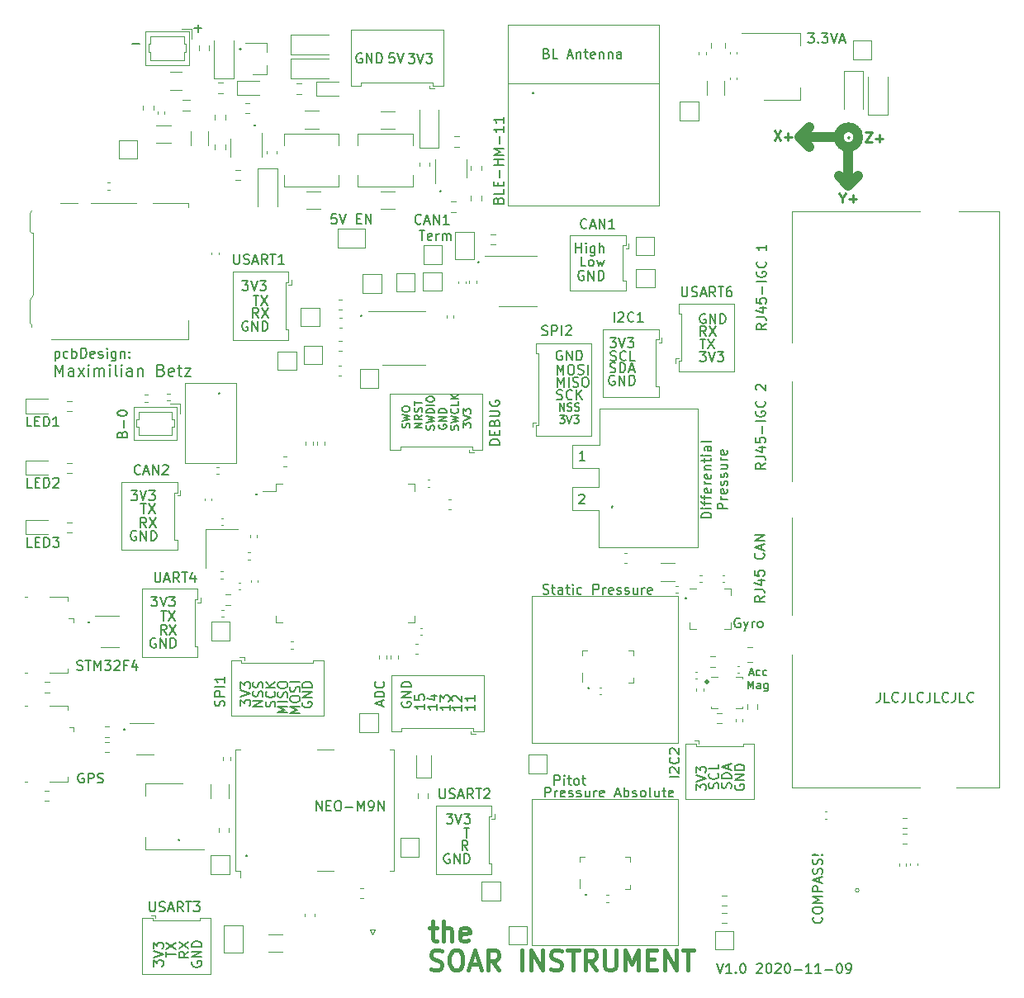
<source format=gbr>
G04 #@! TF.GenerationSoftware,KiCad,Pcbnew,(5.1.7)-1*
G04 #@! TF.CreationDate,2020-11-09T22:13:17+01:00*
G04 #@! TF.ProjectId,vario,76617269-6f2e-46b6-9963-61645f706362,v1.0*
G04 #@! TF.SameCoordinates,Original*
G04 #@! TF.FileFunction,Legend,Top*
G04 #@! TF.FilePolarity,Positive*
%FSLAX46Y46*%
G04 Gerber Fmt 4.6, Leading zero omitted, Abs format (unit mm)*
G04 Created by KiCad (PCBNEW (5.1.7)-1) date 2020-11-09 22:13:17*
%MOMM*%
%LPD*%
G01*
G04 APERTURE LIST*
%ADD10C,0.400000*%
%ADD11C,0.150000*%
%ADD12C,0.200000*%
%ADD13C,0.250000*%
%ADD14C,1.000000*%
%ADD15C,0.300000*%
%ADD16C,0.120000*%
%ADD17C,0.100000*%
G04 APERTURE END LIST*
D10*
X171445238Y-127781428D02*
X172207142Y-127781428D01*
X171730952Y-127114761D02*
X171730952Y-128829047D01*
X171826190Y-129019523D01*
X172016666Y-129114761D01*
X172207142Y-129114761D01*
X172873809Y-129114761D02*
X172873809Y-127114761D01*
X173730952Y-129114761D02*
X173730952Y-128067142D01*
X173635714Y-127876666D01*
X173445238Y-127781428D01*
X173159523Y-127781428D01*
X172969047Y-127876666D01*
X172873809Y-127971904D01*
X175445238Y-129019523D02*
X175254761Y-129114761D01*
X174873809Y-129114761D01*
X174683333Y-129019523D01*
X174588095Y-128829047D01*
X174588095Y-128067142D01*
X174683333Y-127876666D01*
X174873809Y-127781428D01*
X175254761Y-127781428D01*
X175445238Y-127876666D01*
X175540476Y-128067142D01*
X175540476Y-128257619D01*
X174588095Y-128448095D01*
D11*
X200887619Y-131412380D02*
X201220952Y-132412380D01*
X201554285Y-131412380D01*
X202411428Y-132412380D02*
X201840000Y-132412380D01*
X202125714Y-132412380D02*
X202125714Y-131412380D01*
X202030476Y-131555238D01*
X201935238Y-131650476D01*
X201840000Y-131698095D01*
X202840000Y-132317142D02*
X202887619Y-132364761D01*
X202840000Y-132412380D01*
X202792380Y-132364761D01*
X202840000Y-132317142D01*
X202840000Y-132412380D01*
X203506666Y-131412380D02*
X203601904Y-131412380D01*
X203697142Y-131460000D01*
X203744761Y-131507619D01*
X203792380Y-131602857D01*
X203840000Y-131793333D01*
X203840000Y-132031428D01*
X203792380Y-132221904D01*
X203744761Y-132317142D01*
X203697142Y-132364761D01*
X203601904Y-132412380D01*
X203506666Y-132412380D01*
X203411428Y-132364761D01*
X203363809Y-132317142D01*
X203316190Y-132221904D01*
X203268571Y-132031428D01*
X203268571Y-131793333D01*
X203316190Y-131602857D01*
X203363809Y-131507619D01*
X203411428Y-131460000D01*
X203506666Y-131412380D01*
X204982857Y-131507619D02*
X205030476Y-131460000D01*
X205125714Y-131412380D01*
X205363809Y-131412380D01*
X205459047Y-131460000D01*
X205506666Y-131507619D01*
X205554285Y-131602857D01*
X205554285Y-131698095D01*
X205506666Y-131840952D01*
X204935238Y-132412380D01*
X205554285Y-132412380D01*
X206173333Y-131412380D02*
X206268571Y-131412380D01*
X206363809Y-131460000D01*
X206411428Y-131507619D01*
X206459047Y-131602857D01*
X206506666Y-131793333D01*
X206506666Y-132031428D01*
X206459047Y-132221904D01*
X206411428Y-132317142D01*
X206363809Y-132364761D01*
X206268571Y-132412380D01*
X206173333Y-132412380D01*
X206078095Y-132364761D01*
X206030476Y-132317142D01*
X205982857Y-132221904D01*
X205935238Y-132031428D01*
X205935238Y-131793333D01*
X205982857Y-131602857D01*
X206030476Y-131507619D01*
X206078095Y-131460000D01*
X206173333Y-131412380D01*
X206887619Y-131507619D02*
X206935238Y-131460000D01*
X207030476Y-131412380D01*
X207268571Y-131412380D01*
X207363809Y-131460000D01*
X207411428Y-131507619D01*
X207459047Y-131602857D01*
X207459047Y-131698095D01*
X207411428Y-131840952D01*
X206840000Y-132412380D01*
X207459047Y-132412380D01*
X208078095Y-131412380D02*
X208173333Y-131412380D01*
X208268571Y-131460000D01*
X208316190Y-131507619D01*
X208363809Y-131602857D01*
X208411428Y-131793333D01*
X208411428Y-132031428D01*
X208363809Y-132221904D01*
X208316190Y-132317142D01*
X208268571Y-132364761D01*
X208173333Y-132412380D01*
X208078095Y-132412380D01*
X207982857Y-132364761D01*
X207935238Y-132317142D01*
X207887619Y-132221904D01*
X207840000Y-132031428D01*
X207840000Y-131793333D01*
X207887619Y-131602857D01*
X207935238Y-131507619D01*
X207982857Y-131460000D01*
X208078095Y-131412380D01*
X208840000Y-132031428D02*
X209601904Y-132031428D01*
X210601904Y-132412380D02*
X210030476Y-132412380D01*
X210316190Y-132412380D02*
X210316190Y-131412380D01*
X210220952Y-131555238D01*
X210125714Y-131650476D01*
X210030476Y-131698095D01*
X211554285Y-132412380D02*
X210982857Y-132412380D01*
X211268571Y-132412380D02*
X211268571Y-131412380D01*
X211173333Y-131555238D01*
X211078095Y-131650476D01*
X210982857Y-131698095D01*
X211982857Y-132031428D02*
X212744761Y-132031428D01*
X213411428Y-131412380D02*
X213506666Y-131412380D01*
X213601904Y-131460000D01*
X213649523Y-131507619D01*
X213697142Y-131602857D01*
X213744761Y-131793333D01*
X213744761Y-132031428D01*
X213697142Y-132221904D01*
X213649523Y-132317142D01*
X213601904Y-132364761D01*
X213506666Y-132412380D01*
X213411428Y-132412380D01*
X213316190Y-132364761D01*
X213268571Y-132317142D01*
X213220952Y-132221904D01*
X213173333Y-132031428D01*
X213173333Y-131793333D01*
X213220952Y-131602857D01*
X213268571Y-131507619D01*
X213316190Y-131460000D01*
X213411428Y-131412380D01*
X214220952Y-132412380D02*
X214411428Y-132412380D01*
X214506666Y-132364761D01*
X214554285Y-132317142D01*
X214649523Y-132174285D01*
X214697142Y-131983809D01*
X214697142Y-131602857D01*
X214649523Y-131507619D01*
X214601904Y-131460000D01*
X214506666Y-131412380D01*
X214316190Y-131412380D01*
X214220952Y-131460000D01*
X214173333Y-131507619D01*
X214125714Y-131602857D01*
X214125714Y-131840952D01*
X214173333Y-131936190D01*
X214220952Y-131983809D01*
X214316190Y-132031428D01*
X214506666Y-132031428D01*
X214601904Y-131983809D01*
X214649523Y-131936190D01*
X214697142Y-131840952D01*
D12*
X133074285Y-71172857D02*
X133074285Y-69972857D01*
X133474285Y-70830000D01*
X133874285Y-69972857D01*
X133874285Y-71172857D01*
X134960000Y-71172857D02*
X134960000Y-70544285D01*
X134902857Y-70430000D01*
X134788571Y-70372857D01*
X134560000Y-70372857D01*
X134445714Y-70430000D01*
X134960000Y-71115714D02*
X134845714Y-71172857D01*
X134560000Y-71172857D01*
X134445714Y-71115714D01*
X134388571Y-71001428D01*
X134388571Y-70887142D01*
X134445714Y-70772857D01*
X134560000Y-70715714D01*
X134845714Y-70715714D01*
X134960000Y-70658571D01*
X135417142Y-71172857D02*
X136045714Y-70372857D01*
X135417142Y-70372857D02*
X136045714Y-71172857D01*
X136502857Y-71172857D02*
X136502857Y-70372857D01*
X136502857Y-69972857D02*
X136445714Y-70030000D01*
X136502857Y-70087142D01*
X136560000Y-70030000D01*
X136502857Y-69972857D01*
X136502857Y-70087142D01*
X137074285Y-71172857D02*
X137074285Y-70372857D01*
X137074285Y-70487142D02*
X137131428Y-70430000D01*
X137245714Y-70372857D01*
X137417142Y-70372857D01*
X137531428Y-70430000D01*
X137588571Y-70544285D01*
X137588571Y-71172857D01*
X137588571Y-70544285D02*
X137645714Y-70430000D01*
X137760000Y-70372857D01*
X137931428Y-70372857D01*
X138045714Y-70430000D01*
X138102857Y-70544285D01*
X138102857Y-71172857D01*
X138674285Y-71172857D02*
X138674285Y-70372857D01*
X138674285Y-69972857D02*
X138617142Y-70030000D01*
X138674285Y-70087142D01*
X138731428Y-70030000D01*
X138674285Y-69972857D01*
X138674285Y-70087142D01*
X139417142Y-71172857D02*
X139302857Y-71115714D01*
X139245714Y-71001428D01*
X139245714Y-69972857D01*
X139874285Y-71172857D02*
X139874285Y-70372857D01*
X139874285Y-69972857D02*
X139817142Y-70030000D01*
X139874285Y-70087142D01*
X139931428Y-70030000D01*
X139874285Y-69972857D01*
X139874285Y-70087142D01*
X140960000Y-71172857D02*
X140960000Y-70544285D01*
X140902857Y-70430000D01*
X140788571Y-70372857D01*
X140560000Y-70372857D01*
X140445714Y-70430000D01*
X140960000Y-71115714D02*
X140845714Y-71172857D01*
X140560000Y-71172857D01*
X140445714Y-71115714D01*
X140388571Y-71001428D01*
X140388571Y-70887142D01*
X140445714Y-70772857D01*
X140560000Y-70715714D01*
X140845714Y-70715714D01*
X140960000Y-70658571D01*
X141531428Y-70372857D02*
X141531428Y-71172857D01*
X141531428Y-70487142D02*
X141588571Y-70430000D01*
X141702857Y-70372857D01*
X141874285Y-70372857D01*
X141988571Y-70430000D01*
X142045714Y-70544285D01*
X142045714Y-71172857D01*
X143931428Y-70544285D02*
X144102857Y-70601428D01*
X144160000Y-70658571D01*
X144217142Y-70772857D01*
X144217142Y-70944285D01*
X144160000Y-71058571D01*
X144102857Y-71115714D01*
X143988571Y-71172857D01*
X143531428Y-71172857D01*
X143531428Y-69972857D01*
X143931428Y-69972857D01*
X144045714Y-70030000D01*
X144102857Y-70087142D01*
X144160000Y-70201428D01*
X144160000Y-70315714D01*
X144102857Y-70430000D01*
X144045714Y-70487142D01*
X143931428Y-70544285D01*
X143531428Y-70544285D01*
X145188571Y-71115714D02*
X145074285Y-71172857D01*
X144845714Y-71172857D01*
X144731428Y-71115714D01*
X144674285Y-71001428D01*
X144674285Y-70544285D01*
X144731428Y-70430000D01*
X144845714Y-70372857D01*
X145074285Y-70372857D01*
X145188571Y-70430000D01*
X145245714Y-70544285D01*
X145245714Y-70658571D01*
X144674285Y-70772857D01*
X145588571Y-70372857D02*
X146045714Y-70372857D01*
X145760000Y-69972857D02*
X145760000Y-71001428D01*
X145817142Y-71115714D01*
X145931428Y-71172857D01*
X146045714Y-71172857D01*
X146331428Y-70372857D02*
X146960000Y-70372857D01*
X146331428Y-71172857D01*
X146960000Y-71172857D01*
D11*
X133040476Y-68625714D02*
X133040476Y-69625714D01*
X133040476Y-68673333D02*
X133135714Y-68625714D01*
X133326190Y-68625714D01*
X133421428Y-68673333D01*
X133469047Y-68720952D01*
X133516666Y-68816190D01*
X133516666Y-69101904D01*
X133469047Y-69197142D01*
X133421428Y-69244761D01*
X133326190Y-69292380D01*
X133135714Y-69292380D01*
X133040476Y-69244761D01*
X134373809Y-69244761D02*
X134278571Y-69292380D01*
X134088095Y-69292380D01*
X133992857Y-69244761D01*
X133945238Y-69197142D01*
X133897619Y-69101904D01*
X133897619Y-68816190D01*
X133945238Y-68720952D01*
X133992857Y-68673333D01*
X134088095Y-68625714D01*
X134278571Y-68625714D01*
X134373809Y-68673333D01*
X134802380Y-69292380D02*
X134802380Y-68292380D01*
X134802380Y-68673333D02*
X134897619Y-68625714D01*
X135088095Y-68625714D01*
X135183333Y-68673333D01*
X135230952Y-68720952D01*
X135278571Y-68816190D01*
X135278571Y-69101904D01*
X135230952Y-69197142D01*
X135183333Y-69244761D01*
X135088095Y-69292380D01*
X134897619Y-69292380D01*
X134802380Y-69244761D01*
X135707142Y-69292380D02*
X135707142Y-68292380D01*
X135945238Y-68292380D01*
X136088095Y-68340000D01*
X136183333Y-68435238D01*
X136230952Y-68530476D01*
X136278571Y-68720952D01*
X136278571Y-68863809D01*
X136230952Y-69054285D01*
X136183333Y-69149523D01*
X136088095Y-69244761D01*
X135945238Y-69292380D01*
X135707142Y-69292380D01*
X137088095Y-69244761D02*
X136992857Y-69292380D01*
X136802380Y-69292380D01*
X136707142Y-69244761D01*
X136659523Y-69149523D01*
X136659523Y-68768571D01*
X136707142Y-68673333D01*
X136802380Y-68625714D01*
X136992857Y-68625714D01*
X137088095Y-68673333D01*
X137135714Y-68768571D01*
X137135714Y-68863809D01*
X136659523Y-68959047D01*
X137516666Y-69244761D02*
X137611904Y-69292380D01*
X137802380Y-69292380D01*
X137897619Y-69244761D01*
X137945238Y-69149523D01*
X137945238Y-69101904D01*
X137897619Y-69006666D01*
X137802380Y-68959047D01*
X137659523Y-68959047D01*
X137564285Y-68911428D01*
X137516666Y-68816190D01*
X137516666Y-68768571D01*
X137564285Y-68673333D01*
X137659523Y-68625714D01*
X137802380Y-68625714D01*
X137897619Y-68673333D01*
X138373809Y-69292380D02*
X138373809Y-68625714D01*
X138373809Y-68292380D02*
X138326190Y-68340000D01*
X138373809Y-68387619D01*
X138421428Y-68340000D01*
X138373809Y-68292380D01*
X138373809Y-68387619D01*
X139278571Y-68625714D02*
X139278571Y-69435238D01*
X139230952Y-69530476D01*
X139183333Y-69578095D01*
X139088095Y-69625714D01*
X138945238Y-69625714D01*
X138850000Y-69578095D01*
X139278571Y-69244761D02*
X139183333Y-69292380D01*
X138992857Y-69292380D01*
X138897619Y-69244761D01*
X138850000Y-69197142D01*
X138802380Y-69101904D01*
X138802380Y-68816190D01*
X138850000Y-68720952D01*
X138897619Y-68673333D01*
X138992857Y-68625714D01*
X139183333Y-68625714D01*
X139278571Y-68673333D01*
X139754761Y-68625714D02*
X139754761Y-69292380D01*
X139754761Y-68720952D02*
X139802380Y-68673333D01*
X139897619Y-68625714D01*
X140040476Y-68625714D01*
X140135714Y-68673333D01*
X140183333Y-68768571D01*
X140183333Y-69292380D01*
X140659523Y-69197142D02*
X140707142Y-69244761D01*
X140659523Y-69292380D01*
X140611904Y-69244761D01*
X140659523Y-69197142D01*
X140659523Y-69292380D01*
X140659523Y-68673333D02*
X140707142Y-68720952D01*
X140659523Y-68768571D01*
X140611904Y-68720952D01*
X140659523Y-68673333D01*
X140659523Y-68768571D01*
D10*
X171589047Y-131959523D02*
X171874761Y-132054761D01*
X172350952Y-132054761D01*
X172541428Y-131959523D01*
X172636666Y-131864285D01*
X172731904Y-131673809D01*
X172731904Y-131483333D01*
X172636666Y-131292857D01*
X172541428Y-131197619D01*
X172350952Y-131102380D01*
X171970000Y-131007142D01*
X171779523Y-130911904D01*
X171684285Y-130816666D01*
X171589047Y-130626190D01*
X171589047Y-130435714D01*
X171684285Y-130245238D01*
X171779523Y-130150000D01*
X171970000Y-130054761D01*
X172446190Y-130054761D01*
X172731904Y-130150000D01*
X173970000Y-130054761D02*
X174350952Y-130054761D01*
X174541428Y-130150000D01*
X174731904Y-130340476D01*
X174827142Y-130721428D01*
X174827142Y-131388095D01*
X174731904Y-131769047D01*
X174541428Y-131959523D01*
X174350952Y-132054761D01*
X173970000Y-132054761D01*
X173779523Y-131959523D01*
X173589047Y-131769047D01*
X173493809Y-131388095D01*
X173493809Y-130721428D01*
X173589047Y-130340476D01*
X173779523Y-130150000D01*
X173970000Y-130054761D01*
X175589047Y-131483333D02*
X176541428Y-131483333D01*
X175398571Y-132054761D02*
X176065238Y-130054761D01*
X176731904Y-132054761D01*
X178541428Y-132054761D02*
X177874761Y-131102380D01*
X177398571Y-132054761D02*
X177398571Y-130054761D01*
X178160476Y-130054761D01*
X178350952Y-130150000D01*
X178446190Y-130245238D01*
X178541428Y-130435714D01*
X178541428Y-130721428D01*
X178446190Y-130911904D01*
X178350952Y-131007142D01*
X178160476Y-131102380D01*
X177398571Y-131102380D01*
X180922380Y-132054761D02*
X180922380Y-130054761D01*
X181874761Y-132054761D02*
X181874761Y-130054761D01*
X183017619Y-132054761D01*
X183017619Y-130054761D01*
X183874761Y-131959523D02*
X184160476Y-132054761D01*
X184636666Y-132054761D01*
X184827142Y-131959523D01*
X184922380Y-131864285D01*
X185017619Y-131673809D01*
X185017619Y-131483333D01*
X184922380Y-131292857D01*
X184827142Y-131197619D01*
X184636666Y-131102380D01*
X184255714Y-131007142D01*
X184065238Y-130911904D01*
X183970000Y-130816666D01*
X183874761Y-130626190D01*
X183874761Y-130435714D01*
X183970000Y-130245238D01*
X184065238Y-130150000D01*
X184255714Y-130054761D01*
X184731904Y-130054761D01*
X185017619Y-130150000D01*
X185589047Y-130054761D02*
X186731904Y-130054761D01*
X186160476Y-132054761D02*
X186160476Y-130054761D01*
X188541428Y-132054761D02*
X187874761Y-131102380D01*
X187398571Y-132054761D02*
X187398571Y-130054761D01*
X188160476Y-130054761D01*
X188350952Y-130150000D01*
X188446190Y-130245238D01*
X188541428Y-130435714D01*
X188541428Y-130721428D01*
X188446190Y-130911904D01*
X188350952Y-131007142D01*
X188160476Y-131102380D01*
X187398571Y-131102380D01*
X189398571Y-130054761D02*
X189398571Y-131673809D01*
X189493809Y-131864285D01*
X189589047Y-131959523D01*
X189779523Y-132054761D01*
X190160476Y-132054761D01*
X190350952Y-131959523D01*
X190446190Y-131864285D01*
X190541428Y-131673809D01*
X190541428Y-130054761D01*
X191493809Y-132054761D02*
X191493809Y-130054761D01*
X192160476Y-131483333D01*
X192827142Y-130054761D01*
X192827142Y-132054761D01*
X193779523Y-131007142D02*
X194446190Y-131007142D01*
X194731904Y-132054761D02*
X193779523Y-132054761D01*
X193779523Y-130054761D01*
X194731904Y-130054761D01*
X195589047Y-132054761D02*
X195589047Y-130054761D01*
X196731904Y-132054761D01*
X196731904Y-130054761D01*
X197398571Y-130054761D02*
X198541428Y-130054761D01*
X197970000Y-132054761D02*
X197970000Y-130054761D01*
D11*
X184246190Y-113092380D02*
X184246190Y-112092380D01*
X184627142Y-112092380D01*
X184722380Y-112140000D01*
X184770000Y-112187619D01*
X184817619Y-112282857D01*
X184817619Y-112425714D01*
X184770000Y-112520952D01*
X184722380Y-112568571D01*
X184627142Y-112616190D01*
X184246190Y-112616190D01*
X185246190Y-113092380D02*
X185246190Y-112425714D01*
X185246190Y-112092380D02*
X185198571Y-112140000D01*
X185246190Y-112187619D01*
X185293809Y-112140000D01*
X185246190Y-112092380D01*
X185246190Y-112187619D01*
X185579523Y-112425714D02*
X185960476Y-112425714D01*
X185722380Y-112092380D02*
X185722380Y-112949523D01*
X185770000Y-113044761D01*
X185865238Y-113092380D01*
X185960476Y-113092380D01*
X186436666Y-113092380D02*
X186341428Y-113044761D01*
X186293809Y-112997142D01*
X186246190Y-112901904D01*
X186246190Y-112616190D01*
X186293809Y-112520952D01*
X186341428Y-112473333D01*
X186436666Y-112425714D01*
X186579523Y-112425714D01*
X186674761Y-112473333D01*
X186722380Y-112520952D01*
X186770000Y-112616190D01*
X186770000Y-112901904D01*
X186722380Y-112997142D01*
X186674761Y-113044761D01*
X186579523Y-113092380D01*
X186436666Y-113092380D01*
X187055714Y-112425714D02*
X187436666Y-112425714D01*
X187198571Y-112092380D02*
X187198571Y-112949523D01*
X187246190Y-113044761D01*
X187341428Y-113092380D01*
X187436666Y-113092380D01*
D13*
X216127619Y-46162380D02*
X216794285Y-46162380D01*
X216127619Y-47162380D01*
X216794285Y-47162380D01*
X217175238Y-46781428D02*
X217937142Y-46781428D01*
X217556190Y-47162380D02*
X217556190Y-46400476D01*
X214390000Y-46607142D02*
X214437619Y-46654761D01*
X214390000Y-46702380D01*
X214342380Y-46654761D01*
X214390000Y-46607142D01*
X214390000Y-46702380D01*
D14*
X215390000Y-46650000D02*
G75*
G03*
X215390000Y-46650000I-1000000J0D01*
G01*
D13*
X213790952Y-52886190D02*
X213790952Y-53362380D01*
X213457619Y-52362380D02*
X213790952Y-52886190D01*
X214124285Y-52362380D01*
X214457619Y-52981428D02*
X215219523Y-52981428D01*
X214838571Y-53362380D02*
X214838571Y-52600476D01*
X206787619Y-46002380D02*
X207454285Y-47002380D01*
X207454285Y-46002380D02*
X206787619Y-47002380D01*
X207835238Y-46621428D02*
X208597142Y-46621428D01*
X208216190Y-47002380D02*
X208216190Y-46240476D01*
D14*
X214390000Y-51650000D02*
X215390000Y-50650000D01*
X214390000Y-51650000D02*
X213390000Y-50650000D01*
X214390000Y-47650000D02*
X214390000Y-51650000D01*
X209390000Y-46650000D02*
X210390000Y-47650000D01*
X209390000Y-46650000D02*
X210390000Y-45650000D01*
X213390000Y-46650000D02*
X209390000Y-46650000D01*
D11*
X170570000Y-55482142D02*
X170522380Y-55529761D01*
X170379523Y-55577380D01*
X170284285Y-55577380D01*
X170141428Y-55529761D01*
X170046190Y-55434523D01*
X169998571Y-55339285D01*
X169950952Y-55148809D01*
X169950952Y-55005952D01*
X169998571Y-54815476D01*
X170046190Y-54720238D01*
X170141428Y-54625000D01*
X170284285Y-54577380D01*
X170379523Y-54577380D01*
X170522380Y-54625000D01*
X170570000Y-54672619D01*
X170950952Y-55291666D02*
X171427142Y-55291666D01*
X170855714Y-55577380D02*
X171189047Y-54577380D01*
X171522380Y-55577380D01*
X171855714Y-55577380D02*
X171855714Y-54577380D01*
X172427142Y-55577380D01*
X172427142Y-54577380D01*
X173427142Y-55577380D02*
X172855714Y-55577380D01*
X173141428Y-55577380D02*
X173141428Y-54577380D01*
X173046190Y-54720238D01*
X172950952Y-54815476D01*
X172855714Y-54863095D01*
X170379523Y-56227380D02*
X170950952Y-56227380D01*
X170665238Y-57227380D02*
X170665238Y-56227380D01*
X171665238Y-57179761D02*
X171570000Y-57227380D01*
X171379523Y-57227380D01*
X171284285Y-57179761D01*
X171236666Y-57084523D01*
X171236666Y-56703571D01*
X171284285Y-56608333D01*
X171379523Y-56560714D01*
X171570000Y-56560714D01*
X171665238Y-56608333D01*
X171712857Y-56703571D01*
X171712857Y-56798809D01*
X171236666Y-56894047D01*
X172141428Y-57227380D02*
X172141428Y-56560714D01*
X172141428Y-56751190D02*
X172189047Y-56655952D01*
X172236666Y-56608333D01*
X172331904Y-56560714D01*
X172427142Y-56560714D01*
X172760476Y-57227380D02*
X172760476Y-56560714D01*
X172760476Y-56655952D02*
X172808095Y-56608333D01*
X172903333Y-56560714D01*
X173046190Y-56560714D01*
X173141428Y-56608333D01*
X173189047Y-56703571D01*
X173189047Y-57227380D01*
X173189047Y-56703571D02*
X173236666Y-56608333D01*
X173331904Y-56560714D01*
X173474761Y-56560714D01*
X173570000Y-56608333D01*
X173617619Y-56703571D01*
X173617619Y-57227380D01*
X130690952Y-88702380D02*
X130214761Y-88702380D01*
X130214761Y-87702380D01*
X131024285Y-88178571D02*
X131357619Y-88178571D01*
X131500476Y-88702380D02*
X131024285Y-88702380D01*
X131024285Y-87702380D01*
X131500476Y-87702380D01*
X131929047Y-88702380D02*
X131929047Y-87702380D01*
X132167142Y-87702380D01*
X132310000Y-87750000D01*
X132405238Y-87845238D01*
X132452857Y-87940476D01*
X132500476Y-88130952D01*
X132500476Y-88273809D01*
X132452857Y-88464285D01*
X132405238Y-88559523D01*
X132310000Y-88654761D01*
X132167142Y-88702380D01*
X131929047Y-88702380D01*
X132833809Y-87702380D02*
X133452857Y-87702380D01*
X133119523Y-88083333D01*
X133262380Y-88083333D01*
X133357619Y-88130952D01*
X133405238Y-88178571D01*
X133452857Y-88273809D01*
X133452857Y-88511904D01*
X133405238Y-88607142D01*
X133357619Y-88654761D01*
X133262380Y-88702380D01*
X132976666Y-88702380D01*
X132881428Y-88654761D01*
X132833809Y-88607142D01*
X130670952Y-82582380D02*
X130194761Y-82582380D01*
X130194761Y-81582380D01*
X131004285Y-82058571D02*
X131337619Y-82058571D01*
X131480476Y-82582380D02*
X131004285Y-82582380D01*
X131004285Y-81582380D01*
X131480476Y-81582380D01*
X131909047Y-82582380D02*
X131909047Y-81582380D01*
X132147142Y-81582380D01*
X132290000Y-81630000D01*
X132385238Y-81725238D01*
X132432857Y-81820476D01*
X132480476Y-82010952D01*
X132480476Y-82153809D01*
X132432857Y-82344285D01*
X132385238Y-82439523D01*
X132290000Y-82534761D01*
X132147142Y-82582380D01*
X131909047Y-82582380D01*
X132861428Y-81677619D02*
X132909047Y-81630000D01*
X133004285Y-81582380D01*
X133242380Y-81582380D01*
X133337619Y-81630000D01*
X133385238Y-81677619D01*
X133432857Y-81772857D01*
X133432857Y-81868095D01*
X133385238Y-82010952D01*
X132813809Y-82582380D01*
X133432857Y-82582380D01*
X130650952Y-76312380D02*
X130174761Y-76312380D01*
X130174761Y-75312380D01*
X130984285Y-75788571D02*
X131317619Y-75788571D01*
X131460476Y-76312380D02*
X130984285Y-76312380D01*
X130984285Y-75312380D01*
X131460476Y-75312380D01*
X131889047Y-76312380D02*
X131889047Y-75312380D01*
X132127142Y-75312380D01*
X132270000Y-75360000D01*
X132365238Y-75455238D01*
X132412857Y-75550476D01*
X132460476Y-75740952D01*
X132460476Y-75883809D01*
X132412857Y-76074285D01*
X132365238Y-76169523D01*
X132270000Y-76264761D01*
X132127142Y-76312380D01*
X131889047Y-76312380D01*
X133412857Y-76312380D02*
X132841428Y-76312380D01*
X133127142Y-76312380D02*
X133127142Y-75312380D01*
X133031904Y-75455238D01*
X132936666Y-75550476D01*
X132841428Y-75598095D01*
X205762380Y-93737142D02*
X205286190Y-94070476D01*
X205762380Y-94308571D02*
X204762380Y-94308571D01*
X204762380Y-93927619D01*
X204810000Y-93832380D01*
X204857619Y-93784761D01*
X204952857Y-93737142D01*
X205095714Y-93737142D01*
X205190952Y-93784761D01*
X205238571Y-93832380D01*
X205286190Y-93927619D01*
X205286190Y-94308571D01*
X204762380Y-93022857D02*
X205476666Y-93022857D01*
X205619523Y-93070476D01*
X205714761Y-93165714D01*
X205762380Y-93308571D01*
X205762380Y-93403809D01*
X205095714Y-92118095D02*
X205762380Y-92118095D01*
X204714761Y-92356190D02*
X205429047Y-92594285D01*
X205429047Y-91975238D01*
X204762380Y-91118095D02*
X204762380Y-91594285D01*
X205238571Y-91641904D01*
X205190952Y-91594285D01*
X205143333Y-91499047D01*
X205143333Y-91260952D01*
X205190952Y-91165714D01*
X205238571Y-91118095D01*
X205333809Y-91070476D01*
X205571904Y-91070476D01*
X205667142Y-91118095D01*
X205714761Y-91165714D01*
X205762380Y-91260952D01*
X205762380Y-91499047D01*
X205714761Y-91594285D01*
X205667142Y-91641904D01*
X205667142Y-89308571D02*
X205714761Y-89356190D01*
X205762380Y-89499047D01*
X205762380Y-89594285D01*
X205714761Y-89737142D01*
X205619523Y-89832380D01*
X205524285Y-89880000D01*
X205333809Y-89927619D01*
X205190952Y-89927619D01*
X205000476Y-89880000D01*
X204905238Y-89832380D01*
X204810000Y-89737142D01*
X204762380Y-89594285D01*
X204762380Y-89499047D01*
X204810000Y-89356190D01*
X204857619Y-89308571D01*
X205476666Y-88927619D02*
X205476666Y-88451428D01*
X205762380Y-89022857D02*
X204762380Y-88689523D01*
X205762380Y-88356190D01*
X205762380Y-88022857D02*
X204762380Y-88022857D01*
X205762380Y-87451428D01*
X204762380Y-87451428D01*
X205892380Y-80098095D02*
X205416190Y-80431428D01*
X205892380Y-80669523D02*
X204892380Y-80669523D01*
X204892380Y-80288571D01*
X204940000Y-80193333D01*
X204987619Y-80145714D01*
X205082857Y-80098095D01*
X205225714Y-80098095D01*
X205320952Y-80145714D01*
X205368571Y-80193333D01*
X205416190Y-80288571D01*
X205416190Y-80669523D01*
X204892380Y-79383809D02*
X205606666Y-79383809D01*
X205749523Y-79431428D01*
X205844761Y-79526666D01*
X205892380Y-79669523D01*
X205892380Y-79764761D01*
X205225714Y-78479047D02*
X205892380Y-78479047D01*
X204844761Y-78717142D02*
X205559047Y-78955238D01*
X205559047Y-78336190D01*
X204892380Y-77479047D02*
X204892380Y-77955238D01*
X205368571Y-78002857D01*
X205320952Y-77955238D01*
X205273333Y-77860000D01*
X205273333Y-77621904D01*
X205320952Y-77526666D01*
X205368571Y-77479047D01*
X205463809Y-77431428D01*
X205701904Y-77431428D01*
X205797142Y-77479047D01*
X205844761Y-77526666D01*
X205892380Y-77621904D01*
X205892380Y-77860000D01*
X205844761Y-77955238D01*
X205797142Y-78002857D01*
X205511428Y-77002857D02*
X205511428Y-76240952D01*
X205892380Y-75764761D02*
X204892380Y-75764761D01*
X204940000Y-74764761D02*
X204892380Y-74860000D01*
X204892380Y-75002857D01*
X204940000Y-75145714D01*
X205035238Y-75240952D01*
X205130476Y-75288571D01*
X205320952Y-75336190D01*
X205463809Y-75336190D01*
X205654285Y-75288571D01*
X205749523Y-75240952D01*
X205844761Y-75145714D01*
X205892380Y-75002857D01*
X205892380Y-74907619D01*
X205844761Y-74764761D01*
X205797142Y-74717142D01*
X205463809Y-74717142D01*
X205463809Y-74907619D01*
X205797142Y-73717142D02*
X205844761Y-73764761D01*
X205892380Y-73907619D01*
X205892380Y-74002857D01*
X205844761Y-74145714D01*
X205749523Y-74240952D01*
X205654285Y-74288571D01*
X205463809Y-74336190D01*
X205320952Y-74336190D01*
X205130476Y-74288571D01*
X205035238Y-74240952D01*
X204940000Y-74145714D01*
X204892380Y-74002857D01*
X204892380Y-73907619D01*
X204940000Y-73764761D01*
X204987619Y-73717142D01*
X204987619Y-72574285D02*
X204940000Y-72526666D01*
X204892380Y-72431428D01*
X204892380Y-72193333D01*
X204940000Y-72098095D01*
X204987619Y-72050476D01*
X205082857Y-72002857D01*
X205178095Y-72002857D01*
X205320952Y-72050476D01*
X205892380Y-72621904D01*
X205892380Y-72002857D01*
X205952380Y-65798095D02*
X205476190Y-66131428D01*
X205952380Y-66369523D02*
X204952380Y-66369523D01*
X204952380Y-65988571D01*
X205000000Y-65893333D01*
X205047619Y-65845714D01*
X205142857Y-65798095D01*
X205285714Y-65798095D01*
X205380952Y-65845714D01*
X205428571Y-65893333D01*
X205476190Y-65988571D01*
X205476190Y-66369523D01*
X204952380Y-65083809D02*
X205666666Y-65083809D01*
X205809523Y-65131428D01*
X205904761Y-65226666D01*
X205952380Y-65369523D01*
X205952380Y-65464761D01*
X205285714Y-64179047D02*
X205952380Y-64179047D01*
X204904761Y-64417142D02*
X205619047Y-64655238D01*
X205619047Y-64036190D01*
X204952380Y-63179047D02*
X204952380Y-63655238D01*
X205428571Y-63702857D01*
X205380952Y-63655238D01*
X205333333Y-63560000D01*
X205333333Y-63321904D01*
X205380952Y-63226666D01*
X205428571Y-63179047D01*
X205523809Y-63131428D01*
X205761904Y-63131428D01*
X205857142Y-63179047D01*
X205904761Y-63226666D01*
X205952380Y-63321904D01*
X205952380Y-63560000D01*
X205904761Y-63655238D01*
X205857142Y-63702857D01*
X205571428Y-62702857D02*
X205571428Y-61940952D01*
X205952380Y-61464761D02*
X204952380Y-61464761D01*
X205000000Y-60464761D02*
X204952380Y-60560000D01*
X204952380Y-60702857D01*
X205000000Y-60845714D01*
X205095238Y-60940952D01*
X205190476Y-60988571D01*
X205380952Y-61036190D01*
X205523809Y-61036190D01*
X205714285Y-60988571D01*
X205809523Y-60940952D01*
X205904761Y-60845714D01*
X205952380Y-60702857D01*
X205952380Y-60607619D01*
X205904761Y-60464761D01*
X205857142Y-60417142D01*
X205523809Y-60417142D01*
X205523809Y-60607619D01*
X205857142Y-59417142D02*
X205904761Y-59464761D01*
X205952380Y-59607619D01*
X205952380Y-59702857D01*
X205904761Y-59845714D01*
X205809523Y-59940952D01*
X205714285Y-59988571D01*
X205523809Y-60036190D01*
X205380952Y-60036190D01*
X205190476Y-59988571D01*
X205095238Y-59940952D01*
X205000000Y-59845714D01*
X204952380Y-59702857D01*
X204952380Y-59607619D01*
X205000000Y-59464761D01*
X205047619Y-59417142D01*
X205952380Y-57702857D02*
X205952380Y-58274285D01*
X205952380Y-57988571D02*
X204952380Y-57988571D01*
X205095238Y-58083809D01*
X205190476Y-58179047D01*
X205238095Y-58274285D01*
X204233809Y-101638333D02*
X204614761Y-101638333D01*
X204157619Y-101866904D02*
X204424285Y-101066904D01*
X204690952Y-101866904D01*
X205300476Y-101828809D02*
X205224285Y-101866904D01*
X205071904Y-101866904D01*
X204995714Y-101828809D01*
X204957619Y-101790714D01*
X204919523Y-101714523D01*
X204919523Y-101485952D01*
X204957619Y-101409761D01*
X204995714Y-101371666D01*
X205071904Y-101333571D01*
X205224285Y-101333571D01*
X205300476Y-101371666D01*
X205986190Y-101828809D02*
X205910000Y-101866904D01*
X205757619Y-101866904D01*
X205681428Y-101828809D01*
X205643333Y-101790714D01*
X205605238Y-101714523D01*
X205605238Y-101485952D01*
X205643333Y-101409761D01*
X205681428Y-101371666D01*
X205757619Y-101333571D01*
X205910000Y-101333571D01*
X205986190Y-101371666D01*
X204119523Y-103216904D02*
X204119523Y-102416904D01*
X204386190Y-102988333D01*
X204652857Y-102416904D01*
X204652857Y-103216904D01*
X205376666Y-103216904D02*
X205376666Y-102797857D01*
X205338571Y-102721666D01*
X205262380Y-102683571D01*
X205110000Y-102683571D01*
X205033809Y-102721666D01*
X205376666Y-103178809D02*
X205300476Y-103216904D01*
X205110000Y-103216904D01*
X205033809Y-103178809D01*
X204995714Y-103102619D01*
X204995714Y-103026428D01*
X205033809Y-102950238D01*
X205110000Y-102912142D01*
X205300476Y-102912142D01*
X205376666Y-102874047D01*
X206100476Y-102683571D02*
X206100476Y-103331190D01*
X206062380Y-103407380D01*
X206024285Y-103445476D01*
X205948095Y-103483571D01*
X205833809Y-103483571D01*
X205757619Y-103445476D01*
X206100476Y-103178809D02*
X206024285Y-103216904D01*
X205871904Y-103216904D01*
X205795714Y-103178809D01*
X205757619Y-103140714D01*
X205719523Y-103064523D01*
X205719523Y-102835952D01*
X205757619Y-102759761D01*
X205795714Y-102721666D01*
X205871904Y-102683571D01*
X206024285Y-102683571D01*
X206100476Y-102721666D01*
X203269047Y-96020000D02*
X203173809Y-95972380D01*
X203030952Y-95972380D01*
X202888095Y-96020000D01*
X202792857Y-96115238D01*
X202745238Y-96210476D01*
X202697619Y-96400952D01*
X202697619Y-96543809D01*
X202745238Y-96734285D01*
X202792857Y-96829523D01*
X202888095Y-96924761D01*
X203030952Y-96972380D01*
X203126190Y-96972380D01*
X203269047Y-96924761D01*
X203316666Y-96877142D01*
X203316666Y-96543809D01*
X203126190Y-96543809D01*
X203650000Y-96305714D02*
X203888095Y-96972380D01*
X204126190Y-96305714D02*
X203888095Y-96972380D01*
X203792857Y-97210476D01*
X203745238Y-97258095D01*
X203650000Y-97305714D01*
X204507142Y-96972380D02*
X204507142Y-96305714D01*
X204507142Y-96496190D02*
X204554761Y-96400952D01*
X204602380Y-96353333D01*
X204697619Y-96305714D01*
X204792857Y-96305714D01*
X205269047Y-96972380D02*
X205173809Y-96924761D01*
X205126190Y-96877142D01*
X205078571Y-96781904D01*
X205078571Y-96496190D01*
X205126190Y-96400952D01*
X205173809Y-96353333D01*
X205269047Y-96305714D01*
X205411904Y-96305714D01*
X205507142Y-96353333D01*
X205554761Y-96400952D01*
X205602380Y-96496190D01*
X205602380Y-96781904D01*
X205554761Y-96877142D01*
X205507142Y-96924761D01*
X205411904Y-96972380D01*
X205269047Y-96972380D01*
X183302380Y-114322380D02*
X183302380Y-113322380D01*
X183683333Y-113322380D01*
X183778571Y-113370000D01*
X183826190Y-113417619D01*
X183873809Y-113512857D01*
X183873809Y-113655714D01*
X183826190Y-113750952D01*
X183778571Y-113798571D01*
X183683333Y-113846190D01*
X183302380Y-113846190D01*
X184302380Y-114322380D02*
X184302380Y-113655714D01*
X184302380Y-113846190D02*
X184350000Y-113750952D01*
X184397619Y-113703333D01*
X184492857Y-113655714D01*
X184588095Y-113655714D01*
X185302380Y-114274761D02*
X185207142Y-114322380D01*
X185016666Y-114322380D01*
X184921428Y-114274761D01*
X184873809Y-114179523D01*
X184873809Y-113798571D01*
X184921428Y-113703333D01*
X185016666Y-113655714D01*
X185207142Y-113655714D01*
X185302380Y-113703333D01*
X185350000Y-113798571D01*
X185350000Y-113893809D01*
X184873809Y-113989047D01*
X185730952Y-114274761D02*
X185826190Y-114322380D01*
X186016666Y-114322380D01*
X186111904Y-114274761D01*
X186159523Y-114179523D01*
X186159523Y-114131904D01*
X186111904Y-114036666D01*
X186016666Y-113989047D01*
X185873809Y-113989047D01*
X185778571Y-113941428D01*
X185730952Y-113846190D01*
X185730952Y-113798571D01*
X185778571Y-113703333D01*
X185873809Y-113655714D01*
X186016666Y-113655714D01*
X186111904Y-113703333D01*
X186540476Y-114274761D02*
X186635714Y-114322380D01*
X186826190Y-114322380D01*
X186921428Y-114274761D01*
X186969047Y-114179523D01*
X186969047Y-114131904D01*
X186921428Y-114036666D01*
X186826190Y-113989047D01*
X186683333Y-113989047D01*
X186588095Y-113941428D01*
X186540476Y-113846190D01*
X186540476Y-113798571D01*
X186588095Y-113703333D01*
X186683333Y-113655714D01*
X186826190Y-113655714D01*
X186921428Y-113703333D01*
X187826190Y-113655714D02*
X187826190Y-114322380D01*
X187397619Y-113655714D02*
X187397619Y-114179523D01*
X187445238Y-114274761D01*
X187540476Y-114322380D01*
X187683333Y-114322380D01*
X187778571Y-114274761D01*
X187826190Y-114227142D01*
X188302380Y-114322380D02*
X188302380Y-113655714D01*
X188302380Y-113846190D02*
X188350000Y-113750952D01*
X188397619Y-113703333D01*
X188492857Y-113655714D01*
X188588095Y-113655714D01*
X189302380Y-114274761D02*
X189207142Y-114322380D01*
X189016666Y-114322380D01*
X188921428Y-114274761D01*
X188873809Y-114179523D01*
X188873809Y-113798571D01*
X188921428Y-113703333D01*
X189016666Y-113655714D01*
X189207142Y-113655714D01*
X189302380Y-113703333D01*
X189350000Y-113798571D01*
X189350000Y-113893809D01*
X188873809Y-113989047D01*
X190492857Y-114036666D02*
X190969047Y-114036666D01*
X190397619Y-114322380D02*
X190730952Y-113322380D01*
X191064285Y-114322380D01*
X191397619Y-114322380D02*
X191397619Y-113322380D01*
X191397619Y-113703333D02*
X191492857Y-113655714D01*
X191683333Y-113655714D01*
X191778571Y-113703333D01*
X191826190Y-113750952D01*
X191873809Y-113846190D01*
X191873809Y-114131904D01*
X191826190Y-114227142D01*
X191778571Y-114274761D01*
X191683333Y-114322380D01*
X191492857Y-114322380D01*
X191397619Y-114274761D01*
X192254761Y-114274761D02*
X192350000Y-114322380D01*
X192540476Y-114322380D01*
X192635714Y-114274761D01*
X192683333Y-114179523D01*
X192683333Y-114131904D01*
X192635714Y-114036666D01*
X192540476Y-113989047D01*
X192397619Y-113989047D01*
X192302380Y-113941428D01*
X192254761Y-113846190D01*
X192254761Y-113798571D01*
X192302380Y-113703333D01*
X192397619Y-113655714D01*
X192540476Y-113655714D01*
X192635714Y-113703333D01*
X193254761Y-114322380D02*
X193159523Y-114274761D01*
X193111904Y-114227142D01*
X193064285Y-114131904D01*
X193064285Y-113846190D01*
X193111904Y-113750952D01*
X193159523Y-113703333D01*
X193254761Y-113655714D01*
X193397619Y-113655714D01*
X193492857Y-113703333D01*
X193540476Y-113750952D01*
X193588095Y-113846190D01*
X193588095Y-114131904D01*
X193540476Y-114227142D01*
X193492857Y-114274761D01*
X193397619Y-114322380D01*
X193254761Y-114322380D01*
X194159523Y-114322380D02*
X194064285Y-114274761D01*
X194016666Y-114179523D01*
X194016666Y-113322380D01*
X194969047Y-113655714D02*
X194969047Y-114322380D01*
X194540476Y-113655714D02*
X194540476Y-114179523D01*
X194588095Y-114274761D01*
X194683333Y-114322380D01*
X194826190Y-114322380D01*
X194921428Y-114274761D01*
X194969047Y-114227142D01*
X195302380Y-113655714D02*
X195683333Y-113655714D01*
X195445238Y-113322380D02*
X195445238Y-114179523D01*
X195492857Y-114274761D01*
X195588095Y-114322380D01*
X195683333Y-114322380D01*
X196397619Y-114274761D02*
X196302380Y-114322380D01*
X196111904Y-114322380D01*
X196016666Y-114274761D01*
X195969047Y-114179523D01*
X195969047Y-113798571D01*
X196016666Y-113703333D01*
X196111904Y-113655714D01*
X196302380Y-113655714D01*
X196397619Y-113703333D01*
X196445238Y-113798571D01*
X196445238Y-113893809D01*
X195969047Y-113989047D01*
X183084761Y-93474761D02*
X183227619Y-93522380D01*
X183465714Y-93522380D01*
X183560952Y-93474761D01*
X183608571Y-93427142D01*
X183656190Y-93331904D01*
X183656190Y-93236666D01*
X183608571Y-93141428D01*
X183560952Y-93093809D01*
X183465714Y-93046190D01*
X183275238Y-92998571D01*
X183180000Y-92950952D01*
X183132380Y-92903333D01*
X183084761Y-92808095D01*
X183084761Y-92712857D01*
X183132380Y-92617619D01*
X183180000Y-92570000D01*
X183275238Y-92522380D01*
X183513333Y-92522380D01*
X183656190Y-92570000D01*
X183941904Y-92855714D02*
X184322857Y-92855714D01*
X184084761Y-92522380D02*
X184084761Y-93379523D01*
X184132380Y-93474761D01*
X184227619Y-93522380D01*
X184322857Y-93522380D01*
X185084761Y-93522380D02*
X185084761Y-92998571D01*
X185037142Y-92903333D01*
X184941904Y-92855714D01*
X184751428Y-92855714D01*
X184656190Y-92903333D01*
X185084761Y-93474761D02*
X184989523Y-93522380D01*
X184751428Y-93522380D01*
X184656190Y-93474761D01*
X184608571Y-93379523D01*
X184608571Y-93284285D01*
X184656190Y-93189047D01*
X184751428Y-93141428D01*
X184989523Y-93141428D01*
X185084761Y-93093809D01*
X185418095Y-92855714D02*
X185799047Y-92855714D01*
X185560952Y-92522380D02*
X185560952Y-93379523D01*
X185608571Y-93474761D01*
X185703809Y-93522380D01*
X185799047Y-93522380D01*
X186132380Y-93522380D02*
X186132380Y-92855714D01*
X186132380Y-92522380D02*
X186084761Y-92570000D01*
X186132380Y-92617619D01*
X186180000Y-92570000D01*
X186132380Y-92522380D01*
X186132380Y-92617619D01*
X187037142Y-93474761D02*
X186941904Y-93522380D01*
X186751428Y-93522380D01*
X186656190Y-93474761D01*
X186608571Y-93427142D01*
X186560952Y-93331904D01*
X186560952Y-93046190D01*
X186608571Y-92950952D01*
X186656190Y-92903333D01*
X186751428Y-92855714D01*
X186941904Y-92855714D01*
X187037142Y-92903333D01*
X188227619Y-93522380D02*
X188227619Y-92522380D01*
X188608571Y-92522380D01*
X188703809Y-92570000D01*
X188751428Y-92617619D01*
X188799047Y-92712857D01*
X188799047Y-92855714D01*
X188751428Y-92950952D01*
X188703809Y-92998571D01*
X188608571Y-93046190D01*
X188227619Y-93046190D01*
X189227619Y-93522380D02*
X189227619Y-92855714D01*
X189227619Y-93046190D02*
X189275238Y-92950952D01*
X189322857Y-92903333D01*
X189418095Y-92855714D01*
X189513333Y-92855714D01*
X190227619Y-93474761D02*
X190132380Y-93522380D01*
X189941904Y-93522380D01*
X189846666Y-93474761D01*
X189799047Y-93379523D01*
X189799047Y-92998571D01*
X189846666Y-92903333D01*
X189941904Y-92855714D01*
X190132380Y-92855714D01*
X190227619Y-92903333D01*
X190275238Y-92998571D01*
X190275238Y-93093809D01*
X189799047Y-93189047D01*
X190656190Y-93474761D02*
X190751428Y-93522380D01*
X190941904Y-93522380D01*
X191037142Y-93474761D01*
X191084761Y-93379523D01*
X191084761Y-93331904D01*
X191037142Y-93236666D01*
X190941904Y-93189047D01*
X190799047Y-93189047D01*
X190703809Y-93141428D01*
X190656190Y-93046190D01*
X190656190Y-92998571D01*
X190703809Y-92903333D01*
X190799047Y-92855714D01*
X190941904Y-92855714D01*
X191037142Y-92903333D01*
X191465714Y-93474761D02*
X191560952Y-93522380D01*
X191751428Y-93522380D01*
X191846666Y-93474761D01*
X191894285Y-93379523D01*
X191894285Y-93331904D01*
X191846666Y-93236666D01*
X191751428Y-93189047D01*
X191608571Y-93189047D01*
X191513333Y-93141428D01*
X191465714Y-93046190D01*
X191465714Y-92998571D01*
X191513333Y-92903333D01*
X191608571Y-92855714D01*
X191751428Y-92855714D01*
X191846666Y-92903333D01*
X192751428Y-92855714D02*
X192751428Y-93522380D01*
X192322857Y-92855714D02*
X192322857Y-93379523D01*
X192370476Y-93474761D01*
X192465714Y-93522380D01*
X192608571Y-93522380D01*
X192703809Y-93474761D01*
X192751428Y-93427142D01*
X193227619Y-93522380D02*
X193227619Y-92855714D01*
X193227619Y-93046190D02*
X193275238Y-92950952D01*
X193322857Y-92903333D01*
X193418095Y-92855714D01*
X193513333Y-92855714D01*
X194227619Y-93474761D02*
X194132380Y-93522380D01*
X193941904Y-93522380D01*
X193846666Y-93474761D01*
X193799047Y-93379523D01*
X193799047Y-92998571D01*
X193846666Y-92903333D01*
X193941904Y-92855714D01*
X194132380Y-92855714D01*
X194227619Y-92903333D01*
X194275238Y-92998571D01*
X194275238Y-93093809D01*
X193799047Y-93189047D01*
X200317380Y-85708571D02*
X199317380Y-85708571D01*
X199317380Y-85470476D01*
X199365000Y-85327619D01*
X199460238Y-85232380D01*
X199555476Y-85184761D01*
X199745952Y-85137142D01*
X199888809Y-85137142D01*
X200079285Y-85184761D01*
X200174523Y-85232380D01*
X200269761Y-85327619D01*
X200317380Y-85470476D01*
X200317380Y-85708571D01*
X200317380Y-84708571D02*
X199650714Y-84708571D01*
X199317380Y-84708571D02*
X199365000Y-84756190D01*
X199412619Y-84708571D01*
X199365000Y-84660952D01*
X199317380Y-84708571D01*
X199412619Y-84708571D01*
X199650714Y-84375238D02*
X199650714Y-83994285D01*
X200317380Y-84232380D02*
X199460238Y-84232380D01*
X199365000Y-84184761D01*
X199317380Y-84089523D01*
X199317380Y-83994285D01*
X199650714Y-83803809D02*
X199650714Y-83422857D01*
X200317380Y-83660952D02*
X199460238Y-83660952D01*
X199365000Y-83613333D01*
X199317380Y-83518095D01*
X199317380Y-83422857D01*
X200269761Y-82708571D02*
X200317380Y-82803809D01*
X200317380Y-82994285D01*
X200269761Y-83089523D01*
X200174523Y-83137142D01*
X199793571Y-83137142D01*
X199698333Y-83089523D01*
X199650714Y-82994285D01*
X199650714Y-82803809D01*
X199698333Y-82708571D01*
X199793571Y-82660952D01*
X199888809Y-82660952D01*
X199984047Y-83137142D01*
X200317380Y-82232380D02*
X199650714Y-82232380D01*
X199841190Y-82232380D02*
X199745952Y-82184761D01*
X199698333Y-82137142D01*
X199650714Y-82041904D01*
X199650714Y-81946666D01*
X200269761Y-81232380D02*
X200317380Y-81327619D01*
X200317380Y-81518095D01*
X200269761Y-81613333D01*
X200174523Y-81660952D01*
X199793571Y-81660952D01*
X199698333Y-81613333D01*
X199650714Y-81518095D01*
X199650714Y-81327619D01*
X199698333Y-81232380D01*
X199793571Y-81184761D01*
X199888809Y-81184761D01*
X199984047Y-81660952D01*
X199650714Y-80756190D02*
X200317380Y-80756190D01*
X199745952Y-80756190D02*
X199698333Y-80708571D01*
X199650714Y-80613333D01*
X199650714Y-80470476D01*
X199698333Y-80375238D01*
X199793571Y-80327619D01*
X200317380Y-80327619D01*
X199650714Y-79994285D02*
X199650714Y-79613333D01*
X199317380Y-79851428D02*
X200174523Y-79851428D01*
X200269761Y-79803809D01*
X200317380Y-79708571D01*
X200317380Y-79613333D01*
X200317380Y-79280000D02*
X199650714Y-79280000D01*
X199317380Y-79280000D02*
X199365000Y-79327619D01*
X199412619Y-79280000D01*
X199365000Y-79232380D01*
X199317380Y-79280000D01*
X199412619Y-79280000D01*
X200317380Y-78375238D02*
X199793571Y-78375238D01*
X199698333Y-78422857D01*
X199650714Y-78518095D01*
X199650714Y-78708571D01*
X199698333Y-78803809D01*
X200269761Y-78375238D02*
X200317380Y-78470476D01*
X200317380Y-78708571D01*
X200269761Y-78803809D01*
X200174523Y-78851428D01*
X200079285Y-78851428D01*
X199984047Y-78803809D01*
X199936428Y-78708571D01*
X199936428Y-78470476D01*
X199888809Y-78375238D01*
X200317380Y-77756190D02*
X200269761Y-77851428D01*
X200174523Y-77899047D01*
X199317380Y-77899047D01*
X201967380Y-84780000D02*
X200967380Y-84780000D01*
X200967380Y-84399047D01*
X201015000Y-84303809D01*
X201062619Y-84256190D01*
X201157857Y-84208571D01*
X201300714Y-84208571D01*
X201395952Y-84256190D01*
X201443571Y-84303809D01*
X201491190Y-84399047D01*
X201491190Y-84780000D01*
X201967380Y-83780000D02*
X201300714Y-83780000D01*
X201491190Y-83780000D02*
X201395952Y-83732380D01*
X201348333Y-83684761D01*
X201300714Y-83589523D01*
X201300714Y-83494285D01*
X201919761Y-82780000D02*
X201967380Y-82875238D01*
X201967380Y-83065714D01*
X201919761Y-83160952D01*
X201824523Y-83208571D01*
X201443571Y-83208571D01*
X201348333Y-83160952D01*
X201300714Y-83065714D01*
X201300714Y-82875238D01*
X201348333Y-82780000D01*
X201443571Y-82732380D01*
X201538809Y-82732380D01*
X201634047Y-83208571D01*
X201919761Y-82351428D02*
X201967380Y-82256190D01*
X201967380Y-82065714D01*
X201919761Y-81970476D01*
X201824523Y-81922857D01*
X201776904Y-81922857D01*
X201681666Y-81970476D01*
X201634047Y-82065714D01*
X201634047Y-82208571D01*
X201586428Y-82303809D01*
X201491190Y-82351428D01*
X201443571Y-82351428D01*
X201348333Y-82303809D01*
X201300714Y-82208571D01*
X201300714Y-82065714D01*
X201348333Y-81970476D01*
X201919761Y-81541904D02*
X201967380Y-81446666D01*
X201967380Y-81256190D01*
X201919761Y-81160952D01*
X201824523Y-81113333D01*
X201776904Y-81113333D01*
X201681666Y-81160952D01*
X201634047Y-81256190D01*
X201634047Y-81399047D01*
X201586428Y-81494285D01*
X201491190Y-81541904D01*
X201443571Y-81541904D01*
X201348333Y-81494285D01*
X201300714Y-81399047D01*
X201300714Y-81256190D01*
X201348333Y-81160952D01*
X201300714Y-80256190D02*
X201967380Y-80256190D01*
X201300714Y-80684761D02*
X201824523Y-80684761D01*
X201919761Y-80637142D01*
X201967380Y-80541904D01*
X201967380Y-80399047D01*
X201919761Y-80303809D01*
X201872142Y-80256190D01*
X201967380Y-79780000D02*
X201300714Y-79780000D01*
X201491190Y-79780000D02*
X201395952Y-79732380D01*
X201348333Y-79684761D01*
X201300714Y-79589523D01*
X201300714Y-79494285D01*
X201919761Y-78780000D02*
X201967380Y-78875238D01*
X201967380Y-79065714D01*
X201919761Y-79160952D01*
X201824523Y-79208571D01*
X201443571Y-79208571D01*
X201348333Y-79160952D01*
X201300714Y-79065714D01*
X201300714Y-78875238D01*
X201348333Y-78780000D01*
X201443571Y-78732380D01*
X201538809Y-78732380D01*
X201634047Y-79208571D01*
X210225238Y-35982380D02*
X210844285Y-35982380D01*
X210510952Y-36363333D01*
X210653809Y-36363333D01*
X210749047Y-36410952D01*
X210796666Y-36458571D01*
X210844285Y-36553809D01*
X210844285Y-36791904D01*
X210796666Y-36887142D01*
X210749047Y-36934761D01*
X210653809Y-36982380D01*
X210368095Y-36982380D01*
X210272857Y-36934761D01*
X210225238Y-36887142D01*
X211272857Y-36887142D02*
X211320476Y-36934761D01*
X211272857Y-36982380D01*
X211225238Y-36934761D01*
X211272857Y-36887142D01*
X211272857Y-36982380D01*
X211653809Y-35982380D02*
X212272857Y-35982380D01*
X211939523Y-36363333D01*
X212082380Y-36363333D01*
X212177619Y-36410952D01*
X212225238Y-36458571D01*
X212272857Y-36553809D01*
X212272857Y-36791904D01*
X212225238Y-36887142D01*
X212177619Y-36934761D01*
X212082380Y-36982380D01*
X211796666Y-36982380D01*
X211701428Y-36934761D01*
X211653809Y-36887142D01*
X212558571Y-35982380D02*
X212891904Y-36982380D01*
X213225238Y-35982380D01*
X213510952Y-36696666D02*
X213987142Y-36696666D01*
X213415714Y-36982380D02*
X213749047Y-35982380D01*
X214082380Y-36982380D01*
X176440000Y-59407142D02*
X176487619Y-59454761D01*
X176440000Y-59502380D01*
X176392380Y-59454761D01*
X176440000Y-59407142D01*
X176440000Y-59502380D01*
X135965714Y-111930000D02*
X135870476Y-111882380D01*
X135727619Y-111882380D01*
X135584761Y-111930000D01*
X135489523Y-112025238D01*
X135441904Y-112120476D01*
X135394285Y-112310952D01*
X135394285Y-112453809D01*
X135441904Y-112644285D01*
X135489523Y-112739523D01*
X135584761Y-112834761D01*
X135727619Y-112882380D01*
X135822857Y-112882380D01*
X135965714Y-112834761D01*
X136013333Y-112787142D01*
X136013333Y-112453809D01*
X135822857Y-112453809D01*
X136441904Y-112882380D02*
X136441904Y-111882380D01*
X136822857Y-111882380D01*
X136918095Y-111930000D01*
X136965714Y-111977619D01*
X137013333Y-112072857D01*
X137013333Y-112215714D01*
X136965714Y-112310952D01*
X136918095Y-112358571D01*
X136822857Y-112406190D01*
X136441904Y-112406190D01*
X137394285Y-112834761D02*
X137537142Y-112882380D01*
X137775238Y-112882380D01*
X137870476Y-112834761D01*
X137918095Y-112787142D01*
X137965714Y-112691904D01*
X137965714Y-112596666D01*
X137918095Y-112501428D01*
X137870476Y-112453809D01*
X137775238Y-112406190D01*
X137584761Y-112358571D01*
X137489523Y-112310952D01*
X137441904Y-112263333D01*
X137394285Y-112168095D01*
X137394285Y-112072857D01*
X137441904Y-111977619D01*
X137489523Y-111930000D01*
X137584761Y-111882380D01*
X137822857Y-111882380D01*
X137965714Y-111930000D01*
X153720000Y-83247142D02*
X153767619Y-83294761D01*
X153720000Y-83342380D01*
X153672380Y-83294761D01*
X153720000Y-83247142D01*
X153720000Y-83342380D01*
X152040000Y-37547142D02*
X152087619Y-37594761D01*
X152040000Y-37642380D01*
X151992380Y-37594761D01*
X152040000Y-37547142D01*
X152040000Y-37642380D01*
X153550000Y-45397142D02*
X153597619Y-45444761D01*
X153550000Y-45492380D01*
X153502380Y-45444761D01*
X153550000Y-45397142D01*
X153550000Y-45492380D01*
X172540000Y-52117142D02*
X172587619Y-52164761D01*
X172540000Y-52212380D01*
X172492380Y-52164761D01*
X172540000Y-52117142D01*
X172540000Y-52212380D01*
X182020000Y-42087142D02*
X182067619Y-42134761D01*
X182020000Y-42182380D01*
X181972380Y-42134761D01*
X182020000Y-42087142D01*
X182020000Y-42182380D01*
X190170000Y-84527142D02*
X190217619Y-84574761D01*
X190170000Y-84622380D01*
X190122380Y-84574761D01*
X190170000Y-84527142D01*
X190170000Y-84622380D01*
X197700000Y-93907142D02*
X197747619Y-93954761D01*
X197700000Y-94002380D01*
X197652380Y-93954761D01*
X197700000Y-93907142D01*
X197700000Y-94002380D01*
D15*
X199870000Y-102445714D02*
X199941428Y-102517142D01*
X199870000Y-102588571D01*
X199798571Y-102517142D01*
X199870000Y-102445714D01*
X199870000Y-102588571D01*
D11*
X161882380Y-54542380D02*
X161406190Y-54542380D01*
X161358571Y-55018571D01*
X161406190Y-54970952D01*
X161501428Y-54923333D01*
X161739523Y-54923333D01*
X161834761Y-54970952D01*
X161882380Y-55018571D01*
X161930000Y-55113809D01*
X161930000Y-55351904D01*
X161882380Y-55447142D01*
X161834761Y-55494761D01*
X161739523Y-55542380D01*
X161501428Y-55542380D01*
X161406190Y-55494761D01*
X161358571Y-55447142D01*
X162215714Y-54542380D02*
X162549047Y-55542380D01*
X162882380Y-54542380D01*
X163977619Y-55018571D02*
X164310952Y-55018571D01*
X164453809Y-55542380D02*
X163977619Y-55542380D01*
X163977619Y-54542380D01*
X164453809Y-54542380D01*
X164882380Y-55542380D02*
X164882380Y-54542380D01*
X165453809Y-55542380D01*
X165453809Y-54542380D01*
X140959047Y-37051428D02*
X141720952Y-37051428D01*
D16*
X196930000Y-93750000D02*
X181930000Y-93750000D01*
X181930000Y-108750000D02*
X196930000Y-108750000D01*
X196930000Y-108750000D02*
X196930000Y-93750000D01*
X181930000Y-93750000D02*
X181930000Y-108750000D01*
X196930000Y-114560000D02*
X181930000Y-114560000D01*
X196930000Y-129560000D02*
X196930000Y-114560000D01*
X181930000Y-129560000D02*
X196930000Y-129560000D01*
X181930000Y-114560000D02*
X181930000Y-129560000D01*
D11*
X140130000Y-107347142D02*
X140177619Y-107394761D01*
X140130000Y-107442380D01*
X140082380Y-107394761D01*
X140130000Y-107347142D01*
X140130000Y-107442380D01*
X187443333Y-59882380D02*
X186967142Y-59882380D01*
X186967142Y-58882380D01*
X187919523Y-59882380D02*
X187824285Y-59834761D01*
X187776666Y-59787142D01*
X187729047Y-59691904D01*
X187729047Y-59406190D01*
X187776666Y-59310952D01*
X187824285Y-59263333D01*
X187919523Y-59215714D01*
X188062380Y-59215714D01*
X188157619Y-59263333D01*
X188205238Y-59310952D01*
X188252857Y-59406190D01*
X188252857Y-59691904D01*
X188205238Y-59787142D01*
X188157619Y-59834761D01*
X188062380Y-59882380D01*
X187919523Y-59882380D01*
X188586190Y-59215714D02*
X188776666Y-59882380D01*
X188967142Y-59406190D01*
X189157619Y-59882380D01*
X189348095Y-59215714D01*
X217630952Y-103602380D02*
X217630952Y-104316666D01*
X217583333Y-104459523D01*
X217488095Y-104554761D01*
X217345238Y-104602380D01*
X217250000Y-104602380D01*
X218583333Y-104602380D02*
X218107142Y-104602380D01*
X218107142Y-103602380D01*
X219488095Y-104507142D02*
X219440476Y-104554761D01*
X219297619Y-104602380D01*
X219202380Y-104602380D01*
X219059523Y-104554761D01*
X218964285Y-104459523D01*
X218916666Y-104364285D01*
X218869047Y-104173809D01*
X218869047Y-104030952D01*
X218916666Y-103840476D01*
X218964285Y-103745238D01*
X219059523Y-103650000D01*
X219202380Y-103602380D01*
X219297619Y-103602380D01*
X219440476Y-103650000D01*
X219488095Y-103697619D01*
X220202380Y-103602380D02*
X220202380Y-104316666D01*
X220154761Y-104459523D01*
X220059523Y-104554761D01*
X219916666Y-104602380D01*
X219821428Y-104602380D01*
X221154761Y-104602380D02*
X220678571Y-104602380D01*
X220678571Y-103602380D01*
X222059523Y-104507142D02*
X222011904Y-104554761D01*
X221869047Y-104602380D01*
X221773809Y-104602380D01*
X221630952Y-104554761D01*
X221535714Y-104459523D01*
X221488095Y-104364285D01*
X221440476Y-104173809D01*
X221440476Y-104030952D01*
X221488095Y-103840476D01*
X221535714Y-103745238D01*
X221630952Y-103650000D01*
X221773809Y-103602380D01*
X221869047Y-103602380D01*
X222011904Y-103650000D01*
X222059523Y-103697619D01*
X222773809Y-103602380D02*
X222773809Y-104316666D01*
X222726190Y-104459523D01*
X222630952Y-104554761D01*
X222488095Y-104602380D01*
X222392857Y-104602380D01*
X223726190Y-104602380D02*
X223250000Y-104602380D01*
X223250000Y-103602380D01*
X224630952Y-104507142D02*
X224583333Y-104554761D01*
X224440476Y-104602380D01*
X224345238Y-104602380D01*
X224202380Y-104554761D01*
X224107142Y-104459523D01*
X224059523Y-104364285D01*
X224011904Y-104173809D01*
X224011904Y-104030952D01*
X224059523Y-103840476D01*
X224107142Y-103745238D01*
X224202380Y-103650000D01*
X224345238Y-103602380D01*
X224440476Y-103602380D01*
X224583333Y-103650000D01*
X224630952Y-103697619D01*
X225345238Y-103602380D02*
X225345238Y-104316666D01*
X225297619Y-104459523D01*
X225202380Y-104554761D01*
X225059523Y-104602380D01*
X224964285Y-104602380D01*
X226297619Y-104602380D02*
X225821428Y-104602380D01*
X225821428Y-103602380D01*
X227202380Y-104507142D02*
X227154761Y-104554761D01*
X227011904Y-104602380D01*
X226916666Y-104602380D01*
X226773809Y-104554761D01*
X226678571Y-104459523D01*
X226630952Y-104364285D01*
X226583333Y-104173809D01*
X226583333Y-104030952D01*
X226630952Y-103840476D01*
X226678571Y-103745238D01*
X226773809Y-103650000D01*
X226916666Y-103602380D01*
X227011904Y-103602380D01*
X227154761Y-103650000D01*
X227202380Y-103697619D01*
X197312380Y-62002380D02*
X197312380Y-62811904D01*
X197360000Y-62907142D01*
X197407619Y-62954761D01*
X197502857Y-63002380D01*
X197693333Y-63002380D01*
X197788571Y-62954761D01*
X197836190Y-62907142D01*
X197883809Y-62811904D01*
X197883809Y-62002380D01*
X198312380Y-62954761D02*
X198455238Y-63002380D01*
X198693333Y-63002380D01*
X198788571Y-62954761D01*
X198836190Y-62907142D01*
X198883809Y-62811904D01*
X198883809Y-62716666D01*
X198836190Y-62621428D01*
X198788571Y-62573809D01*
X198693333Y-62526190D01*
X198502857Y-62478571D01*
X198407619Y-62430952D01*
X198360000Y-62383333D01*
X198312380Y-62288095D01*
X198312380Y-62192857D01*
X198360000Y-62097619D01*
X198407619Y-62050000D01*
X198502857Y-62002380D01*
X198740952Y-62002380D01*
X198883809Y-62050000D01*
X199264761Y-62716666D02*
X199740952Y-62716666D01*
X199169523Y-63002380D02*
X199502857Y-62002380D01*
X199836190Y-63002380D01*
X200740952Y-63002380D02*
X200407619Y-62526190D01*
X200169523Y-63002380D02*
X200169523Y-62002380D01*
X200550476Y-62002380D01*
X200645714Y-62050000D01*
X200693333Y-62097619D01*
X200740952Y-62192857D01*
X200740952Y-62335714D01*
X200693333Y-62430952D01*
X200645714Y-62478571D01*
X200550476Y-62526190D01*
X200169523Y-62526190D01*
X201026666Y-62002380D02*
X201598095Y-62002380D01*
X201312380Y-63002380D02*
X201312380Y-62002380D01*
X202360000Y-62002380D02*
X202169523Y-62002380D01*
X202074285Y-62050000D01*
X202026666Y-62097619D01*
X201931428Y-62240476D01*
X201883809Y-62430952D01*
X201883809Y-62811904D01*
X201931428Y-62907142D01*
X201979047Y-62954761D01*
X202074285Y-63002380D01*
X202264761Y-63002380D01*
X202360000Y-62954761D01*
X202407619Y-62907142D01*
X202455238Y-62811904D01*
X202455238Y-62573809D01*
X202407619Y-62478571D01*
X202360000Y-62430952D01*
X202264761Y-62383333D01*
X202074285Y-62383333D01*
X201979047Y-62430952D01*
X201931428Y-62478571D01*
X201883809Y-62573809D01*
X169291904Y-38062380D02*
X169910952Y-38062380D01*
X169577619Y-38443333D01*
X169720476Y-38443333D01*
X169815714Y-38490952D01*
X169863333Y-38538571D01*
X169910952Y-38633809D01*
X169910952Y-38871904D01*
X169863333Y-38967142D01*
X169815714Y-39014761D01*
X169720476Y-39062380D01*
X169434761Y-39062380D01*
X169339523Y-39014761D01*
X169291904Y-38967142D01*
X170196666Y-38062380D02*
X170530000Y-39062380D01*
X170863333Y-38062380D01*
X171101428Y-38062380D02*
X171720476Y-38062380D01*
X171387142Y-38443333D01*
X171530000Y-38443333D01*
X171625238Y-38490952D01*
X171672857Y-38538571D01*
X171720476Y-38633809D01*
X171720476Y-38871904D01*
X171672857Y-38967142D01*
X171625238Y-39014761D01*
X171530000Y-39062380D01*
X171244285Y-39062380D01*
X171149047Y-39014761D01*
X171101428Y-38967142D01*
X167809523Y-38042380D02*
X167333333Y-38042380D01*
X167285714Y-38518571D01*
X167333333Y-38470952D01*
X167428571Y-38423333D01*
X167666666Y-38423333D01*
X167761904Y-38470952D01*
X167809523Y-38518571D01*
X167857142Y-38613809D01*
X167857142Y-38851904D01*
X167809523Y-38947142D01*
X167761904Y-38994761D01*
X167666666Y-39042380D01*
X167428571Y-39042380D01*
X167333333Y-38994761D01*
X167285714Y-38947142D01*
X168142857Y-38042380D02*
X168476190Y-39042380D01*
X168809523Y-38042380D01*
X164488095Y-38090000D02*
X164392857Y-38042380D01*
X164250000Y-38042380D01*
X164107142Y-38090000D01*
X164011904Y-38185238D01*
X163964285Y-38280476D01*
X163916666Y-38470952D01*
X163916666Y-38613809D01*
X163964285Y-38804285D01*
X164011904Y-38899523D01*
X164107142Y-38994761D01*
X164250000Y-39042380D01*
X164345238Y-39042380D01*
X164488095Y-38994761D01*
X164535714Y-38947142D01*
X164535714Y-38613809D01*
X164345238Y-38613809D01*
X164964285Y-39042380D02*
X164964285Y-38042380D01*
X165535714Y-39042380D01*
X165535714Y-38042380D01*
X166011904Y-39042380D02*
X166011904Y-38042380D01*
X166250000Y-38042380D01*
X166392857Y-38090000D01*
X166488095Y-38185238D01*
X166535714Y-38280476D01*
X166583333Y-38470952D01*
X166583333Y-38613809D01*
X166535714Y-38804285D01*
X166488095Y-38899523D01*
X166392857Y-38994761D01*
X166250000Y-39042380D01*
X166011904Y-39042380D01*
X199708095Y-64820000D02*
X199612857Y-64772380D01*
X199470000Y-64772380D01*
X199327142Y-64820000D01*
X199231904Y-64915238D01*
X199184285Y-65010476D01*
X199136666Y-65200952D01*
X199136666Y-65343809D01*
X199184285Y-65534285D01*
X199231904Y-65629523D01*
X199327142Y-65724761D01*
X199470000Y-65772380D01*
X199565238Y-65772380D01*
X199708095Y-65724761D01*
X199755714Y-65677142D01*
X199755714Y-65343809D01*
X199565238Y-65343809D01*
X200184285Y-65772380D02*
X200184285Y-64772380D01*
X200755714Y-65772380D01*
X200755714Y-64772380D01*
X201231904Y-65772380D02*
X201231904Y-64772380D01*
X201470000Y-64772380D01*
X201612857Y-64820000D01*
X201708095Y-64915238D01*
X201755714Y-65010476D01*
X201803333Y-65200952D01*
X201803333Y-65343809D01*
X201755714Y-65534285D01*
X201708095Y-65629523D01*
X201612857Y-65724761D01*
X201470000Y-65772380D01*
X201231904Y-65772380D01*
X199141904Y-68652380D02*
X199760952Y-68652380D01*
X199427619Y-69033333D01*
X199570476Y-69033333D01*
X199665714Y-69080952D01*
X199713333Y-69128571D01*
X199760952Y-69223809D01*
X199760952Y-69461904D01*
X199713333Y-69557142D01*
X199665714Y-69604761D01*
X199570476Y-69652380D01*
X199284761Y-69652380D01*
X199189523Y-69604761D01*
X199141904Y-69557142D01*
X200046666Y-68652380D02*
X200380000Y-69652380D01*
X200713333Y-68652380D01*
X200951428Y-68652380D02*
X201570476Y-68652380D01*
X201237142Y-69033333D01*
X201380000Y-69033333D01*
X201475238Y-69080952D01*
X201522857Y-69128571D01*
X201570476Y-69223809D01*
X201570476Y-69461904D01*
X201522857Y-69557142D01*
X201475238Y-69604761D01*
X201380000Y-69652380D01*
X201094285Y-69652380D01*
X200999047Y-69604761D01*
X200951428Y-69557142D01*
X199168095Y-67352380D02*
X199739523Y-67352380D01*
X199453809Y-68352380D02*
X199453809Y-67352380D01*
X199977619Y-67352380D02*
X200644285Y-68352380D01*
X200644285Y-67352380D02*
X199977619Y-68352380D01*
X199773333Y-67022380D02*
X199440000Y-66546190D01*
X199201904Y-67022380D02*
X199201904Y-66022380D01*
X199582857Y-66022380D01*
X199678095Y-66070000D01*
X199725714Y-66117619D01*
X199773333Y-66212857D01*
X199773333Y-66355714D01*
X199725714Y-66450952D01*
X199678095Y-66498571D01*
X199582857Y-66546190D01*
X199201904Y-66546190D01*
X200106666Y-66022380D02*
X200773333Y-67022380D01*
X200773333Y-66022380D02*
X200106666Y-67022380D01*
X186441428Y-58502380D02*
X186441428Y-57502380D01*
X186441428Y-57978571D02*
X187012857Y-57978571D01*
X187012857Y-58502380D02*
X187012857Y-57502380D01*
X187489047Y-58502380D02*
X187489047Y-57835714D01*
X187489047Y-57502380D02*
X187441428Y-57550000D01*
X187489047Y-57597619D01*
X187536666Y-57550000D01*
X187489047Y-57502380D01*
X187489047Y-57597619D01*
X188393809Y-57835714D02*
X188393809Y-58645238D01*
X188346190Y-58740476D01*
X188298571Y-58788095D01*
X188203333Y-58835714D01*
X188060476Y-58835714D01*
X187965238Y-58788095D01*
X188393809Y-58454761D02*
X188298571Y-58502380D01*
X188108095Y-58502380D01*
X188012857Y-58454761D01*
X187965238Y-58407142D01*
X187917619Y-58311904D01*
X187917619Y-58026190D01*
X187965238Y-57930952D01*
X188012857Y-57883333D01*
X188108095Y-57835714D01*
X188298571Y-57835714D01*
X188393809Y-57883333D01*
X188870000Y-58502380D02*
X188870000Y-57502380D01*
X189298571Y-58502380D02*
X189298571Y-57978571D01*
X189250952Y-57883333D01*
X189155714Y-57835714D01*
X189012857Y-57835714D01*
X188917619Y-57883333D01*
X188870000Y-57930952D01*
X187238095Y-60380000D02*
X187142857Y-60332380D01*
X187000000Y-60332380D01*
X186857142Y-60380000D01*
X186761904Y-60475238D01*
X186714285Y-60570476D01*
X186666666Y-60760952D01*
X186666666Y-60903809D01*
X186714285Y-61094285D01*
X186761904Y-61189523D01*
X186857142Y-61284761D01*
X187000000Y-61332380D01*
X187095238Y-61332380D01*
X187238095Y-61284761D01*
X187285714Y-61237142D01*
X187285714Y-60903809D01*
X187095238Y-60903809D01*
X187714285Y-61332380D02*
X187714285Y-60332380D01*
X188285714Y-61332380D01*
X188285714Y-60332380D01*
X188761904Y-61332380D02*
X188761904Y-60332380D01*
X189000000Y-60332380D01*
X189142857Y-60380000D01*
X189238095Y-60475238D01*
X189285714Y-60570476D01*
X189333333Y-60760952D01*
X189333333Y-60903809D01*
X189285714Y-61094285D01*
X189238095Y-61189523D01*
X189142857Y-61284761D01*
X189000000Y-61332380D01*
X188761904Y-61332380D01*
X187550952Y-55937142D02*
X187503333Y-55984761D01*
X187360476Y-56032380D01*
X187265238Y-56032380D01*
X187122380Y-55984761D01*
X187027142Y-55889523D01*
X186979523Y-55794285D01*
X186931904Y-55603809D01*
X186931904Y-55460952D01*
X186979523Y-55270476D01*
X187027142Y-55175238D01*
X187122380Y-55080000D01*
X187265238Y-55032380D01*
X187360476Y-55032380D01*
X187503333Y-55080000D01*
X187550952Y-55127619D01*
X187931904Y-55746666D02*
X188408095Y-55746666D01*
X187836666Y-56032380D02*
X188170000Y-55032380D01*
X188503333Y-56032380D01*
X188836666Y-56032380D02*
X188836666Y-55032380D01*
X189408095Y-56032380D01*
X189408095Y-55032380D01*
X190408095Y-56032380D02*
X189836666Y-56032380D01*
X190122380Y-56032380D02*
X190122380Y-55032380D01*
X190027142Y-55175238D01*
X189931904Y-55270476D01*
X189836666Y-55318095D01*
X174881904Y-76450476D02*
X174881904Y-75955238D01*
X175186666Y-76221904D01*
X175186666Y-76107619D01*
X175224761Y-76031428D01*
X175262857Y-75993333D01*
X175339047Y-75955238D01*
X175529523Y-75955238D01*
X175605714Y-75993333D01*
X175643809Y-76031428D01*
X175681904Y-76107619D01*
X175681904Y-76336190D01*
X175643809Y-76412380D01*
X175605714Y-76450476D01*
X174881904Y-75726666D02*
X175681904Y-75460000D01*
X174881904Y-75193333D01*
X174881904Y-75002857D02*
X174881904Y-74507619D01*
X175186666Y-74774285D01*
X175186666Y-74660000D01*
X175224761Y-74583809D01*
X175262857Y-74545714D01*
X175339047Y-74507619D01*
X175529523Y-74507619D01*
X175605714Y-74545714D01*
X175643809Y-74583809D01*
X175681904Y-74660000D01*
X175681904Y-74888571D01*
X175643809Y-74964761D01*
X175605714Y-75002857D01*
X174353809Y-76659523D02*
X174391904Y-76545238D01*
X174391904Y-76354761D01*
X174353809Y-76278571D01*
X174315714Y-76240476D01*
X174239523Y-76202380D01*
X174163333Y-76202380D01*
X174087142Y-76240476D01*
X174049047Y-76278571D01*
X174010952Y-76354761D01*
X173972857Y-76507142D01*
X173934761Y-76583333D01*
X173896666Y-76621428D01*
X173820476Y-76659523D01*
X173744285Y-76659523D01*
X173668095Y-76621428D01*
X173630000Y-76583333D01*
X173591904Y-76507142D01*
X173591904Y-76316666D01*
X173630000Y-76202380D01*
X173591904Y-75935714D02*
X174391904Y-75745238D01*
X173820476Y-75592857D01*
X174391904Y-75440476D01*
X173591904Y-75250000D01*
X174315714Y-74488095D02*
X174353809Y-74526190D01*
X174391904Y-74640476D01*
X174391904Y-74716666D01*
X174353809Y-74830952D01*
X174277619Y-74907142D01*
X174201428Y-74945238D01*
X174049047Y-74983333D01*
X173934761Y-74983333D01*
X173782380Y-74945238D01*
X173706190Y-74907142D01*
X173630000Y-74830952D01*
X173591904Y-74716666D01*
X173591904Y-74640476D01*
X173630000Y-74526190D01*
X173668095Y-74488095D01*
X174391904Y-73764285D02*
X174391904Y-74145238D01*
X173591904Y-74145238D01*
X174391904Y-73497619D02*
X173591904Y-73497619D01*
X174391904Y-73040476D02*
X173934761Y-73383333D01*
X173591904Y-73040476D02*
X174049047Y-73497619D01*
X172410000Y-76149523D02*
X172371904Y-76225714D01*
X172371904Y-76340000D01*
X172410000Y-76454285D01*
X172486190Y-76530476D01*
X172562380Y-76568571D01*
X172714761Y-76606666D01*
X172829047Y-76606666D01*
X172981428Y-76568571D01*
X173057619Y-76530476D01*
X173133809Y-76454285D01*
X173171904Y-76340000D01*
X173171904Y-76263809D01*
X173133809Y-76149523D01*
X173095714Y-76111428D01*
X172829047Y-76111428D01*
X172829047Y-76263809D01*
X173171904Y-75768571D02*
X172371904Y-75768571D01*
X173171904Y-75311428D01*
X172371904Y-75311428D01*
X173171904Y-74930476D02*
X172371904Y-74930476D01*
X172371904Y-74740000D01*
X172410000Y-74625714D01*
X172486190Y-74549523D01*
X172562380Y-74511428D01*
X172714761Y-74473333D01*
X172829047Y-74473333D01*
X172981428Y-74511428D01*
X173057619Y-74549523D01*
X173133809Y-74625714D01*
X173171904Y-74740000D01*
X173171904Y-74930476D01*
X171883809Y-76655238D02*
X171921904Y-76540952D01*
X171921904Y-76350476D01*
X171883809Y-76274285D01*
X171845714Y-76236190D01*
X171769523Y-76198095D01*
X171693333Y-76198095D01*
X171617142Y-76236190D01*
X171579047Y-76274285D01*
X171540952Y-76350476D01*
X171502857Y-76502857D01*
X171464761Y-76579047D01*
X171426666Y-76617142D01*
X171350476Y-76655238D01*
X171274285Y-76655238D01*
X171198095Y-76617142D01*
X171160000Y-76579047D01*
X171121904Y-76502857D01*
X171121904Y-76312380D01*
X171160000Y-76198095D01*
X171121904Y-75931428D02*
X171921904Y-75740952D01*
X171350476Y-75588571D01*
X171921904Y-75436190D01*
X171121904Y-75245714D01*
X171921904Y-74940952D02*
X171121904Y-74940952D01*
X171121904Y-74750476D01*
X171160000Y-74636190D01*
X171236190Y-74560000D01*
X171312380Y-74521904D01*
X171464761Y-74483809D01*
X171579047Y-74483809D01*
X171731428Y-74521904D01*
X171807619Y-74560000D01*
X171883809Y-74636190D01*
X171921904Y-74750476D01*
X171921904Y-74940952D01*
X171921904Y-74140952D02*
X171121904Y-74140952D01*
X171121904Y-73607619D02*
X171121904Y-73455238D01*
X171160000Y-73379047D01*
X171236190Y-73302857D01*
X171388571Y-73264761D01*
X171655238Y-73264761D01*
X171807619Y-73302857D01*
X171883809Y-73379047D01*
X171921904Y-73455238D01*
X171921904Y-73607619D01*
X171883809Y-73683809D01*
X171807619Y-73760000D01*
X171655238Y-73798095D01*
X171388571Y-73798095D01*
X171236190Y-73760000D01*
X171160000Y-73683809D01*
X171121904Y-73607619D01*
X170691904Y-76454285D02*
X169891904Y-76454285D01*
X170691904Y-75997142D01*
X169891904Y-75997142D01*
X170691904Y-75159047D02*
X170310952Y-75425714D01*
X170691904Y-75616190D02*
X169891904Y-75616190D01*
X169891904Y-75311428D01*
X169930000Y-75235238D01*
X169968095Y-75197142D01*
X170044285Y-75159047D01*
X170158571Y-75159047D01*
X170234761Y-75197142D01*
X170272857Y-75235238D01*
X170310952Y-75311428D01*
X170310952Y-75616190D01*
X170653809Y-74854285D02*
X170691904Y-74740000D01*
X170691904Y-74549523D01*
X170653809Y-74473333D01*
X170615714Y-74435238D01*
X170539523Y-74397142D01*
X170463333Y-74397142D01*
X170387142Y-74435238D01*
X170349047Y-74473333D01*
X170310952Y-74549523D01*
X170272857Y-74701904D01*
X170234761Y-74778095D01*
X170196666Y-74816190D01*
X170120476Y-74854285D01*
X170044285Y-74854285D01*
X169968095Y-74816190D01*
X169930000Y-74778095D01*
X169891904Y-74701904D01*
X169891904Y-74511428D01*
X169930000Y-74397142D01*
X169891904Y-74168571D02*
X169891904Y-73711428D01*
X170691904Y-73940000D02*
X169891904Y-73940000D01*
X169363809Y-76474761D02*
X169401904Y-76360476D01*
X169401904Y-76170000D01*
X169363809Y-76093809D01*
X169325714Y-76055714D01*
X169249523Y-76017619D01*
X169173333Y-76017619D01*
X169097142Y-76055714D01*
X169059047Y-76093809D01*
X169020952Y-76170000D01*
X168982857Y-76322380D01*
X168944761Y-76398571D01*
X168906666Y-76436666D01*
X168830476Y-76474761D01*
X168754285Y-76474761D01*
X168678095Y-76436666D01*
X168640000Y-76398571D01*
X168601904Y-76322380D01*
X168601904Y-76131904D01*
X168640000Y-76017619D01*
X168601904Y-75750952D02*
X169401904Y-75560476D01*
X168830476Y-75408095D01*
X169401904Y-75255714D01*
X168601904Y-75065238D01*
X168601904Y-74608095D02*
X168601904Y-74455714D01*
X168640000Y-74379523D01*
X168716190Y-74303333D01*
X168868571Y-74265238D01*
X169135238Y-74265238D01*
X169287619Y-74303333D01*
X169363809Y-74379523D01*
X169401904Y-74455714D01*
X169401904Y-74608095D01*
X169363809Y-74684285D01*
X169287619Y-74760476D01*
X169135238Y-74798571D01*
X168868571Y-74798571D01*
X168716190Y-74760476D01*
X168640000Y-74684285D01*
X168601904Y-74608095D01*
X178622380Y-78188095D02*
X177622380Y-78188095D01*
X177622380Y-77950000D01*
X177670000Y-77807142D01*
X177765238Y-77711904D01*
X177860476Y-77664285D01*
X178050952Y-77616666D01*
X178193809Y-77616666D01*
X178384285Y-77664285D01*
X178479523Y-77711904D01*
X178574761Y-77807142D01*
X178622380Y-77950000D01*
X178622380Y-78188095D01*
X178098571Y-77188095D02*
X178098571Y-76854761D01*
X178622380Y-76711904D02*
X178622380Y-77188095D01*
X177622380Y-77188095D01*
X177622380Y-76711904D01*
X178098571Y-75950000D02*
X178146190Y-75807142D01*
X178193809Y-75759523D01*
X178289047Y-75711904D01*
X178431904Y-75711904D01*
X178527142Y-75759523D01*
X178574761Y-75807142D01*
X178622380Y-75902380D01*
X178622380Y-76283333D01*
X177622380Y-76283333D01*
X177622380Y-75950000D01*
X177670000Y-75854761D01*
X177717619Y-75807142D01*
X177812857Y-75759523D01*
X177908095Y-75759523D01*
X178003333Y-75807142D01*
X178050952Y-75854761D01*
X178098571Y-75950000D01*
X178098571Y-76283333D01*
X177622380Y-75283333D02*
X178431904Y-75283333D01*
X178527142Y-75235714D01*
X178574761Y-75188095D01*
X178622380Y-75092857D01*
X178622380Y-74902380D01*
X178574761Y-74807142D01*
X178527142Y-74759523D01*
X178431904Y-74711904D01*
X177622380Y-74711904D01*
X177670000Y-73711904D02*
X177622380Y-73807142D01*
X177622380Y-73950000D01*
X177670000Y-74092857D01*
X177765238Y-74188095D01*
X177860476Y-74235714D01*
X178050952Y-74283333D01*
X178193809Y-74283333D01*
X178384285Y-74235714D01*
X178479523Y-74188095D01*
X178574761Y-74092857D01*
X178622380Y-73950000D01*
X178622380Y-73854761D01*
X178574761Y-73711904D01*
X178527142Y-73664285D01*
X178193809Y-73664285D01*
X178193809Y-73854761D01*
X159827619Y-115742380D02*
X159827619Y-114742380D01*
X160399047Y-115742380D01*
X160399047Y-114742380D01*
X160875238Y-115218571D02*
X161208571Y-115218571D01*
X161351428Y-115742380D02*
X160875238Y-115742380D01*
X160875238Y-114742380D01*
X161351428Y-114742380D01*
X161970476Y-114742380D02*
X162160952Y-114742380D01*
X162256190Y-114790000D01*
X162351428Y-114885238D01*
X162399047Y-115075714D01*
X162399047Y-115409047D01*
X162351428Y-115599523D01*
X162256190Y-115694761D01*
X162160952Y-115742380D01*
X161970476Y-115742380D01*
X161875238Y-115694761D01*
X161780000Y-115599523D01*
X161732380Y-115409047D01*
X161732380Y-115075714D01*
X161780000Y-114885238D01*
X161875238Y-114790000D01*
X161970476Y-114742380D01*
X162827619Y-115361428D02*
X163589523Y-115361428D01*
X164065714Y-115742380D02*
X164065714Y-114742380D01*
X164399047Y-115456666D01*
X164732380Y-114742380D01*
X164732380Y-115742380D01*
X165256190Y-115742380D02*
X165446666Y-115742380D01*
X165541904Y-115694761D01*
X165589523Y-115647142D01*
X165684761Y-115504285D01*
X165732380Y-115313809D01*
X165732380Y-114932857D01*
X165684761Y-114837619D01*
X165637142Y-114790000D01*
X165541904Y-114742380D01*
X165351428Y-114742380D01*
X165256190Y-114790000D01*
X165208571Y-114837619D01*
X165160952Y-114932857D01*
X165160952Y-115170952D01*
X165208571Y-115266190D01*
X165256190Y-115313809D01*
X165351428Y-115361428D01*
X165541904Y-115361428D01*
X165637142Y-115313809D01*
X165684761Y-115266190D01*
X165732380Y-115170952D01*
X166160952Y-115742380D02*
X166160952Y-114742380D01*
X166732380Y-115742380D01*
X166732380Y-114742380D01*
X178498571Y-53131428D02*
X178546190Y-52988571D01*
X178593809Y-52940952D01*
X178689047Y-52893333D01*
X178831904Y-52893333D01*
X178927142Y-52940952D01*
X178974761Y-52988571D01*
X179022380Y-53083809D01*
X179022380Y-53464761D01*
X178022380Y-53464761D01*
X178022380Y-53131428D01*
X178070000Y-53036190D01*
X178117619Y-52988571D01*
X178212857Y-52940952D01*
X178308095Y-52940952D01*
X178403333Y-52988571D01*
X178450952Y-53036190D01*
X178498571Y-53131428D01*
X178498571Y-53464761D01*
X179022380Y-51988571D02*
X179022380Y-52464761D01*
X178022380Y-52464761D01*
X178498571Y-51655238D02*
X178498571Y-51321904D01*
X179022380Y-51179047D02*
X179022380Y-51655238D01*
X178022380Y-51655238D01*
X178022380Y-51179047D01*
X178641428Y-50750476D02*
X178641428Y-49988571D01*
X179022380Y-49512380D02*
X178022380Y-49512380D01*
X178498571Y-49512380D02*
X178498571Y-48940952D01*
X179022380Y-48940952D02*
X178022380Y-48940952D01*
X179022380Y-48464761D02*
X178022380Y-48464761D01*
X178736666Y-48131428D01*
X178022380Y-47798095D01*
X179022380Y-47798095D01*
X178641428Y-47321904D02*
X178641428Y-46560000D01*
X179022380Y-45560000D02*
X179022380Y-46131428D01*
X179022380Y-45845714D02*
X178022380Y-45845714D01*
X178165238Y-45940952D01*
X178260476Y-46036190D01*
X178308095Y-46131428D01*
X179022380Y-44607619D02*
X179022380Y-45179047D01*
X179022380Y-44893333D02*
X178022380Y-44893333D01*
X178165238Y-44988571D01*
X178260476Y-45083809D01*
X178308095Y-45179047D01*
X147319047Y-35501428D02*
X148080952Y-35501428D01*
X147700000Y-35882380D02*
X147700000Y-35120476D01*
X189931904Y-67232380D02*
X190550952Y-67232380D01*
X190217619Y-67613333D01*
X190360476Y-67613333D01*
X190455714Y-67660952D01*
X190503333Y-67708571D01*
X190550952Y-67803809D01*
X190550952Y-68041904D01*
X190503333Y-68137142D01*
X190455714Y-68184761D01*
X190360476Y-68232380D01*
X190074761Y-68232380D01*
X189979523Y-68184761D01*
X189931904Y-68137142D01*
X190836666Y-67232380D02*
X191170000Y-68232380D01*
X191503333Y-67232380D01*
X191741428Y-67232380D02*
X192360476Y-67232380D01*
X192027142Y-67613333D01*
X192170000Y-67613333D01*
X192265238Y-67660952D01*
X192312857Y-67708571D01*
X192360476Y-67803809D01*
X192360476Y-68041904D01*
X192312857Y-68137142D01*
X192265238Y-68184761D01*
X192170000Y-68232380D01*
X191884285Y-68232380D01*
X191789047Y-68184761D01*
X191741428Y-68137142D01*
X189999523Y-69524761D02*
X190142380Y-69572380D01*
X190380476Y-69572380D01*
X190475714Y-69524761D01*
X190523333Y-69477142D01*
X190570952Y-69381904D01*
X190570952Y-69286666D01*
X190523333Y-69191428D01*
X190475714Y-69143809D01*
X190380476Y-69096190D01*
X190190000Y-69048571D01*
X190094761Y-69000952D01*
X190047142Y-68953333D01*
X189999523Y-68858095D01*
X189999523Y-68762857D01*
X190047142Y-68667619D01*
X190094761Y-68620000D01*
X190190000Y-68572380D01*
X190428095Y-68572380D01*
X190570952Y-68620000D01*
X191570952Y-69477142D02*
X191523333Y-69524761D01*
X191380476Y-69572380D01*
X191285238Y-69572380D01*
X191142380Y-69524761D01*
X191047142Y-69429523D01*
X190999523Y-69334285D01*
X190951904Y-69143809D01*
X190951904Y-69000952D01*
X190999523Y-68810476D01*
X191047142Y-68715238D01*
X191142380Y-68620000D01*
X191285238Y-68572380D01*
X191380476Y-68572380D01*
X191523333Y-68620000D01*
X191570952Y-68667619D01*
X192475714Y-69572380D02*
X191999523Y-69572380D01*
X191999523Y-68572380D01*
X189945714Y-70734761D02*
X190088571Y-70782380D01*
X190326666Y-70782380D01*
X190421904Y-70734761D01*
X190469523Y-70687142D01*
X190517142Y-70591904D01*
X190517142Y-70496666D01*
X190469523Y-70401428D01*
X190421904Y-70353809D01*
X190326666Y-70306190D01*
X190136190Y-70258571D01*
X190040952Y-70210952D01*
X189993333Y-70163333D01*
X189945714Y-70068095D01*
X189945714Y-69972857D01*
X189993333Y-69877619D01*
X190040952Y-69830000D01*
X190136190Y-69782380D01*
X190374285Y-69782380D01*
X190517142Y-69830000D01*
X190945714Y-70782380D02*
X190945714Y-69782380D01*
X191183809Y-69782380D01*
X191326666Y-69830000D01*
X191421904Y-69925238D01*
X191469523Y-70020476D01*
X191517142Y-70210952D01*
X191517142Y-70353809D01*
X191469523Y-70544285D01*
X191421904Y-70639523D01*
X191326666Y-70734761D01*
X191183809Y-70782380D01*
X190945714Y-70782380D01*
X191898095Y-70496666D02*
X192374285Y-70496666D01*
X191802857Y-70782380D02*
X192136190Y-69782380D01*
X192469523Y-70782380D01*
X190398095Y-71140000D02*
X190302857Y-71092380D01*
X190160000Y-71092380D01*
X190017142Y-71140000D01*
X189921904Y-71235238D01*
X189874285Y-71330476D01*
X189826666Y-71520952D01*
X189826666Y-71663809D01*
X189874285Y-71854285D01*
X189921904Y-71949523D01*
X190017142Y-72044761D01*
X190160000Y-72092380D01*
X190255238Y-72092380D01*
X190398095Y-72044761D01*
X190445714Y-71997142D01*
X190445714Y-71663809D01*
X190255238Y-71663809D01*
X190874285Y-72092380D02*
X190874285Y-71092380D01*
X191445714Y-72092380D01*
X191445714Y-71092380D01*
X191921904Y-72092380D02*
X191921904Y-71092380D01*
X192160000Y-71092380D01*
X192302857Y-71140000D01*
X192398095Y-71235238D01*
X192445714Y-71330476D01*
X192493333Y-71520952D01*
X192493333Y-71663809D01*
X192445714Y-71854285D01*
X192398095Y-71949523D01*
X192302857Y-72044761D01*
X192160000Y-72092380D01*
X191921904Y-72092380D01*
X190367619Y-65592380D02*
X190367619Y-64592380D01*
X190796190Y-64687619D02*
X190843809Y-64640000D01*
X190939047Y-64592380D01*
X191177142Y-64592380D01*
X191272380Y-64640000D01*
X191320000Y-64687619D01*
X191367619Y-64782857D01*
X191367619Y-64878095D01*
X191320000Y-65020952D01*
X190748571Y-65592380D01*
X191367619Y-65592380D01*
X192367619Y-65497142D02*
X192320000Y-65544761D01*
X192177142Y-65592380D01*
X192081904Y-65592380D01*
X191939047Y-65544761D01*
X191843809Y-65449523D01*
X191796190Y-65354285D01*
X191748571Y-65163809D01*
X191748571Y-65020952D01*
X191796190Y-64830476D01*
X191843809Y-64735238D01*
X191939047Y-64640000D01*
X192081904Y-64592380D01*
X192177142Y-64592380D01*
X192320000Y-64640000D01*
X192367619Y-64687619D01*
X193320000Y-65592380D02*
X192748571Y-65592380D01*
X193034285Y-65592380D02*
X193034285Y-64592380D01*
X192939047Y-64735238D01*
X192843809Y-64830476D01*
X192748571Y-64878095D01*
X197032380Y-112282380D02*
X196032380Y-112282380D01*
X196127619Y-111853809D02*
X196080000Y-111806190D01*
X196032380Y-111710952D01*
X196032380Y-111472857D01*
X196080000Y-111377619D01*
X196127619Y-111330000D01*
X196222857Y-111282380D01*
X196318095Y-111282380D01*
X196460952Y-111330000D01*
X197032380Y-111901428D01*
X197032380Y-111282380D01*
X196937142Y-110282380D02*
X196984761Y-110330000D01*
X197032380Y-110472857D01*
X197032380Y-110568095D01*
X196984761Y-110710952D01*
X196889523Y-110806190D01*
X196794285Y-110853809D01*
X196603809Y-110901428D01*
X196460952Y-110901428D01*
X196270476Y-110853809D01*
X196175238Y-110806190D01*
X196080000Y-110710952D01*
X196032380Y-110568095D01*
X196032380Y-110472857D01*
X196080000Y-110330000D01*
X196127619Y-110282380D01*
X196127619Y-109901428D02*
X196080000Y-109853809D01*
X196032380Y-109758571D01*
X196032380Y-109520476D01*
X196080000Y-109425238D01*
X196127619Y-109377619D01*
X196222857Y-109330000D01*
X196318095Y-109330000D01*
X196460952Y-109377619D01*
X197032380Y-109949047D01*
X197032380Y-109330000D01*
X141838095Y-84262380D02*
X142409523Y-84262380D01*
X142123809Y-85262380D02*
X142123809Y-84262380D01*
X142647619Y-84262380D02*
X143314285Y-85262380D01*
X143314285Y-84262380D02*
X142647619Y-85262380D01*
X142403333Y-86672380D02*
X142070000Y-86196190D01*
X141831904Y-86672380D02*
X141831904Y-85672380D01*
X142212857Y-85672380D01*
X142308095Y-85720000D01*
X142355714Y-85767619D01*
X142403333Y-85862857D01*
X142403333Y-86005714D01*
X142355714Y-86100952D01*
X142308095Y-86148571D01*
X142212857Y-86196190D01*
X141831904Y-86196190D01*
X142736666Y-85672380D02*
X143403333Y-86672380D01*
X143403333Y-85672380D02*
X142736666Y-86672380D01*
X140851904Y-82912380D02*
X141470952Y-82912380D01*
X141137619Y-83293333D01*
X141280476Y-83293333D01*
X141375714Y-83340952D01*
X141423333Y-83388571D01*
X141470952Y-83483809D01*
X141470952Y-83721904D01*
X141423333Y-83817142D01*
X141375714Y-83864761D01*
X141280476Y-83912380D01*
X140994761Y-83912380D01*
X140899523Y-83864761D01*
X140851904Y-83817142D01*
X141756666Y-82912380D02*
X142090000Y-83912380D01*
X142423333Y-82912380D01*
X142661428Y-82912380D02*
X143280476Y-82912380D01*
X142947142Y-83293333D01*
X143090000Y-83293333D01*
X143185238Y-83340952D01*
X143232857Y-83388571D01*
X143280476Y-83483809D01*
X143280476Y-83721904D01*
X143232857Y-83817142D01*
X143185238Y-83864761D01*
X143090000Y-83912380D01*
X142804285Y-83912380D01*
X142709047Y-83864761D01*
X142661428Y-83817142D01*
X141358095Y-87060000D02*
X141262857Y-87012380D01*
X141120000Y-87012380D01*
X140977142Y-87060000D01*
X140881904Y-87155238D01*
X140834285Y-87250476D01*
X140786666Y-87440952D01*
X140786666Y-87583809D01*
X140834285Y-87774285D01*
X140881904Y-87869523D01*
X140977142Y-87964761D01*
X141120000Y-88012380D01*
X141215238Y-88012380D01*
X141358095Y-87964761D01*
X141405714Y-87917142D01*
X141405714Y-87583809D01*
X141215238Y-87583809D01*
X141834285Y-88012380D02*
X141834285Y-87012380D01*
X142405714Y-88012380D01*
X142405714Y-87012380D01*
X142881904Y-88012380D02*
X142881904Y-87012380D01*
X143120000Y-87012380D01*
X143262857Y-87060000D01*
X143358095Y-87155238D01*
X143405714Y-87250476D01*
X143453333Y-87440952D01*
X143453333Y-87583809D01*
X143405714Y-87774285D01*
X143358095Y-87869523D01*
X143262857Y-87964761D01*
X143120000Y-88012380D01*
X142881904Y-88012380D01*
X141780952Y-81157142D02*
X141733333Y-81204761D01*
X141590476Y-81252380D01*
X141495238Y-81252380D01*
X141352380Y-81204761D01*
X141257142Y-81109523D01*
X141209523Y-81014285D01*
X141161904Y-80823809D01*
X141161904Y-80680952D01*
X141209523Y-80490476D01*
X141257142Y-80395238D01*
X141352380Y-80300000D01*
X141495238Y-80252380D01*
X141590476Y-80252380D01*
X141733333Y-80300000D01*
X141780952Y-80347619D01*
X142161904Y-80966666D02*
X142638095Y-80966666D01*
X142066666Y-81252380D02*
X142400000Y-80252380D01*
X142733333Y-81252380D01*
X143066666Y-81252380D02*
X143066666Y-80252380D01*
X143638095Y-81252380D01*
X143638095Y-80252380D01*
X144066666Y-80347619D02*
X144114285Y-80300000D01*
X144209523Y-80252380D01*
X144447619Y-80252380D01*
X144542857Y-80300000D01*
X144590476Y-80347619D01*
X144638095Y-80442857D01*
X144638095Y-80538095D01*
X144590476Y-80680952D01*
X144019047Y-81252380D01*
X144638095Y-81252380D01*
X139918571Y-77103809D02*
X139966190Y-76960952D01*
X140013809Y-76913333D01*
X140109047Y-76865714D01*
X140251904Y-76865714D01*
X140347142Y-76913333D01*
X140394761Y-76960952D01*
X140442380Y-77056190D01*
X140442380Y-77437142D01*
X139442380Y-77437142D01*
X139442380Y-77103809D01*
X139490000Y-77008571D01*
X139537619Y-76960952D01*
X139632857Y-76913333D01*
X139728095Y-76913333D01*
X139823333Y-76960952D01*
X139870952Y-77008571D01*
X139918571Y-77103809D01*
X139918571Y-77437142D01*
X140061428Y-76437142D02*
X140061428Y-75675238D01*
X139442380Y-75008571D02*
X139442380Y-74913333D01*
X139490000Y-74818095D01*
X139537619Y-74770476D01*
X139632857Y-74722857D01*
X139823333Y-74675238D01*
X140061428Y-74675238D01*
X140251904Y-74722857D01*
X140347142Y-74770476D01*
X140394761Y-74818095D01*
X140442380Y-74913333D01*
X140442380Y-75008571D01*
X140394761Y-75103809D01*
X140347142Y-75151428D01*
X140251904Y-75199047D01*
X140061428Y-75246666D01*
X139823333Y-75246666D01*
X139632857Y-75199047D01*
X139537619Y-75151428D01*
X139490000Y-75103809D01*
X139442380Y-75008571D01*
X186764285Y-83357619D02*
X186811904Y-83310000D01*
X186907142Y-83262380D01*
X187145238Y-83262380D01*
X187240476Y-83310000D01*
X187288095Y-83357619D01*
X187335714Y-83452857D01*
X187335714Y-83548095D01*
X187288095Y-83690952D01*
X186716666Y-84262380D01*
X187335714Y-84262380D01*
X187385714Y-79812380D02*
X186814285Y-79812380D01*
X187100000Y-79812380D02*
X187100000Y-78812380D01*
X187004761Y-78955238D01*
X186909523Y-79050476D01*
X186814285Y-79098095D01*
X135304761Y-101274761D02*
X135447619Y-101322380D01*
X135685714Y-101322380D01*
X135780952Y-101274761D01*
X135828571Y-101227142D01*
X135876190Y-101131904D01*
X135876190Y-101036666D01*
X135828571Y-100941428D01*
X135780952Y-100893809D01*
X135685714Y-100846190D01*
X135495238Y-100798571D01*
X135400000Y-100750952D01*
X135352380Y-100703333D01*
X135304761Y-100608095D01*
X135304761Y-100512857D01*
X135352380Y-100417619D01*
X135400000Y-100370000D01*
X135495238Y-100322380D01*
X135733333Y-100322380D01*
X135876190Y-100370000D01*
X136161904Y-100322380D02*
X136733333Y-100322380D01*
X136447619Y-101322380D02*
X136447619Y-100322380D01*
X137066666Y-101322380D02*
X137066666Y-100322380D01*
X137400000Y-101036666D01*
X137733333Y-100322380D01*
X137733333Y-101322380D01*
X138114285Y-100322380D02*
X138733333Y-100322380D01*
X138400000Y-100703333D01*
X138542857Y-100703333D01*
X138638095Y-100750952D01*
X138685714Y-100798571D01*
X138733333Y-100893809D01*
X138733333Y-101131904D01*
X138685714Y-101227142D01*
X138638095Y-101274761D01*
X138542857Y-101322380D01*
X138257142Y-101322380D01*
X138161904Y-101274761D01*
X138114285Y-101227142D01*
X139114285Y-100417619D02*
X139161904Y-100370000D01*
X139257142Y-100322380D01*
X139495238Y-100322380D01*
X139590476Y-100370000D01*
X139638095Y-100417619D01*
X139685714Y-100512857D01*
X139685714Y-100608095D01*
X139638095Y-100750952D01*
X139066666Y-101322380D01*
X139685714Y-101322380D01*
X140447619Y-100798571D02*
X140114285Y-100798571D01*
X140114285Y-101322380D02*
X140114285Y-100322380D01*
X140590476Y-100322380D01*
X141400000Y-100655714D02*
X141400000Y-101322380D01*
X141161904Y-100274761D02*
X140923809Y-100989047D01*
X141542857Y-100989047D01*
X147120000Y-131221904D02*
X147072380Y-131317142D01*
X147072380Y-131460000D01*
X147120000Y-131602857D01*
X147215238Y-131698095D01*
X147310476Y-131745714D01*
X147500952Y-131793333D01*
X147643809Y-131793333D01*
X147834285Y-131745714D01*
X147929523Y-131698095D01*
X148024761Y-131602857D01*
X148072380Y-131460000D01*
X148072380Y-131364761D01*
X148024761Y-131221904D01*
X147977142Y-131174285D01*
X147643809Y-131174285D01*
X147643809Y-131364761D01*
X148072380Y-130745714D02*
X147072380Y-130745714D01*
X148072380Y-130174285D01*
X147072380Y-130174285D01*
X148072380Y-129698095D02*
X147072380Y-129698095D01*
X147072380Y-129460000D01*
X147120000Y-129317142D01*
X147215238Y-129221904D01*
X147310476Y-129174285D01*
X147500952Y-129126666D01*
X147643809Y-129126666D01*
X147834285Y-129174285D01*
X147929523Y-129221904D01*
X148024761Y-129317142D01*
X148072380Y-129460000D01*
X148072380Y-129698095D01*
X143132380Y-131688095D02*
X143132380Y-131069047D01*
X143513333Y-131402380D01*
X143513333Y-131259523D01*
X143560952Y-131164285D01*
X143608571Y-131116666D01*
X143703809Y-131069047D01*
X143941904Y-131069047D01*
X144037142Y-131116666D01*
X144084761Y-131164285D01*
X144132380Y-131259523D01*
X144132380Y-131545238D01*
X144084761Y-131640476D01*
X144037142Y-131688095D01*
X143132380Y-130783333D02*
X144132380Y-130450000D01*
X143132380Y-130116666D01*
X143132380Y-129878571D02*
X143132380Y-129259523D01*
X143513333Y-129592857D01*
X143513333Y-129450000D01*
X143560952Y-129354761D01*
X143608571Y-129307142D01*
X143703809Y-129259523D01*
X143941904Y-129259523D01*
X144037142Y-129307142D01*
X144084761Y-129354761D01*
X144132380Y-129450000D01*
X144132380Y-129735714D01*
X144084761Y-129830952D01*
X144037142Y-129878571D01*
X146742380Y-130186666D02*
X146266190Y-130520000D01*
X146742380Y-130758095D02*
X145742380Y-130758095D01*
X145742380Y-130377142D01*
X145790000Y-130281904D01*
X145837619Y-130234285D01*
X145932857Y-130186666D01*
X146075714Y-130186666D01*
X146170952Y-130234285D01*
X146218571Y-130281904D01*
X146266190Y-130377142D01*
X146266190Y-130758095D01*
X145742380Y-129853333D02*
X146742380Y-129186666D01*
X145742380Y-129186666D02*
X146742380Y-129853333D01*
X144402380Y-130741904D02*
X144402380Y-130170476D01*
X145402380Y-130456190D02*
X144402380Y-130456190D01*
X144402380Y-129932380D02*
X145402380Y-129265714D01*
X144402380Y-129265714D02*
X145402380Y-129932380D01*
X142732380Y-125082380D02*
X142732380Y-125891904D01*
X142780000Y-125987142D01*
X142827619Y-126034761D01*
X142922857Y-126082380D01*
X143113333Y-126082380D01*
X143208571Y-126034761D01*
X143256190Y-125987142D01*
X143303809Y-125891904D01*
X143303809Y-125082380D01*
X143732380Y-126034761D02*
X143875238Y-126082380D01*
X144113333Y-126082380D01*
X144208571Y-126034761D01*
X144256190Y-125987142D01*
X144303809Y-125891904D01*
X144303809Y-125796666D01*
X144256190Y-125701428D01*
X144208571Y-125653809D01*
X144113333Y-125606190D01*
X143922857Y-125558571D01*
X143827619Y-125510952D01*
X143780000Y-125463333D01*
X143732380Y-125368095D01*
X143732380Y-125272857D01*
X143780000Y-125177619D01*
X143827619Y-125130000D01*
X143922857Y-125082380D01*
X144160952Y-125082380D01*
X144303809Y-125130000D01*
X144684761Y-125796666D02*
X145160952Y-125796666D01*
X144589523Y-126082380D02*
X144922857Y-125082380D01*
X145256190Y-126082380D01*
X146160952Y-126082380D02*
X145827619Y-125606190D01*
X145589523Y-126082380D02*
X145589523Y-125082380D01*
X145970476Y-125082380D01*
X146065714Y-125130000D01*
X146113333Y-125177619D01*
X146160952Y-125272857D01*
X146160952Y-125415714D01*
X146113333Y-125510952D01*
X146065714Y-125558571D01*
X145970476Y-125606190D01*
X145589523Y-125606190D01*
X146446666Y-125082380D02*
X147018095Y-125082380D01*
X146732380Y-126082380D02*
X146732380Y-125082380D01*
X147256190Y-125082380D02*
X147875238Y-125082380D01*
X147541904Y-125463333D01*
X147684761Y-125463333D01*
X147780000Y-125510952D01*
X147827619Y-125558571D01*
X147875238Y-125653809D01*
X147875238Y-125891904D01*
X147827619Y-125987142D01*
X147780000Y-126034761D01*
X147684761Y-126082380D01*
X147399047Y-126082380D01*
X147303809Y-126034761D01*
X147256190Y-125987142D01*
X170922380Y-104780476D02*
X170922380Y-105351904D01*
X170922380Y-105066190D02*
X169922380Y-105066190D01*
X170065238Y-105161428D01*
X170160476Y-105256666D01*
X170208095Y-105351904D01*
X169922380Y-103875714D02*
X169922380Y-104351904D01*
X170398571Y-104399523D01*
X170350952Y-104351904D01*
X170303333Y-104256666D01*
X170303333Y-104018571D01*
X170350952Y-103923333D01*
X170398571Y-103875714D01*
X170493809Y-103828095D01*
X170731904Y-103828095D01*
X170827142Y-103875714D01*
X170874761Y-103923333D01*
X170922380Y-104018571D01*
X170922380Y-104256666D01*
X170874761Y-104351904D01*
X170827142Y-104399523D01*
X172232380Y-104790476D02*
X172232380Y-105361904D01*
X172232380Y-105076190D02*
X171232380Y-105076190D01*
X171375238Y-105171428D01*
X171470476Y-105266666D01*
X171518095Y-105361904D01*
X171565714Y-103933333D02*
X172232380Y-103933333D01*
X171184761Y-104171428D02*
X171899047Y-104409523D01*
X171899047Y-103790476D01*
X173512380Y-104860476D02*
X173512380Y-105431904D01*
X173512380Y-105146190D02*
X172512380Y-105146190D01*
X172655238Y-105241428D01*
X172750476Y-105336666D01*
X172798095Y-105431904D01*
X172512380Y-104527142D02*
X172512380Y-103908095D01*
X172893333Y-104241428D01*
X172893333Y-104098571D01*
X172940952Y-104003333D01*
X172988571Y-103955714D01*
X173083809Y-103908095D01*
X173321904Y-103908095D01*
X173417142Y-103955714D01*
X173464761Y-104003333D01*
X173512380Y-104098571D01*
X173512380Y-104384285D01*
X173464761Y-104479523D01*
X173417142Y-104527142D01*
X174732380Y-104880476D02*
X174732380Y-105451904D01*
X174732380Y-105166190D02*
X173732380Y-105166190D01*
X173875238Y-105261428D01*
X173970476Y-105356666D01*
X174018095Y-105451904D01*
X173827619Y-104499523D02*
X173780000Y-104451904D01*
X173732380Y-104356666D01*
X173732380Y-104118571D01*
X173780000Y-104023333D01*
X173827619Y-103975714D01*
X173922857Y-103928095D01*
X174018095Y-103928095D01*
X174160952Y-103975714D01*
X174732380Y-104547142D01*
X174732380Y-103928095D01*
X176062380Y-104850476D02*
X176062380Y-105421904D01*
X176062380Y-105136190D02*
X175062380Y-105136190D01*
X175205238Y-105231428D01*
X175300476Y-105326666D01*
X175348095Y-105421904D01*
X176062380Y-103898095D02*
X176062380Y-104469523D01*
X176062380Y-104183809D02*
X175062380Y-104183809D01*
X175205238Y-104279047D01*
X175300476Y-104374285D01*
X175348095Y-104469523D01*
X166516666Y-104978095D02*
X166516666Y-104501904D01*
X166802380Y-105073333D02*
X165802380Y-104740000D01*
X166802380Y-104406666D01*
X166802380Y-104073333D02*
X165802380Y-104073333D01*
X165802380Y-103835238D01*
X165850000Y-103692380D01*
X165945238Y-103597142D01*
X166040476Y-103549523D01*
X166230952Y-103501904D01*
X166373809Y-103501904D01*
X166564285Y-103549523D01*
X166659523Y-103597142D01*
X166754761Y-103692380D01*
X166802380Y-103835238D01*
X166802380Y-104073333D01*
X166707142Y-102501904D02*
X166754761Y-102549523D01*
X166802380Y-102692380D01*
X166802380Y-102787619D01*
X166754761Y-102930476D01*
X166659523Y-103025714D01*
X166564285Y-103073333D01*
X166373809Y-103120952D01*
X166230952Y-103120952D01*
X166040476Y-103073333D01*
X165945238Y-103025714D01*
X165850000Y-102930476D01*
X165802380Y-102787619D01*
X165802380Y-102692380D01*
X165850000Y-102549523D01*
X165897619Y-102501904D01*
X168600000Y-104591904D02*
X168552380Y-104687142D01*
X168552380Y-104830000D01*
X168600000Y-104972857D01*
X168695238Y-105068095D01*
X168790476Y-105115714D01*
X168980952Y-105163333D01*
X169123809Y-105163333D01*
X169314285Y-105115714D01*
X169409523Y-105068095D01*
X169504761Y-104972857D01*
X169552380Y-104830000D01*
X169552380Y-104734761D01*
X169504761Y-104591904D01*
X169457142Y-104544285D01*
X169123809Y-104544285D01*
X169123809Y-104734761D01*
X169552380Y-104115714D02*
X168552380Y-104115714D01*
X169552380Y-103544285D01*
X168552380Y-103544285D01*
X169552380Y-103068095D02*
X168552380Y-103068095D01*
X168552380Y-102830000D01*
X168600000Y-102687142D01*
X168695238Y-102591904D01*
X168790476Y-102544285D01*
X168980952Y-102496666D01*
X169123809Y-102496666D01*
X169314285Y-102544285D01*
X169409523Y-102591904D01*
X169504761Y-102687142D01*
X169552380Y-102830000D01*
X169552380Y-103068095D01*
X152082380Y-104968095D02*
X152082380Y-104349047D01*
X152463333Y-104682380D01*
X152463333Y-104539523D01*
X152510952Y-104444285D01*
X152558571Y-104396666D01*
X152653809Y-104349047D01*
X152891904Y-104349047D01*
X152987142Y-104396666D01*
X153034761Y-104444285D01*
X153082380Y-104539523D01*
X153082380Y-104825238D01*
X153034761Y-104920476D01*
X152987142Y-104968095D01*
X152082380Y-104063333D02*
X153082380Y-103730000D01*
X152082380Y-103396666D01*
X152082380Y-103158571D02*
X152082380Y-102539523D01*
X152463333Y-102872857D01*
X152463333Y-102730000D01*
X152510952Y-102634761D01*
X152558571Y-102587142D01*
X152653809Y-102539523D01*
X152891904Y-102539523D01*
X152987142Y-102587142D01*
X153034761Y-102634761D01*
X153082380Y-102730000D01*
X153082380Y-103015714D01*
X153034761Y-103110952D01*
X152987142Y-103158571D01*
X154352380Y-105048095D02*
X153352380Y-105048095D01*
X154352380Y-104476666D01*
X153352380Y-104476666D01*
X154304761Y-104048095D02*
X154352380Y-103905238D01*
X154352380Y-103667142D01*
X154304761Y-103571904D01*
X154257142Y-103524285D01*
X154161904Y-103476666D01*
X154066666Y-103476666D01*
X153971428Y-103524285D01*
X153923809Y-103571904D01*
X153876190Y-103667142D01*
X153828571Y-103857619D01*
X153780952Y-103952857D01*
X153733333Y-104000476D01*
X153638095Y-104048095D01*
X153542857Y-104048095D01*
X153447619Y-104000476D01*
X153400000Y-103952857D01*
X153352380Y-103857619D01*
X153352380Y-103619523D01*
X153400000Y-103476666D01*
X154304761Y-103095714D02*
X154352380Y-102952857D01*
X154352380Y-102714761D01*
X154304761Y-102619523D01*
X154257142Y-102571904D01*
X154161904Y-102524285D01*
X154066666Y-102524285D01*
X153971428Y-102571904D01*
X153923809Y-102619523D01*
X153876190Y-102714761D01*
X153828571Y-102905238D01*
X153780952Y-103000476D01*
X153733333Y-103048095D01*
X153638095Y-103095714D01*
X153542857Y-103095714D01*
X153447619Y-103048095D01*
X153400000Y-103000476D01*
X153352380Y-102905238D01*
X153352380Y-102667142D01*
X153400000Y-102524285D01*
X155584761Y-105085714D02*
X155632380Y-104942857D01*
X155632380Y-104704761D01*
X155584761Y-104609523D01*
X155537142Y-104561904D01*
X155441904Y-104514285D01*
X155346666Y-104514285D01*
X155251428Y-104561904D01*
X155203809Y-104609523D01*
X155156190Y-104704761D01*
X155108571Y-104895238D01*
X155060952Y-104990476D01*
X155013333Y-105038095D01*
X154918095Y-105085714D01*
X154822857Y-105085714D01*
X154727619Y-105038095D01*
X154680000Y-104990476D01*
X154632380Y-104895238D01*
X154632380Y-104657142D01*
X154680000Y-104514285D01*
X155537142Y-103514285D02*
X155584761Y-103561904D01*
X155632380Y-103704761D01*
X155632380Y-103800000D01*
X155584761Y-103942857D01*
X155489523Y-104038095D01*
X155394285Y-104085714D01*
X155203809Y-104133333D01*
X155060952Y-104133333D01*
X154870476Y-104085714D01*
X154775238Y-104038095D01*
X154680000Y-103942857D01*
X154632380Y-103800000D01*
X154632380Y-103704761D01*
X154680000Y-103561904D01*
X154727619Y-103514285D01*
X155632380Y-103085714D02*
X154632380Y-103085714D01*
X155632380Y-102514285D02*
X155060952Y-102942857D01*
X154632380Y-102514285D02*
X155203809Y-103085714D01*
X156882380Y-105691428D02*
X155882380Y-105691428D01*
X156596666Y-105358095D01*
X155882380Y-105024761D01*
X156882380Y-105024761D01*
X156882380Y-104548571D02*
X155882380Y-104548571D01*
X156834761Y-104120000D02*
X156882380Y-103977142D01*
X156882380Y-103739047D01*
X156834761Y-103643809D01*
X156787142Y-103596190D01*
X156691904Y-103548571D01*
X156596666Y-103548571D01*
X156501428Y-103596190D01*
X156453809Y-103643809D01*
X156406190Y-103739047D01*
X156358571Y-103929523D01*
X156310952Y-104024761D01*
X156263333Y-104072380D01*
X156168095Y-104120000D01*
X156072857Y-104120000D01*
X155977619Y-104072380D01*
X155930000Y-104024761D01*
X155882380Y-103929523D01*
X155882380Y-103691428D01*
X155930000Y-103548571D01*
X155882380Y-102929523D02*
X155882380Y-102739047D01*
X155930000Y-102643809D01*
X156025238Y-102548571D01*
X156215714Y-102500952D01*
X156549047Y-102500952D01*
X156739523Y-102548571D01*
X156834761Y-102643809D01*
X156882380Y-102739047D01*
X156882380Y-102929523D01*
X156834761Y-103024761D01*
X156739523Y-103120000D01*
X156549047Y-103167619D01*
X156215714Y-103167619D01*
X156025238Y-103120000D01*
X155930000Y-103024761D01*
X155882380Y-102929523D01*
X158152380Y-105701428D02*
X157152380Y-105701428D01*
X157866666Y-105368095D01*
X157152380Y-105034761D01*
X158152380Y-105034761D01*
X157152380Y-104368095D02*
X157152380Y-104177619D01*
X157200000Y-104082380D01*
X157295238Y-103987142D01*
X157485714Y-103939523D01*
X157819047Y-103939523D01*
X158009523Y-103987142D01*
X158104761Y-104082380D01*
X158152380Y-104177619D01*
X158152380Y-104368095D01*
X158104761Y-104463333D01*
X158009523Y-104558571D01*
X157819047Y-104606190D01*
X157485714Y-104606190D01*
X157295238Y-104558571D01*
X157200000Y-104463333D01*
X157152380Y-104368095D01*
X158104761Y-103558571D02*
X158152380Y-103415714D01*
X158152380Y-103177619D01*
X158104761Y-103082380D01*
X158057142Y-103034761D01*
X157961904Y-102987142D01*
X157866666Y-102987142D01*
X157771428Y-103034761D01*
X157723809Y-103082380D01*
X157676190Y-103177619D01*
X157628571Y-103368095D01*
X157580952Y-103463333D01*
X157533333Y-103510952D01*
X157438095Y-103558571D01*
X157342857Y-103558571D01*
X157247619Y-103510952D01*
X157200000Y-103463333D01*
X157152380Y-103368095D01*
X157152380Y-103130000D01*
X157200000Y-102987142D01*
X158152380Y-102558571D02*
X157152380Y-102558571D01*
X158430000Y-104601904D02*
X158382380Y-104697142D01*
X158382380Y-104840000D01*
X158430000Y-104982857D01*
X158525238Y-105078095D01*
X158620476Y-105125714D01*
X158810952Y-105173333D01*
X158953809Y-105173333D01*
X159144285Y-105125714D01*
X159239523Y-105078095D01*
X159334761Y-104982857D01*
X159382380Y-104840000D01*
X159382380Y-104744761D01*
X159334761Y-104601904D01*
X159287142Y-104554285D01*
X158953809Y-104554285D01*
X158953809Y-104744761D01*
X159382380Y-104125714D02*
X158382380Y-104125714D01*
X159382380Y-103554285D01*
X158382380Y-103554285D01*
X159382380Y-103078095D02*
X158382380Y-103078095D01*
X158382380Y-102840000D01*
X158430000Y-102697142D01*
X158525238Y-102601904D01*
X158620476Y-102554285D01*
X158810952Y-102506666D01*
X158953809Y-102506666D01*
X159144285Y-102554285D01*
X159239523Y-102601904D01*
X159334761Y-102697142D01*
X159382380Y-102840000D01*
X159382380Y-103078095D01*
X150384761Y-105010000D02*
X150432380Y-104867142D01*
X150432380Y-104629047D01*
X150384761Y-104533809D01*
X150337142Y-104486190D01*
X150241904Y-104438571D01*
X150146666Y-104438571D01*
X150051428Y-104486190D01*
X150003809Y-104533809D01*
X149956190Y-104629047D01*
X149908571Y-104819523D01*
X149860952Y-104914761D01*
X149813333Y-104962380D01*
X149718095Y-105010000D01*
X149622857Y-105010000D01*
X149527619Y-104962380D01*
X149480000Y-104914761D01*
X149432380Y-104819523D01*
X149432380Y-104581428D01*
X149480000Y-104438571D01*
X150432380Y-104010000D02*
X149432380Y-104010000D01*
X149432380Y-103629047D01*
X149480000Y-103533809D01*
X149527619Y-103486190D01*
X149622857Y-103438571D01*
X149765714Y-103438571D01*
X149860952Y-103486190D01*
X149908571Y-103533809D01*
X149956190Y-103629047D01*
X149956190Y-104010000D01*
X150432380Y-103010000D02*
X149432380Y-103010000D01*
X150432380Y-102010000D02*
X150432380Y-102581428D01*
X150432380Y-102295714D02*
X149432380Y-102295714D01*
X149575238Y-102390952D01*
X149670476Y-102486190D01*
X149718095Y-102581428D01*
X142891904Y-93762380D02*
X143510952Y-93762380D01*
X143177619Y-94143333D01*
X143320476Y-94143333D01*
X143415714Y-94190952D01*
X143463333Y-94238571D01*
X143510952Y-94333809D01*
X143510952Y-94571904D01*
X143463333Y-94667142D01*
X143415714Y-94714761D01*
X143320476Y-94762380D01*
X143034761Y-94762380D01*
X142939523Y-94714761D01*
X142891904Y-94667142D01*
X143796666Y-93762380D02*
X144130000Y-94762380D01*
X144463333Y-93762380D01*
X144701428Y-93762380D02*
X145320476Y-93762380D01*
X144987142Y-94143333D01*
X145130000Y-94143333D01*
X145225238Y-94190952D01*
X145272857Y-94238571D01*
X145320476Y-94333809D01*
X145320476Y-94571904D01*
X145272857Y-94667142D01*
X145225238Y-94714761D01*
X145130000Y-94762380D01*
X144844285Y-94762380D01*
X144749047Y-94714761D01*
X144701428Y-94667142D01*
X143348095Y-98070000D02*
X143252857Y-98022380D01*
X143110000Y-98022380D01*
X142967142Y-98070000D01*
X142871904Y-98165238D01*
X142824285Y-98260476D01*
X142776666Y-98450952D01*
X142776666Y-98593809D01*
X142824285Y-98784285D01*
X142871904Y-98879523D01*
X142967142Y-98974761D01*
X143110000Y-99022380D01*
X143205238Y-99022380D01*
X143348095Y-98974761D01*
X143395714Y-98927142D01*
X143395714Y-98593809D01*
X143205238Y-98593809D01*
X143824285Y-99022380D02*
X143824285Y-98022380D01*
X144395714Y-99022380D01*
X144395714Y-98022380D01*
X144871904Y-99022380D02*
X144871904Y-98022380D01*
X145110000Y-98022380D01*
X145252857Y-98070000D01*
X145348095Y-98165238D01*
X145395714Y-98260476D01*
X145443333Y-98450952D01*
X145443333Y-98593809D01*
X145395714Y-98784285D01*
X145348095Y-98879523D01*
X145252857Y-98974761D01*
X145110000Y-99022380D01*
X144871904Y-99022380D01*
X144463333Y-97652380D02*
X144130000Y-97176190D01*
X143891904Y-97652380D02*
X143891904Y-96652380D01*
X144272857Y-96652380D01*
X144368095Y-96700000D01*
X144415714Y-96747619D01*
X144463333Y-96842857D01*
X144463333Y-96985714D01*
X144415714Y-97080952D01*
X144368095Y-97128571D01*
X144272857Y-97176190D01*
X143891904Y-97176190D01*
X144796666Y-96652380D02*
X145463333Y-97652380D01*
X145463333Y-96652380D02*
X144796666Y-97652380D01*
X143898095Y-95222380D02*
X144469523Y-95222380D01*
X144183809Y-96222380D02*
X144183809Y-95222380D01*
X144707619Y-95222380D02*
X145374285Y-96222380D01*
X145374285Y-95222380D02*
X144707619Y-96222380D01*
X143278571Y-91292380D02*
X143278571Y-92101904D01*
X143326190Y-92197142D01*
X143373809Y-92244761D01*
X143469047Y-92292380D01*
X143659523Y-92292380D01*
X143754761Y-92244761D01*
X143802380Y-92197142D01*
X143850000Y-92101904D01*
X143850000Y-91292380D01*
X144278571Y-92006666D02*
X144754761Y-92006666D01*
X144183333Y-92292380D02*
X144516666Y-91292380D01*
X144850000Y-92292380D01*
X145754761Y-92292380D02*
X145421428Y-91816190D01*
X145183333Y-92292380D02*
X145183333Y-91292380D01*
X145564285Y-91292380D01*
X145659523Y-91340000D01*
X145707142Y-91387619D01*
X145754761Y-91482857D01*
X145754761Y-91625714D01*
X145707142Y-91720952D01*
X145659523Y-91768571D01*
X145564285Y-91816190D01*
X145183333Y-91816190D01*
X146040476Y-91292380D02*
X146611904Y-91292380D01*
X146326190Y-92292380D02*
X146326190Y-91292380D01*
X147373809Y-91625714D02*
X147373809Y-92292380D01*
X147135714Y-91244761D02*
X146897619Y-91959047D01*
X147516666Y-91959047D01*
X151382380Y-58672380D02*
X151382380Y-59481904D01*
X151430000Y-59577142D01*
X151477619Y-59624761D01*
X151572857Y-59672380D01*
X151763333Y-59672380D01*
X151858571Y-59624761D01*
X151906190Y-59577142D01*
X151953809Y-59481904D01*
X151953809Y-58672380D01*
X152382380Y-59624761D02*
X152525238Y-59672380D01*
X152763333Y-59672380D01*
X152858571Y-59624761D01*
X152906190Y-59577142D01*
X152953809Y-59481904D01*
X152953809Y-59386666D01*
X152906190Y-59291428D01*
X152858571Y-59243809D01*
X152763333Y-59196190D01*
X152572857Y-59148571D01*
X152477619Y-59100952D01*
X152430000Y-59053333D01*
X152382380Y-58958095D01*
X152382380Y-58862857D01*
X152430000Y-58767619D01*
X152477619Y-58720000D01*
X152572857Y-58672380D01*
X152810952Y-58672380D01*
X152953809Y-58720000D01*
X153334761Y-59386666D02*
X153810952Y-59386666D01*
X153239523Y-59672380D02*
X153572857Y-58672380D01*
X153906190Y-59672380D01*
X154810952Y-59672380D02*
X154477619Y-59196190D01*
X154239523Y-59672380D02*
X154239523Y-58672380D01*
X154620476Y-58672380D01*
X154715714Y-58720000D01*
X154763333Y-58767619D01*
X154810952Y-58862857D01*
X154810952Y-59005714D01*
X154763333Y-59100952D01*
X154715714Y-59148571D01*
X154620476Y-59196190D01*
X154239523Y-59196190D01*
X155096666Y-58672380D02*
X155668095Y-58672380D01*
X155382380Y-59672380D02*
X155382380Y-58672380D01*
X156525238Y-59672380D02*
X155953809Y-59672380D01*
X156239523Y-59672380D02*
X156239523Y-58672380D01*
X156144285Y-58815238D01*
X156049047Y-58910476D01*
X155953809Y-58958095D01*
X152221904Y-61392380D02*
X152840952Y-61392380D01*
X152507619Y-61773333D01*
X152650476Y-61773333D01*
X152745714Y-61820952D01*
X152793333Y-61868571D01*
X152840952Y-61963809D01*
X152840952Y-62201904D01*
X152793333Y-62297142D01*
X152745714Y-62344761D01*
X152650476Y-62392380D01*
X152364761Y-62392380D01*
X152269523Y-62344761D01*
X152221904Y-62297142D01*
X153126666Y-61392380D02*
X153460000Y-62392380D01*
X153793333Y-61392380D01*
X154031428Y-61392380D02*
X154650476Y-61392380D01*
X154317142Y-61773333D01*
X154460000Y-61773333D01*
X154555238Y-61820952D01*
X154602857Y-61868571D01*
X154650476Y-61963809D01*
X154650476Y-62201904D01*
X154602857Y-62297142D01*
X154555238Y-62344761D01*
X154460000Y-62392380D01*
X154174285Y-62392380D01*
X154079047Y-62344761D01*
X154031428Y-62297142D01*
X153368095Y-62872380D02*
X153939523Y-62872380D01*
X153653809Y-63872380D02*
X153653809Y-62872380D01*
X154177619Y-62872380D02*
X154844285Y-63872380D01*
X154844285Y-62872380D02*
X154177619Y-63872380D01*
X153883333Y-65162380D02*
X153550000Y-64686190D01*
X153311904Y-65162380D02*
X153311904Y-64162380D01*
X153692857Y-64162380D01*
X153788095Y-64210000D01*
X153835714Y-64257619D01*
X153883333Y-64352857D01*
X153883333Y-64495714D01*
X153835714Y-64590952D01*
X153788095Y-64638571D01*
X153692857Y-64686190D01*
X153311904Y-64686190D01*
X154216666Y-64162380D02*
X154883333Y-65162380D01*
X154883333Y-64162380D02*
X154216666Y-65162380D01*
X152778095Y-65570000D02*
X152682857Y-65522380D01*
X152540000Y-65522380D01*
X152397142Y-65570000D01*
X152301904Y-65665238D01*
X152254285Y-65760476D01*
X152206666Y-65950952D01*
X152206666Y-66093809D01*
X152254285Y-66284285D01*
X152301904Y-66379523D01*
X152397142Y-66474761D01*
X152540000Y-66522380D01*
X152635238Y-66522380D01*
X152778095Y-66474761D01*
X152825714Y-66427142D01*
X152825714Y-66093809D01*
X152635238Y-66093809D01*
X153254285Y-66522380D02*
X153254285Y-65522380D01*
X153825714Y-66522380D01*
X153825714Y-65522380D01*
X154301904Y-66522380D02*
X154301904Y-65522380D01*
X154540000Y-65522380D01*
X154682857Y-65570000D01*
X154778095Y-65665238D01*
X154825714Y-65760476D01*
X154873333Y-65950952D01*
X154873333Y-66093809D01*
X154825714Y-66284285D01*
X154778095Y-66379523D01*
X154682857Y-66474761D01*
X154540000Y-66522380D01*
X154301904Y-66522380D01*
X173171904Y-116052380D02*
X173790952Y-116052380D01*
X173457619Y-116433333D01*
X173600476Y-116433333D01*
X173695714Y-116480952D01*
X173743333Y-116528571D01*
X173790952Y-116623809D01*
X173790952Y-116861904D01*
X173743333Y-116957142D01*
X173695714Y-117004761D01*
X173600476Y-117052380D01*
X173314761Y-117052380D01*
X173219523Y-117004761D01*
X173171904Y-116957142D01*
X174076666Y-116052380D02*
X174410000Y-117052380D01*
X174743333Y-116052380D01*
X174981428Y-116052380D02*
X175600476Y-116052380D01*
X175267142Y-116433333D01*
X175410000Y-116433333D01*
X175505238Y-116480952D01*
X175552857Y-116528571D01*
X175600476Y-116623809D01*
X175600476Y-116861904D01*
X175552857Y-116957142D01*
X175505238Y-117004761D01*
X175410000Y-117052380D01*
X175124285Y-117052380D01*
X175029047Y-117004761D01*
X174981428Y-116957142D01*
X173478095Y-120190000D02*
X173382857Y-120142380D01*
X173240000Y-120142380D01*
X173097142Y-120190000D01*
X173001904Y-120285238D01*
X172954285Y-120380476D01*
X172906666Y-120570952D01*
X172906666Y-120713809D01*
X172954285Y-120904285D01*
X173001904Y-120999523D01*
X173097142Y-121094761D01*
X173240000Y-121142380D01*
X173335238Y-121142380D01*
X173478095Y-121094761D01*
X173525714Y-121047142D01*
X173525714Y-120713809D01*
X173335238Y-120713809D01*
X173954285Y-121142380D02*
X173954285Y-120142380D01*
X174525714Y-121142380D01*
X174525714Y-120142380D01*
X175001904Y-121142380D02*
X175001904Y-120142380D01*
X175240000Y-120142380D01*
X175382857Y-120190000D01*
X175478095Y-120285238D01*
X175525714Y-120380476D01*
X175573333Y-120570952D01*
X175573333Y-120713809D01*
X175525714Y-120904285D01*
X175478095Y-120999523D01*
X175382857Y-121094761D01*
X175240000Y-121142380D01*
X175001904Y-121142380D01*
X174954285Y-117482380D02*
X175525714Y-117482380D01*
X175240000Y-118482380D02*
X175240000Y-117482380D01*
X175349523Y-119782380D02*
X175016190Y-119306190D01*
X174778095Y-119782380D02*
X174778095Y-118782380D01*
X175159047Y-118782380D01*
X175254285Y-118830000D01*
X175301904Y-118877619D01*
X175349523Y-118972857D01*
X175349523Y-119115714D01*
X175301904Y-119210952D01*
X175254285Y-119258571D01*
X175159047Y-119306190D01*
X174778095Y-119306190D01*
X172472380Y-113482380D02*
X172472380Y-114291904D01*
X172520000Y-114387142D01*
X172567619Y-114434761D01*
X172662857Y-114482380D01*
X172853333Y-114482380D01*
X172948571Y-114434761D01*
X172996190Y-114387142D01*
X173043809Y-114291904D01*
X173043809Y-113482380D01*
X173472380Y-114434761D02*
X173615238Y-114482380D01*
X173853333Y-114482380D01*
X173948571Y-114434761D01*
X173996190Y-114387142D01*
X174043809Y-114291904D01*
X174043809Y-114196666D01*
X173996190Y-114101428D01*
X173948571Y-114053809D01*
X173853333Y-114006190D01*
X173662857Y-113958571D01*
X173567619Y-113910952D01*
X173520000Y-113863333D01*
X173472380Y-113768095D01*
X173472380Y-113672857D01*
X173520000Y-113577619D01*
X173567619Y-113530000D01*
X173662857Y-113482380D01*
X173900952Y-113482380D01*
X174043809Y-113530000D01*
X174424761Y-114196666D02*
X174900952Y-114196666D01*
X174329523Y-114482380D02*
X174662857Y-113482380D01*
X174996190Y-114482380D01*
X175900952Y-114482380D02*
X175567619Y-114006190D01*
X175329523Y-114482380D02*
X175329523Y-113482380D01*
X175710476Y-113482380D01*
X175805714Y-113530000D01*
X175853333Y-113577619D01*
X175900952Y-113672857D01*
X175900952Y-113815714D01*
X175853333Y-113910952D01*
X175805714Y-113958571D01*
X175710476Y-114006190D01*
X175329523Y-114006190D01*
X176186666Y-113482380D02*
X176758095Y-113482380D01*
X176472380Y-114482380D02*
X176472380Y-113482380D01*
X177043809Y-113577619D02*
X177091428Y-113530000D01*
X177186666Y-113482380D01*
X177424761Y-113482380D01*
X177520000Y-113530000D01*
X177567619Y-113577619D01*
X177615238Y-113672857D01*
X177615238Y-113768095D01*
X177567619Y-113910952D01*
X176996190Y-114482380D01*
X177615238Y-114482380D01*
X182980000Y-66924761D02*
X183122857Y-66972380D01*
X183360952Y-66972380D01*
X183456190Y-66924761D01*
X183503809Y-66877142D01*
X183551428Y-66781904D01*
X183551428Y-66686666D01*
X183503809Y-66591428D01*
X183456190Y-66543809D01*
X183360952Y-66496190D01*
X183170476Y-66448571D01*
X183075238Y-66400952D01*
X183027619Y-66353333D01*
X182980000Y-66258095D01*
X182980000Y-66162857D01*
X183027619Y-66067619D01*
X183075238Y-66020000D01*
X183170476Y-65972380D01*
X183408571Y-65972380D01*
X183551428Y-66020000D01*
X183980000Y-66972380D02*
X183980000Y-65972380D01*
X184360952Y-65972380D01*
X184456190Y-66020000D01*
X184503809Y-66067619D01*
X184551428Y-66162857D01*
X184551428Y-66305714D01*
X184503809Y-66400952D01*
X184456190Y-66448571D01*
X184360952Y-66496190D01*
X183980000Y-66496190D01*
X184980000Y-66972380D02*
X184980000Y-65972380D01*
X185408571Y-66067619D02*
X185456190Y-66020000D01*
X185551428Y-65972380D01*
X185789523Y-65972380D01*
X185884761Y-66020000D01*
X185932380Y-66067619D01*
X185980000Y-66162857D01*
X185980000Y-66258095D01*
X185932380Y-66400952D01*
X185360952Y-66972380D01*
X185980000Y-66972380D01*
X184789523Y-75211904D02*
X185284761Y-75211904D01*
X185018095Y-75516666D01*
X185132380Y-75516666D01*
X185208571Y-75554761D01*
X185246666Y-75592857D01*
X185284761Y-75669047D01*
X185284761Y-75859523D01*
X185246666Y-75935714D01*
X185208571Y-75973809D01*
X185132380Y-76011904D01*
X184903809Y-76011904D01*
X184827619Y-75973809D01*
X184789523Y-75935714D01*
X185513333Y-75211904D02*
X185780000Y-76011904D01*
X186046666Y-75211904D01*
X186237142Y-75211904D02*
X186732380Y-75211904D01*
X186465714Y-75516666D01*
X186580000Y-75516666D01*
X186656190Y-75554761D01*
X186694285Y-75592857D01*
X186732380Y-75669047D01*
X186732380Y-75859523D01*
X186694285Y-75935714D01*
X186656190Y-75973809D01*
X186580000Y-76011904D01*
X186351428Y-76011904D01*
X186275238Y-75973809D01*
X186237142Y-75935714D01*
X184769523Y-74731904D02*
X184769523Y-73931904D01*
X185226666Y-74731904D01*
X185226666Y-73931904D01*
X185569523Y-74693809D02*
X185683809Y-74731904D01*
X185874285Y-74731904D01*
X185950476Y-74693809D01*
X185988571Y-74655714D01*
X186026666Y-74579523D01*
X186026666Y-74503333D01*
X185988571Y-74427142D01*
X185950476Y-74389047D01*
X185874285Y-74350952D01*
X185721904Y-74312857D01*
X185645714Y-74274761D01*
X185607619Y-74236666D01*
X185569523Y-74160476D01*
X185569523Y-74084285D01*
X185607619Y-74008095D01*
X185645714Y-73970000D01*
X185721904Y-73931904D01*
X185912380Y-73931904D01*
X186026666Y-73970000D01*
X186331428Y-74693809D02*
X186445714Y-74731904D01*
X186636190Y-74731904D01*
X186712380Y-74693809D01*
X186750476Y-74655714D01*
X186788571Y-74579523D01*
X186788571Y-74503333D01*
X186750476Y-74427142D01*
X186712380Y-74389047D01*
X186636190Y-74350952D01*
X186483809Y-74312857D01*
X186407619Y-74274761D01*
X186369523Y-74236666D01*
X186331428Y-74160476D01*
X186331428Y-74084285D01*
X186369523Y-74008095D01*
X186407619Y-73970000D01*
X186483809Y-73931904D01*
X186674285Y-73931904D01*
X186788571Y-73970000D01*
X184494285Y-73524761D02*
X184637142Y-73572380D01*
X184875238Y-73572380D01*
X184970476Y-73524761D01*
X185018095Y-73477142D01*
X185065714Y-73381904D01*
X185065714Y-73286666D01*
X185018095Y-73191428D01*
X184970476Y-73143809D01*
X184875238Y-73096190D01*
X184684761Y-73048571D01*
X184589523Y-73000952D01*
X184541904Y-72953333D01*
X184494285Y-72858095D01*
X184494285Y-72762857D01*
X184541904Y-72667619D01*
X184589523Y-72620000D01*
X184684761Y-72572380D01*
X184922857Y-72572380D01*
X185065714Y-72620000D01*
X186065714Y-73477142D02*
X186018095Y-73524761D01*
X185875238Y-73572380D01*
X185780000Y-73572380D01*
X185637142Y-73524761D01*
X185541904Y-73429523D01*
X185494285Y-73334285D01*
X185446666Y-73143809D01*
X185446666Y-73000952D01*
X185494285Y-72810476D01*
X185541904Y-72715238D01*
X185637142Y-72620000D01*
X185780000Y-72572380D01*
X185875238Y-72572380D01*
X186018095Y-72620000D01*
X186065714Y-72667619D01*
X186494285Y-73572380D02*
X186494285Y-72572380D01*
X187065714Y-73572380D02*
X186637142Y-73000952D01*
X187065714Y-72572380D02*
X186494285Y-73143809D01*
X184558571Y-72272380D02*
X184558571Y-71272380D01*
X184891904Y-71986666D01*
X185225238Y-71272380D01*
X185225238Y-72272380D01*
X185701428Y-72272380D02*
X185701428Y-71272380D01*
X186130000Y-72224761D02*
X186272857Y-72272380D01*
X186510952Y-72272380D01*
X186606190Y-72224761D01*
X186653809Y-72177142D01*
X186701428Y-72081904D01*
X186701428Y-71986666D01*
X186653809Y-71891428D01*
X186606190Y-71843809D01*
X186510952Y-71796190D01*
X186320476Y-71748571D01*
X186225238Y-71700952D01*
X186177619Y-71653333D01*
X186130000Y-71558095D01*
X186130000Y-71462857D01*
X186177619Y-71367619D01*
X186225238Y-71320000D01*
X186320476Y-71272380D01*
X186558571Y-71272380D01*
X186701428Y-71320000D01*
X187320476Y-71272380D02*
X187510952Y-71272380D01*
X187606190Y-71320000D01*
X187701428Y-71415238D01*
X187749047Y-71605714D01*
X187749047Y-71939047D01*
X187701428Y-72129523D01*
X187606190Y-72224761D01*
X187510952Y-72272380D01*
X187320476Y-72272380D01*
X187225238Y-72224761D01*
X187130000Y-72129523D01*
X187082380Y-71939047D01*
X187082380Y-71605714D01*
X187130000Y-71415238D01*
X187225238Y-71320000D01*
X187320476Y-71272380D01*
X184518571Y-70992380D02*
X184518571Y-69992380D01*
X184851904Y-70706666D01*
X185185238Y-69992380D01*
X185185238Y-70992380D01*
X185851904Y-69992380D02*
X186042380Y-69992380D01*
X186137619Y-70040000D01*
X186232857Y-70135238D01*
X186280476Y-70325714D01*
X186280476Y-70659047D01*
X186232857Y-70849523D01*
X186137619Y-70944761D01*
X186042380Y-70992380D01*
X185851904Y-70992380D01*
X185756666Y-70944761D01*
X185661428Y-70849523D01*
X185613809Y-70659047D01*
X185613809Y-70325714D01*
X185661428Y-70135238D01*
X185756666Y-70040000D01*
X185851904Y-69992380D01*
X186661428Y-70944761D02*
X186804285Y-70992380D01*
X187042380Y-70992380D01*
X187137619Y-70944761D01*
X187185238Y-70897142D01*
X187232857Y-70801904D01*
X187232857Y-70706666D01*
X187185238Y-70611428D01*
X187137619Y-70563809D01*
X187042380Y-70516190D01*
X186851904Y-70468571D01*
X186756666Y-70420952D01*
X186709047Y-70373333D01*
X186661428Y-70278095D01*
X186661428Y-70182857D01*
X186709047Y-70087619D01*
X186756666Y-70040000D01*
X186851904Y-69992380D01*
X187090000Y-69992380D01*
X187232857Y-70040000D01*
X187661428Y-70992380D02*
X187661428Y-69992380D01*
X184998095Y-68580000D02*
X184902857Y-68532380D01*
X184760000Y-68532380D01*
X184617142Y-68580000D01*
X184521904Y-68675238D01*
X184474285Y-68770476D01*
X184426666Y-68960952D01*
X184426666Y-69103809D01*
X184474285Y-69294285D01*
X184521904Y-69389523D01*
X184617142Y-69484761D01*
X184760000Y-69532380D01*
X184855238Y-69532380D01*
X184998095Y-69484761D01*
X185045714Y-69437142D01*
X185045714Y-69103809D01*
X184855238Y-69103809D01*
X185474285Y-69532380D02*
X185474285Y-68532380D01*
X186045714Y-69532380D01*
X186045714Y-68532380D01*
X186521904Y-69532380D02*
X186521904Y-68532380D01*
X186760000Y-68532380D01*
X186902857Y-68580000D01*
X186998095Y-68675238D01*
X187045714Y-68770476D01*
X187093333Y-68960952D01*
X187093333Y-69103809D01*
X187045714Y-69294285D01*
X186998095Y-69389523D01*
X186902857Y-69484761D01*
X186760000Y-69532380D01*
X186521904Y-69532380D01*
X198782380Y-113638095D02*
X198782380Y-113019047D01*
X199163333Y-113352380D01*
X199163333Y-113209523D01*
X199210952Y-113114285D01*
X199258571Y-113066666D01*
X199353809Y-113019047D01*
X199591904Y-113019047D01*
X199687142Y-113066666D01*
X199734761Y-113114285D01*
X199782380Y-113209523D01*
X199782380Y-113495238D01*
X199734761Y-113590476D01*
X199687142Y-113638095D01*
X198782380Y-112733333D02*
X199782380Y-112400000D01*
X198782380Y-112066666D01*
X198782380Y-111828571D02*
X198782380Y-111209523D01*
X199163333Y-111542857D01*
X199163333Y-111400000D01*
X199210952Y-111304761D01*
X199258571Y-111257142D01*
X199353809Y-111209523D01*
X199591904Y-111209523D01*
X199687142Y-111257142D01*
X199734761Y-111304761D01*
X199782380Y-111400000D01*
X199782380Y-111685714D01*
X199734761Y-111780952D01*
X199687142Y-111828571D01*
X201024761Y-113450476D02*
X201072380Y-113307619D01*
X201072380Y-113069523D01*
X201024761Y-112974285D01*
X200977142Y-112926666D01*
X200881904Y-112879047D01*
X200786666Y-112879047D01*
X200691428Y-112926666D01*
X200643809Y-112974285D01*
X200596190Y-113069523D01*
X200548571Y-113260000D01*
X200500952Y-113355238D01*
X200453333Y-113402857D01*
X200358095Y-113450476D01*
X200262857Y-113450476D01*
X200167619Y-113402857D01*
X200120000Y-113355238D01*
X200072380Y-113260000D01*
X200072380Y-113021904D01*
X200120000Y-112879047D01*
X200977142Y-111879047D02*
X201024761Y-111926666D01*
X201072380Y-112069523D01*
X201072380Y-112164761D01*
X201024761Y-112307619D01*
X200929523Y-112402857D01*
X200834285Y-112450476D01*
X200643809Y-112498095D01*
X200500952Y-112498095D01*
X200310476Y-112450476D01*
X200215238Y-112402857D01*
X200120000Y-112307619D01*
X200072380Y-112164761D01*
X200072380Y-112069523D01*
X200120000Y-111926666D01*
X200167619Y-111879047D01*
X201072380Y-110974285D02*
X201072380Y-111450476D01*
X200072380Y-111450476D01*
X202334761Y-113444285D02*
X202382380Y-113301428D01*
X202382380Y-113063333D01*
X202334761Y-112968095D01*
X202287142Y-112920476D01*
X202191904Y-112872857D01*
X202096666Y-112872857D01*
X202001428Y-112920476D01*
X201953809Y-112968095D01*
X201906190Y-113063333D01*
X201858571Y-113253809D01*
X201810952Y-113349047D01*
X201763333Y-113396666D01*
X201668095Y-113444285D01*
X201572857Y-113444285D01*
X201477619Y-113396666D01*
X201430000Y-113349047D01*
X201382380Y-113253809D01*
X201382380Y-113015714D01*
X201430000Y-112872857D01*
X202382380Y-112444285D02*
X201382380Y-112444285D01*
X201382380Y-112206190D01*
X201430000Y-112063333D01*
X201525238Y-111968095D01*
X201620476Y-111920476D01*
X201810952Y-111872857D01*
X201953809Y-111872857D01*
X202144285Y-111920476D01*
X202239523Y-111968095D01*
X202334761Y-112063333D01*
X202382380Y-112206190D01*
X202382380Y-112444285D01*
X202096666Y-111491904D02*
X202096666Y-111015714D01*
X202382380Y-111587142D02*
X201382380Y-111253809D01*
X202382380Y-110920476D01*
X202770000Y-113081904D02*
X202722380Y-113177142D01*
X202722380Y-113320000D01*
X202770000Y-113462857D01*
X202865238Y-113558095D01*
X202960476Y-113605714D01*
X203150952Y-113653333D01*
X203293809Y-113653333D01*
X203484285Y-113605714D01*
X203579523Y-113558095D01*
X203674761Y-113462857D01*
X203722380Y-113320000D01*
X203722380Y-113224761D01*
X203674761Y-113081904D01*
X203627142Y-113034285D01*
X203293809Y-113034285D01*
X203293809Y-113224761D01*
X203722380Y-112605714D02*
X202722380Y-112605714D01*
X203722380Y-112034285D01*
X202722380Y-112034285D01*
X203722380Y-111558095D02*
X202722380Y-111558095D01*
X202722380Y-111320000D01*
X202770000Y-111177142D01*
X202865238Y-111081904D01*
X202960476Y-111034285D01*
X203150952Y-110986666D01*
X203293809Y-110986666D01*
X203484285Y-111034285D01*
X203579523Y-111081904D01*
X203674761Y-111177142D01*
X203722380Y-111320000D01*
X203722380Y-111558095D01*
X164440000Y-64897142D02*
X164487619Y-64944761D01*
X164440000Y-64992380D01*
X164392380Y-64944761D01*
X164440000Y-64897142D01*
X164440000Y-64992380D01*
X187480000Y-124277142D02*
X187527619Y-124324761D01*
X187480000Y-124372380D01*
X187432380Y-124324761D01*
X187480000Y-124277142D01*
X187480000Y-124372380D01*
X152670000Y-120307142D02*
X152717619Y-120354761D01*
X152670000Y-120402380D01*
X152622380Y-120354761D01*
X152670000Y-120307142D01*
X152670000Y-120402380D01*
X145770000Y-118667142D02*
X145817619Y-118714761D01*
X145770000Y-118762380D01*
X145722380Y-118714761D01*
X145770000Y-118667142D01*
X145770000Y-118762380D01*
X136540000Y-96337142D02*
X136587619Y-96384761D01*
X136540000Y-96432380D01*
X136492380Y-96384761D01*
X136540000Y-96337142D01*
X136540000Y-96432380D01*
X149880000Y-72877142D02*
X149927619Y-72924761D01*
X149880000Y-72972380D01*
X149832380Y-72924761D01*
X149880000Y-72877142D01*
X149880000Y-72972380D01*
X187740000Y-103087142D02*
X187787619Y-103134761D01*
X187740000Y-103182380D01*
X187692380Y-103134761D01*
X187740000Y-103087142D01*
X187740000Y-103182380D01*
D16*
X194530000Y-62080000D02*
X192630000Y-62080000D01*
X192630000Y-62080000D02*
X192630000Y-60180000D01*
X192630000Y-60180000D02*
X194530000Y-60180000D01*
X194530000Y-60180000D02*
X194530000Y-62080000D01*
X209470000Y-42800000D02*
X209470000Y-41540000D01*
X209470000Y-35980000D02*
X209470000Y-37240000D01*
X205710000Y-42800000D02*
X209470000Y-42800000D01*
X203460000Y-35980000D02*
X209470000Y-35980000D01*
X188760000Y-88680000D02*
X198960000Y-88680000D01*
X198960000Y-74480000D02*
X198960000Y-88680000D01*
X188860000Y-74480000D02*
X198960000Y-74480000D01*
X188860000Y-78180000D02*
X188860000Y-74480000D01*
X186060000Y-78180000D02*
X188860000Y-78180000D01*
X186060000Y-80580000D02*
X186060000Y-78180000D01*
X188760000Y-80580000D02*
X186060000Y-80580000D01*
X188760000Y-82580000D02*
X188760000Y-80580000D01*
X186060000Y-82580000D02*
X188760000Y-82580000D01*
X186060000Y-84880000D02*
X186060000Y-82580000D01*
X188760000Y-84880000D02*
X186060000Y-84880000D01*
X188760000Y-88680000D02*
X188760000Y-84880000D01*
X189555164Y-124375000D02*
X189770836Y-124375000D01*
X189555164Y-125095000D02*
X189770836Y-125095000D01*
X170400000Y-47750000D02*
X170400000Y-43850000D01*
X172400000Y-47750000D02*
X172400000Y-43850000D01*
X170400000Y-47750000D02*
X172400000Y-47750000D01*
X188050000Y-67790000D02*
X188050000Y-72525000D01*
X182330000Y-67790000D02*
X188050000Y-67790000D01*
X182330000Y-68860000D02*
X182330000Y-67790000D01*
X182630000Y-68860000D02*
X182330000Y-68860000D01*
X182630000Y-72525000D02*
X182630000Y-68860000D01*
X188050000Y-77260000D02*
X188050000Y-72525000D01*
X182330000Y-77260000D02*
X188050000Y-77260000D01*
X182330000Y-76190000D02*
X182330000Y-77260000D01*
X182630000Y-76190000D02*
X182330000Y-76190000D01*
X182630000Y-72525000D02*
X182630000Y-76190000D01*
X182040000Y-75900000D02*
X182040000Y-76400000D01*
X182340000Y-75900000D02*
X182040000Y-75900000D01*
X215483848Y-123896153D02*
G75*
G03*
X215483848Y-123896153I-183848J0D01*
G01*
X152013900Y-122589700D02*
X152013900Y-121899700D01*
X151563900Y-121899700D02*
X152013900Y-121899700D01*
X167333900Y-109479700D02*
X167773900Y-109479700D01*
X151563900Y-109479700D02*
X152013900Y-109479700D01*
X167333900Y-121899700D02*
X167783900Y-121899700D01*
X151563900Y-121899700D02*
X151563900Y-109479700D01*
X167783900Y-121899700D02*
X167783900Y-109479700D01*
X159933900Y-109479700D02*
X161613900Y-109479700D01*
X159933900Y-121899700D02*
X161613900Y-121899700D01*
X157760000Y-70550000D02*
X155860000Y-70550000D01*
X157760000Y-68650000D02*
X157760000Y-70550000D01*
X155860000Y-68650000D02*
X157760000Y-68650000D01*
X155860000Y-70550000D02*
X155860000Y-68650000D01*
X168831000Y-64517500D02*
X165181000Y-64517500D01*
X168831000Y-64517500D02*
X171031000Y-64517500D01*
X168831000Y-69987500D02*
X166631000Y-69987500D01*
X168831000Y-69987500D02*
X171031000Y-69987500D01*
X162434080Y-68598500D02*
X162152920Y-68598500D01*
X162434080Y-67578500D02*
X162152920Y-67578500D01*
X156459420Y-79370000D02*
X156740580Y-79370000D01*
X156459420Y-80390000D02*
X156740580Y-80390000D01*
X153030000Y-87687836D02*
X153030000Y-87472164D01*
X153750000Y-87687836D02*
X153750000Y-87472164D01*
X169960420Y-99638500D02*
X170241580Y-99638500D01*
X169960420Y-98618500D02*
X170241580Y-98618500D01*
X153840000Y-92082164D02*
X153840000Y-92297836D01*
X153120000Y-92082164D02*
X153120000Y-92297836D01*
X173351920Y-83823000D02*
X173633080Y-83823000D01*
X173351920Y-84843000D02*
X173633080Y-84843000D01*
X157422836Y-98387500D02*
X157207164Y-98387500D01*
X157422836Y-99107500D02*
X157207164Y-99107500D01*
X170486164Y-96990500D02*
X170701836Y-96990500D01*
X170486164Y-97710500D02*
X170701836Y-97710500D01*
X149810336Y-81200500D02*
X149594664Y-81200500D01*
X149810336Y-80480500D02*
X149594664Y-80480500D01*
X171248164Y-82534000D02*
X171463836Y-82534000D01*
X171248164Y-81814000D02*
X171463836Y-81814000D01*
X146940000Y-46078748D02*
X146940000Y-47501252D01*
X148760000Y-46078748D02*
X148760000Y-47501252D01*
X144270000Y-44267836D02*
X144270000Y-44052164D01*
X143550000Y-44267836D02*
X143550000Y-44052164D01*
X150062664Y-86461000D02*
X150278336Y-86461000D01*
X150062664Y-85741000D02*
X150278336Y-85741000D01*
X154770000Y-48330580D02*
X154770000Y-48049420D01*
X155790000Y-48330580D02*
X155790000Y-48049420D01*
X150250336Y-91922000D02*
X150034664Y-91922000D01*
X150250336Y-91202000D02*
X150034664Y-91202000D01*
X150317836Y-95120000D02*
X150102164Y-95120000D01*
X150317836Y-95840000D02*
X150102164Y-95840000D01*
X160271252Y-52210000D02*
X158848748Y-52210000D01*
X160271252Y-54030000D02*
X158848748Y-54030000D01*
X151862164Y-92350000D02*
X152077836Y-92350000D01*
X151862164Y-93070000D02*
X152077836Y-93070000D01*
X160071252Y-43970000D02*
X158648748Y-43970000D01*
X160071252Y-45790000D02*
X158648748Y-45790000D01*
X198652164Y-102220000D02*
X198867836Y-102220000D01*
X198652164Y-101500000D02*
X198867836Y-101500000D01*
X198790000Y-103447836D02*
X198790000Y-103232164D01*
X199510000Y-103447836D02*
X199510000Y-103232164D01*
X201677836Y-91560000D02*
X201462164Y-91560000D01*
X201677836Y-92280000D02*
X201462164Y-92280000D01*
X202830000Y-106557836D02*
X202830000Y-106342164D01*
X203550000Y-106557836D02*
X203550000Y-106342164D01*
X170450000Y-49284420D02*
X170450000Y-49565580D01*
X171470000Y-49284420D02*
X171470000Y-49565580D01*
X199122164Y-91580000D02*
X199337836Y-91580000D01*
X199122164Y-92300000D02*
X199337836Y-92300000D01*
X196566252Y-92170000D02*
X195143748Y-92170000D01*
X196566252Y-90350000D02*
X195143748Y-90350000D01*
X166420748Y-52190000D02*
X167843252Y-52190000D01*
X166420748Y-54010000D02*
X167843252Y-54010000D01*
X202992164Y-101620000D02*
X203207836Y-101620000D01*
X202992164Y-100900000D02*
X203207836Y-100900000D01*
X219580000Y-121367836D02*
X219580000Y-121152164D01*
X220300000Y-121367836D02*
X220300000Y-121152164D01*
X166418748Y-43990000D02*
X167841252Y-43990000D01*
X166418748Y-45810000D02*
X167841252Y-45810000D01*
X204048748Y-100475000D02*
X204571252Y-100475000D01*
X204048748Y-99005000D02*
X204571252Y-99005000D01*
X174400000Y-61657836D02*
X174400000Y-61442164D01*
X175120000Y-61657836D02*
X175120000Y-61442164D01*
X176250000Y-61627836D02*
X176250000Y-61412164D01*
X175530000Y-61627836D02*
X175530000Y-61412164D01*
X188854664Y-103829500D02*
X189070336Y-103829500D01*
X188854664Y-103109500D02*
X189070336Y-103109500D01*
X158644400Y-126319620D02*
X158644400Y-126600780D01*
X159664400Y-126319620D02*
X159664400Y-126600780D01*
X162447080Y-65165500D02*
X162165920Y-65165500D01*
X162447080Y-66185500D02*
X162165920Y-66185500D01*
X149800000Y-58667836D02*
X149800000Y-58452164D01*
X149080000Y-58667836D02*
X149080000Y-58452164D01*
X173173000Y-64932664D02*
X173173000Y-65148336D01*
X173893000Y-64932664D02*
X173893000Y-65148336D01*
X162434080Y-63324000D02*
X162152920Y-63324000D01*
X162434080Y-64344000D02*
X162152920Y-64344000D01*
X162370580Y-71138500D02*
X162089420Y-71138500D01*
X162370580Y-70118500D02*
X162089420Y-70118500D01*
X149340000Y-40640000D02*
X151340000Y-40640000D01*
X151340000Y-40640000D02*
X151340000Y-36740000D01*
X149340000Y-40640000D02*
X149340000Y-36740000D01*
X157210000Y-36140000D02*
X161110000Y-36140000D01*
X157210000Y-38140000D02*
X161110000Y-38140000D01*
X157210000Y-36140000D02*
X157210000Y-38140000D01*
X157200000Y-38600000D02*
X161100000Y-38600000D01*
X157200000Y-40600000D02*
X161100000Y-40600000D01*
X157200000Y-38600000D02*
X157200000Y-40600000D01*
X155860000Y-49890000D02*
X153860000Y-49890000D01*
X153860000Y-49890000D02*
X153860000Y-53790000D01*
X155860000Y-49890000D02*
X155860000Y-53790000D01*
X153960000Y-40875000D02*
X151675000Y-40875000D01*
X151675000Y-40875000D02*
X151675000Y-42345000D01*
X151675000Y-42345000D02*
X153960000Y-42345000D01*
X162075500Y-40969000D02*
X159790500Y-40969000D01*
X159790500Y-40969000D02*
X159790500Y-42439000D01*
X159790500Y-42439000D02*
X162075500Y-42439000D01*
X132280000Y-73515000D02*
X129995000Y-73515000D01*
X129995000Y-73515000D02*
X129995000Y-74985000D01*
X129995000Y-74985000D02*
X132280000Y-74985000D01*
X130015000Y-81305000D02*
X132300000Y-81305000D01*
X130015000Y-79835000D02*
X130015000Y-81305000D01*
X132300000Y-79835000D02*
X130015000Y-79835000D01*
X171560700Y-112362500D02*
X171560700Y-110077500D01*
X170090700Y-112362500D02*
X171560700Y-112362500D01*
X170090700Y-110077500D02*
X170090700Y-112362500D01*
X130002500Y-87385000D02*
X132287500Y-87385000D01*
X130002500Y-85915000D02*
X130002500Y-87385000D01*
X132287500Y-85915000D02*
X130002500Y-85915000D01*
X146032064Y-39990000D02*
X144827936Y-39990000D01*
X146032064Y-41810000D02*
X144827936Y-41810000D01*
X146879622Y-42820000D02*
X146080378Y-42820000D01*
X146879622Y-43940000D02*
X146080378Y-43940000D01*
X145562000Y-77730000D02*
X145562000Y-74310000D01*
X145562000Y-74310000D02*
X141092000Y-74310000D01*
X141092000Y-74310000D02*
X141092000Y-77730000D01*
X141092000Y-77730000D02*
X145562000Y-77730000D01*
X143327000Y-74820000D02*
X145052000Y-74820000D01*
X145052000Y-74820000D02*
X145052000Y-75570000D01*
X145052000Y-75570000D02*
X145252000Y-75570000D01*
X145252000Y-75570000D02*
X145252000Y-76370000D01*
X145252000Y-76370000D02*
X145052000Y-76370000D01*
X145052000Y-76370000D02*
X145052000Y-77220000D01*
X145052000Y-77220000D02*
X143327000Y-77220000D01*
X143327000Y-74820000D02*
X141602000Y-74820000D01*
X141602000Y-74820000D02*
X141602000Y-75570000D01*
X141602000Y-75570000D02*
X141402000Y-75570000D01*
X141402000Y-75570000D02*
X141402000Y-76370000D01*
X141402000Y-76370000D02*
X141602000Y-76370000D01*
X141602000Y-76370000D02*
X141602000Y-77220000D01*
X141602000Y-77220000D02*
X143327000Y-77220000D01*
X145852000Y-74020000D02*
X145852000Y-75020000D01*
X145852000Y-74020000D02*
X144852000Y-74020000D01*
X160550000Y-106010000D02*
X155815000Y-106010000D01*
X160550000Y-100290000D02*
X160550000Y-106010000D01*
X159480000Y-100290000D02*
X160550000Y-100290000D01*
X159480000Y-100590000D02*
X159480000Y-100290000D01*
X155815000Y-100590000D02*
X159480000Y-100590000D01*
X151080000Y-106010000D02*
X155815000Y-106010000D01*
X151080000Y-100290000D02*
X151080000Y-106010000D01*
X152150000Y-100290000D02*
X151080000Y-100290000D01*
X152150000Y-100590000D02*
X152150000Y-100290000D01*
X155815000Y-100590000D02*
X152150000Y-100590000D01*
X152440000Y-100000000D02*
X151940000Y-100000000D01*
X152440000Y-100300000D02*
X152440000Y-100000000D01*
X148970000Y-132450000D02*
X145485000Y-132450000D01*
X148970000Y-126730000D02*
X148970000Y-132450000D01*
X147900000Y-126730000D02*
X148970000Y-126730000D01*
X147900000Y-127030000D02*
X147900000Y-126730000D01*
X145485000Y-127030000D02*
X147900000Y-127030000D01*
X142000000Y-132450000D02*
X145485000Y-132450000D01*
X142000000Y-126730000D02*
X142000000Y-132450000D01*
X143070000Y-126730000D02*
X142000000Y-126730000D01*
X143070000Y-127030000D02*
X143070000Y-126730000D01*
X145485000Y-127030000D02*
X143070000Y-127030000D01*
X143360000Y-126440000D02*
X142860000Y-126440000D01*
X143360000Y-126740000D02*
X143360000Y-126440000D01*
X151260000Y-67430000D02*
X151260000Y-63945000D01*
X156980000Y-67430000D02*
X151260000Y-67430000D01*
X156980000Y-66360000D02*
X156980000Y-67430000D01*
X156680000Y-66360000D02*
X156980000Y-66360000D01*
X156680000Y-63945000D02*
X156680000Y-66360000D01*
X151260000Y-60460000D02*
X151260000Y-63945000D01*
X156980000Y-60460000D02*
X151260000Y-60460000D01*
X156980000Y-61530000D02*
X156980000Y-60460000D01*
X156680000Y-61530000D02*
X156980000Y-61530000D01*
X156680000Y-63945000D02*
X156680000Y-61530000D01*
X157270000Y-61820000D02*
X157270000Y-61320000D01*
X156970000Y-61820000D02*
X157270000Y-61820000D01*
X147060000Y-35530000D02*
X146060000Y-35530000D01*
X147060000Y-35530000D02*
X147060000Y-36530000D01*
X142810000Y-38730000D02*
X144535000Y-38730000D01*
X142810000Y-37880000D02*
X142810000Y-38730000D01*
X142610000Y-37880000D02*
X142810000Y-37880000D01*
X142610000Y-37080000D02*
X142610000Y-37880000D01*
X142810000Y-37080000D02*
X142610000Y-37080000D01*
X142810000Y-36330000D02*
X142810000Y-37080000D01*
X144535000Y-36330000D02*
X142810000Y-36330000D01*
X146260000Y-38730000D02*
X144535000Y-38730000D01*
X146260000Y-37880000D02*
X146260000Y-38730000D01*
X146460000Y-37880000D02*
X146260000Y-37880000D01*
X146460000Y-37080000D02*
X146460000Y-37880000D01*
X146260000Y-37080000D02*
X146460000Y-37080000D01*
X146260000Y-36330000D02*
X146260000Y-37080000D01*
X144535000Y-36330000D02*
X146260000Y-36330000D01*
X142300000Y-39240000D02*
X146770000Y-39240000D01*
X142300000Y-35820000D02*
X142300000Y-39240000D01*
X146770000Y-35820000D02*
X142300000Y-35820000D01*
X146770000Y-39240000D02*
X146770000Y-35820000D01*
X177790000Y-116600000D02*
X178090000Y-116600000D01*
X178090000Y-116600000D02*
X178090000Y-116100000D01*
X177500000Y-118725000D02*
X177500000Y-116310000D01*
X177500000Y-116310000D02*
X177800000Y-116310000D01*
X177800000Y-116310000D02*
X177800000Y-115240000D01*
X177800000Y-115240000D02*
X172080000Y-115240000D01*
X172080000Y-115240000D02*
X172080000Y-118725000D01*
X177500000Y-118725000D02*
X177500000Y-121140000D01*
X177500000Y-121140000D02*
X177800000Y-121140000D01*
X177800000Y-121140000D02*
X177800000Y-122210000D01*
X177800000Y-122210000D02*
X172080000Y-122210000D01*
X172080000Y-122210000D02*
X172080000Y-118725000D01*
X141940000Y-99960000D02*
X141940000Y-96475000D01*
X147660000Y-99960000D02*
X141940000Y-99960000D01*
X147660000Y-98890000D02*
X147660000Y-99960000D01*
X147360000Y-98890000D02*
X147660000Y-98890000D01*
X147360000Y-96475000D02*
X147360000Y-98890000D01*
X141940000Y-92990000D02*
X141940000Y-96475000D01*
X147660000Y-92990000D02*
X141940000Y-92990000D01*
X147660000Y-94060000D02*
X147660000Y-92990000D01*
X147360000Y-94060000D02*
X147660000Y-94060000D01*
X147360000Y-96475000D02*
X147360000Y-94060000D01*
X147950000Y-94350000D02*
X147950000Y-93850000D01*
X147650000Y-94350000D02*
X147950000Y-94350000D01*
X194960000Y-67700000D02*
X195260000Y-67700000D01*
X195260000Y-67700000D02*
X195260000Y-67200000D01*
X194670000Y-69825000D02*
X194670000Y-67410000D01*
X194670000Y-67410000D02*
X194970000Y-67410000D01*
X194970000Y-67410000D02*
X194970000Y-66340000D01*
X194970000Y-66340000D02*
X189250000Y-66340000D01*
X189250000Y-66340000D02*
X189250000Y-69825000D01*
X194670000Y-69825000D02*
X194670000Y-72240000D01*
X194670000Y-72240000D02*
X194970000Y-72240000D01*
X194970000Y-72240000D02*
X194970000Y-73310000D01*
X194970000Y-73310000D02*
X189250000Y-73310000D01*
X189250000Y-73310000D02*
X189250000Y-69825000D01*
X185830000Y-62400000D02*
X185830000Y-59540000D01*
X191550000Y-62400000D02*
X185830000Y-62400000D01*
X191550000Y-61330000D02*
X191550000Y-62400000D01*
X191250000Y-61330000D02*
X191550000Y-61330000D01*
X191250000Y-59540000D02*
X191250000Y-61330000D01*
X185830000Y-56680000D02*
X185830000Y-59540000D01*
X191550000Y-56680000D02*
X185830000Y-56680000D01*
X191550000Y-57750000D02*
X191550000Y-56680000D01*
X191250000Y-57750000D02*
X191550000Y-57750000D01*
X191250000Y-59540000D02*
X191250000Y-57750000D01*
X191840000Y-58040000D02*
X191840000Y-57540000D01*
X191540000Y-58040000D02*
X191840000Y-58040000D01*
X202690000Y-63720000D02*
X202690000Y-67205000D01*
X196970000Y-63720000D02*
X202690000Y-63720000D01*
X196970000Y-64790000D02*
X196970000Y-63720000D01*
X197270000Y-64790000D02*
X196970000Y-64790000D01*
X197270000Y-67205000D02*
X197270000Y-64790000D01*
X202690000Y-70690000D02*
X202690000Y-67205000D01*
X196970000Y-70690000D02*
X202690000Y-70690000D01*
X196970000Y-69620000D02*
X196970000Y-70690000D01*
X197270000Y-69620000D02*
X196970000Y-69620000D01*
X197270000Y-67205000D02*
X197270000Y-69620000D01*
X196680000Y-69330000D02*
X196680000Y-69830000D01*
X196980000Y-69330000D02*
X196680000Y-69330000D01*
X175630000Y-107590000D02*
X175630000Y-107890000D01*
X175630000Y-107890000D02*
X176130000Y-107890000D01*
X172255000Y-107300000D02*
X175920000Y-107300000D01*
X175920000Y-107300000D02*
X175920000Y-107600000D01*
X175920000Y-107600000D02*
X176990000Y-107600000D01*
X176990000Y-107600000D02*
X176990000Y-101880000D01*
X176990000Y-101880000D02*
X172255000Y-101880000D01*
X172255000Y-107300000D02*
X168590000Y-107300000D01*
X168590000Y-107300000D02*
X168590000Y-107600000D01*
X168590000Y-107600000D02*
X167520000Y-107600000D01*
X167520000Y-107600000D02*
X167520000Y-101880000D01*
X167520000Y-101880000D02*
X172255000Y-101880000D01*
X171470000Y-41350000D02*
X171470000Y-41650000D01*
X171470000Y-41650000D02*
X171970000Y-41650000D01*
X168095000Y-41060000D02*
X171760000Y-41060000D01*
X171760000Y-41060000D02*
X171760000Y-41360000D01*
X171760000Y-41360000D02*
X172830000Y-41360000D01*
X172830000Y-41360000D02*
X172830000Y-35640000D01*
X172830000Y-35640000D02*
X168095000Y-35640000D01*
X168095000Y-41060000D02*
X164430000Y-41060000D01*
X164430000Y-41060000D02*
X164430000Y-41360000D01*
X164430000Y-41360000D02*
X163360000Y-41360000D01*
X163360000Y-41360000D02*
X163360000Y-35640000D01*
X163360000Y-35640000D02*
X168095000Y-35640000D01*
X199070000Y-108850000D02*
X199070000Y-108550000D01*
X199070000Y-108550000D02*
X198570000Y-108550000D01*
X201195000Y-109140000D02*
X198780000Y-109140000D01*
X198780000Y-109140000D02*
X198780000Y-108840000D01*
X198780000Y-108840000D02*
X197710000Y-108840000D01*
X197710000Y-108840000D02*
X197710000Y-114560000D01*
X197710000Y-114560000D02*
X201195000Y-114560000D01*
X201195000Y-109140000D02*
X203610000Y-109140000D01*
X203610000Y-109140000D02*
X203610000Y-108840000D01*
X203610000Y-108840000D02*
X204680000Y-108840000D01*
X204680000Y-108840000D02*
X204680000Y-114560000D01*
X204680000Y-114560000D02*
X201195000Y-114560000D01*
X145590000Y-83390000D02*
X145890000Y-83390000D01*
X145890000Y-83390000D02*
X145890000Y-82890000D01*
X145300000Y-85515000D02*
X145300000Y-83100000D01*
X145300000Y-83100000D02*
X145600000Y-83100000D01*
X145600000Y-83100000D02*
X145600000Y-82030000D01*
X145600000Y-82030000D02*
X139880000Y-82030000D01*
X139880000Y-82030000D02*
X139880000Y-85515000D01*
X145300000Y-85515000D02*
X145300000Y-87930000D01*
X145300000Y-87930000D02*
X145600000Y-87930000D01*
X145600000Y-87930000D02*
X145600000Y-89000000D01*
X145600000Y-89000000D02*
X139880000Y-89000000D01*
X139880000Y-89000000D02*
X139880000Y-85515000D01*
X167400000Y-72990000D02*
X172135000Y-72990000D01*
X167400000Y-78710000D02*
X167400000Y-72990000D01*
X168470000Y-78710000D02*
X167400000Y-78710000D01*
X168470000Y-78410000D02*
X168470000Y-78710000D01*
X172135000Y-78410000D02*
X168470000Y-78410000D01*
X176870000Y-72990000D02*
X172135000Y-72990000D01*
X176870000Y-78710000D02*
X176870000Y-72990000D01*
X175800000Y-78710000D02*
X176870000Y-78710000D01*
X175800000Y-78410000D02*
X175800000Y-78710000D01*
X172135000Y-78410000D02*
X175800000Y-78410000D01*
X175510000Y-79000000D02*
X176010000Y-79000000D01*
X175510000Y-78700000D02*
X175510000Y-79000000D01*
X165330000Y-127920000D02*
X165580000Y-128420000D01*
X165830000Y-127920000D02*
X165330000Y-127920000D01*
X165580000Y-128420000D02*
X165830000Y-127920000D01*
X134372500Y-104940000D02*
X134372500Y-105390000D01*
X132522500Y-104940000D02*
X134372500Y-104940000D01*
X129972500Y-112740000D02*
X130222500Y-112740000D01*
X129972500Y-104940000D02*
X130222500Y-104940000D01*
X132522500Y-112740000D02*
X134372500Y-112740000D01*
X134372500Y-112740000D02*
X134372500Y-112290000D01*
X134922500Y-107140000D02*
X134922500Y-107590000D01*
X134922500Y-107140000D02*
X134472500Y-107140000D01*
X134912500Y-96010000D02*
X134462500Y-96010000D01*
X134912500Y-96010000D02*
X134912500Y-96460000D01*
X134362500Y-101610000D02*
X134362500Y-101160000D01*
X132512500Y-101610000D02*
X134362500Y-101610000D01*
X129962500Y-93810000D02*
X130212500Y-93810000D01*
X129962500Y-101610000D02*
X130212500Y-101610000D01*
X132512500Y-93810000D02*
X134362500Y-93810000D01*
X134362500Y-93810000D02*
X134362500Y-94260000D01*
X146685000Y-65425000D02*
X146685000Y-67345000D01*
X146685000Y-67345000D02*
X132675000Y-67345000D01*
X146685000Y-53825000D02*
X146685000Y-53375000D01*
X146685000Y-53375000D02*
X143075000Y-53375000D01*
X130415000Y-65665000D02*
X130415000Y-63355000D01*
X130415000Y-54405000D02*
X130415000Y-56265000D01*
X130415000Y-54405000D02*
X130615000Y-54205000D01*
X141375000Y-53375000D02*
X136675000Y-53375000D01*
X135375000Y-53375000D02*
X133575000Y-53375000D01*
X130765000Y-56475000D02*
X130765000Y-62845000D01*
X130765000Y-56475000D02*
X130615000Y-56475000D01*
X130415000Y-56265000D02*
X130615000Y-56475000D01*
X130415000Y-65665000D02*
X130615000Y-65865000D01*
X130615000Y-65865000D02*
X130615000Y-66125000D01*
X130415000Y-63355000D02*
X130765000Y-62845000D01*
X176030000Y-59170000D02*
X174030000Y-59170000D01*
X176030000Y-56370000D02*
X176030000Y-59170000D01*
X174030000Y-56370000D02*
X176030000Y-56370000D01*
X174030000Y-59170000D02*
X174030000Y-56370000D01*
X152331200Y-127501200D02*
X152331200Y-130301200D01*
X152331200Y-130301200D02*
X150331200Y-130301200D01*
X150331200Y-130301200D02*
X150331200Y-127501200D01*
X150331200Y-127501200D02*
X152331200Y-127501200D01*
X156557000Y-46294500D02*
X162157000Y-46294500D01*
X156557000Y-51694500D02*
X162157000Y-51694500D01*
X156557000Y-46294500D02*
X156557000Y-47444500D01*
X156557000Y-51694500D02*
X156557000Y-50544500D01*
X162157000Y-46294500D02*
X162157000Y-47444500D01*
X162157000Y-51694500D02*
X162157000Y-50544500D01*
X164100000Y-46310000D02*
X164100000Y-47460000D01*
X164100000Y-51710000D02*
X164100000Y-50560000D01*
X169700000Y-46310000D02*
X169700000Y-47460000D01*
X169700000Y-51710000D02*
X169700000Y-50560000D01*
X169700000Y-46310000D02*
X164100000Y-46310000D01*
X169700000Y-51710000D02*
X164100000Y-51710000D01*
X164632779Y-123690000D02*
X164307221Y-123690000D01*
X164632779Y-124710000D02*
X164307221Y-124710000D01*
X154750000Y-40190000D02*
X153290000Y-40190000D01*
X154750000Y-37030000D02*
X152590000Y-37030000D01*
X154750000Y-37030000D02*
X154750000Y-37960000D01*
X154750000Y-40190000D02*
X154750000Y-39260000D01*
X147797500Y-37277742D02*
X147797500Y-37752258D01*
X148842500Y-37277742D02*
X148842500Y-37752258D01*
X144546359Y-73690000D02*
X144853641Y-73690000D01*
X144546359Y-72930000D02*
X144853641Y-72930000D01*
X142256359Y-73020000D02*
X142563641Y-73020000D01*
X142256359Y-73780000D02*
X142563641Y-73780000D01*
X143432936Y-45450000D02*
X144887064Y-45450000D01*
X143432936Y-47270000D02*
X144887064Y-47270000D01*
X143132500Y-43392742D02*
X143132500Y-43867258D01*
X142087500Y-43392742D02*
X142087500Y-43867258D01*
X152007258Y-49987500D02*
X151532742Y-49987500D01*
X152007258Y-51032500D02*
X151532742Y-51032500D01*
X149437500Y-47877258D02*
X149437500Y-47402742D01*
X150482500Y-47877258D02*
X150482500Y-47402742D01*
X151007258Y-93577500D02*
X150532742Y-93577500D01*
X151007258Y-94622500D02*
X150532742Y-94622500D01*
X152987258Y-43157500D02*
X152512742Y-43157500D01*
X152987258Y-44202500D02*
X152512742Y-44202500D01*
X149447500Y-44352742D02*
X149447500Y-44827258D01*
X150492500Y-44352742D02*
X150492500Y-44827258D01*
X153093641Y-89220000D02*
X152786359Y-89220000D01*
X153093641Y-89980000D02*
X152786359Y-89980000D01*
X173962742Y-47622500D02*
X174437258Y-47622500D01*
X173962742Y-46577500D02*
X174437258Y-46577500D01*
X176722500Y-49587742D02*
X176722500Y-50062258D01*
X175677500Y-49587742D02*
X175677500Y-50062258D01*
X201407258Y-105727500D02*
X200932742Y-105727500D01*
X201407258Y-106772500D02*
X200932742Y-106772500D01*
X201438742Y-127268500D02*
X201913258Y-127268500D01*
X201438742Y-126223500D02*
X201913258Y-126223500D01*
X201438742Y-124445500D02*
X201913258Y-124445500D01*
X201438742Y-125490500D02*
X201913258Y-125490500D01*
X173637742Y-53277500D02*
X174112258Y-53277500D01*
X173637742Y-54322500D02*
X174112258Y-54322500D01*
X176722500Y-53137258D02*
X176722500Y-52662742D01*
X175677500Y-53137258D02*
X175677500Y-52662742D01*
X220392258Y-116457500D02*
X219917742Y-116457500D01*
X220392258Y-117502500D02*
X219917742Y-117502500D01*
X200252742Y-99925500D02*
X200727258Y-99925500D01*
X200252742Y-100970500D02*
X200727258Y-100970500D01*
X220382258Y-119152500D02*
X219907742Y-119152500D01*
X220382258Y-118107500D02*
X219907742Y-118107500D01*
X205032500Y-104817742D02*
X205032500Y-105292258D01*
X203987500Y-104817742D02*
X203987500Y-105292258D01*
X150240000Y-110525241D02*
X150240000Y-110217959D01*
X151000000Y-110525241D02*
X151000000Y-110217959D01*
X158745000Y-77923359D02*
X158745000Y-78230641D01*
X159505000Y-77923359D02*
X159505000Y-78230641D01*
X149762742Y-42132500D02*
X150237258Y-42132500D01*
X149762742Y-41087500D02*
X150237258Y-41087500D01*
X160711500Y-77923359D02*
X160711500Y-78230641D01*
X159951500Y-77923359D02*
X159951500Y-78230641D01*
X157831742Y-42215500D02*
X158306258Y-42215500D01*
X157831742Y-41170500D02*
X158306258Y-41170500D01*
X167065000Y-100107641D02*
X167065000Y-99800359D01*
X166305000Y-100107641D02*
X166305000Y-99800359D01*
X134267742Y-74772500D02*
X134742258Y-74772500D01*
X134267742Y-73727500D02*
X134742258Y-73727500D01*
X167448000Y-100107641D02*
X167448000Y-99800359D01*
X168208000Y-100107641D02*
X168208000Y-99800359D01*
X178207258Y-57642500D02*
X177732742Y-57642500D01*
X178207258Y-56597500D02*
X177732742Y-56597500D01*
X134297742Y-80057500D02*
X134772258Y-80057500D01*
X134297742Y-81102500D02*
X134772258Y-81102500D01*
X171284700Y-114441758D02*
X171284700Y-113967242D01*
X170239700Y-114441758D02*
X170239700Y-113967242D01*
X150882500Y-117487742D02*
X150882500Y-117962258D01*
X149837500Y-117487742D02*
X149837500Y-117962258D01*
X134297742Y-86137500D02*
X134772258Y-86137500D01*
X134297742Y-87182500D02*
X134772258Y-87182500D01*
X156336164Y-128408000D02*
X154882036Y-128408000D01*
X156336164Y-130228000D02*
X154882036Y-130228000D01*
X132422258Y-114712500D02*
X131947742Y-114712500D01*
X132422258Y-113667500D02*
X131947742Y-113667500D01*
X132452258Y-102557500D02*
X131977742Y-102557500D01*
X132452258Y-103602500D02*
X131977742Y-103602500D01*
X138142742Y-109722500D02*
X138617258Y-109722500D01*
X138142742Y-108677500D02*
X138617258Y-108677500D01*
X138602258Y-108172500D02*
X138127742Y-108172500D01*
X138602258Y-107127500D02*
X138127742Y-107127500D01*
X138376359Y-52030000D02*
X138683641Y-52030000D01*
X138376359Y-51270000D02*
X138683641Y-51270000D01*
X146341500Y-71851000D02*
X151641500Y-71851000D01*
X146341500Y-80051000D02*
X146341500Y-71851000D01*
X151641500Y-80051000D02*
X146341500Y-80051000D01*
X151641500Y-71851000D02*
X151641500Y-80051000D01*
X139590000Y-46960000D02*
X141490000Y-46960000D01*
X139590000Y-48860000D02*
X139590000Y-46960000D01*
X141490000Y-48860000D02*
X139590000Y-48860000D01*
X141490000Y-46960000D02*
X141490000Y-48860000D01*
X214830000Y-36770000D02*
X216730000Y-36770000D01*
X216730000Y-36770000D02*
X216730000Y-38670000D01*
X216730000Y-38670000D02*
X214830000Y-38670000D01*
X214830000Y-38670000D02*
X214830000Y-36770000D01*
X150950000Y-98260000D02*
X149050000Y-98260000D01*
X150950000Y-96360000D02*
X150950000Y-98260000D01*
X149050000Y-96360000D02*
X150950000Y-96360000D01*
X149050000Y-98260000D02*
X149050000Y-96360000D01*
X179560000Y-127550000D02*
X181460000Y-127550000D01*
X179560000Y-129450000D02*
X179560000Y-127550000D01*
X181460000Y-129450000D02*
X179560000Y-129450000D01*
X181460000Y-127550000D02*
X181460000Y-129450000D01*
X202626000Y-128082000D02*
X202626000Y-129982000D01*
X202626000Y-129982000D02*
X200726000Y-129982000D01*
X200726000Y-129982000D02*
X200726000Y-128082000D01*
X200726000Y-128082000D02*
X202626000Y-128082000D01*
X176800000Y-124930000D02*
X176800000Y-123030000D01*
X178700000Y-124930000D02*
X176800000Y-124930000D01*
X178700000Y-123030000D02*
X178700000Y-124930000D01*
X176800000Y-123030000D02*
X178700000Y-123030000D01*
X183490000Y-110000000D02*
X183490000Y-111900000D01*
X183490000Y-111900000D02*
X181590000Y-111900000D01*
X181590000Y-111900000D02*
X181590000Y-110000000D01*
X181590000Y-110000000D02*
X183490000Y-110000000D01*
X172710000Y-59670000D02*
X170810000Y-59670000D01*
X170810000Y-59670000D02*
X170810000Y-57770000D01*
X170810000Y-57770000D02*
X172710000Y-57770000D01*
X172710000Y-57770000D02*
X172710000Y-59670000D01*
X170780000Y-60510000D02*
X172680000Y-60510000D01*
X172680000Y-60510000D02*
X172680000Y-62410000D01*
X172680000Y-62410000D02*
X170780000Y-62410000D01*
X170780000Y-62410000D02*
X170780000Y-60510000D01*
X168470000Y-120460000D02*
X168470000Y-118560000D01*
X170370000Y-120460000D02*
X168470000Y-120460000D01*
X170370000Y-118560000D02*
X170370000Y-120460000D01*
X168470000Y-118560000D02*
X170370000Y-118560000D01*
X164270000Y-107650000D02*
X164270000Y-105750000D01*
X164270000Y-105750000D02*
X166170000Y-105750000D01*
X166170000Y-105750000D02*
X166170000Y-107650000D01*
X166170000Y-107650000D02*
X164270000Y-107650000D01*
X194460000Y-58770000D02*
X192560000Y-58770000D01*
X192560000Y-58770000D02*
X192560000Y-56870000D01*
X192560000Y-56870000D02*
X194460000Y-56870000D01*
X194460000Y-56870000D02*
X194460000Y-58770000D01*
X169911000Y-60598000D02*
X169911000Y-62498000D01*
X169911000Y-62498000D02*
X168011000Y-62498000D01*
X168011000Y-62498000D02*
X168011000Y-60598000D01*
X168011000Y-60598000D02*
X169911000Y-60598000D01*
X160150000Y-66040000D02*
X158250000Y-66040000D01*
X160150000Y-64140000D02*
X160150000Y-66040000D01*
X158250000Y-64140000D02*
X160150000Y-64140000D01*
X158250000Y-66040000D02*
X158250000Y-64140000D01*
X199000000Y-43040000D02*
X199000000Y-44940000D01*
X199000000Y-44940000D02*
X197100000Y-44940000D01*
X197100000Y-44940000D02*
X197100000Y-43040000D01*
X197100000Y-43040000D02*
X199000000Y-43040000D01*
X158549500Y-69927500D02*
X158549500Y-68027500D01*
X158549500Y-68027500D02*
X160449500Y-68027500D01*
X160449500Y-68027500D02*
X160449500Y-69927500D01*
X160449500Y-69927500D02*
X158549500Y-69927500D01*
X166190000Y-70470000D02*
X166190000Y-72370000D01*
X164290000Y-70470000D02*
X166190000Y-70470000D01*
X164290000Y-72370000D02*
X164290000Y-70470000D01*
X166190000Y-72370000D02*
X164290000Y-72370000D01*
X164582000Y-62625000D02*
X164582000Y-60725000D01*
X166482000Y-62625000D02*
X164582000Y-62625000D01*
X166482000Y-60725000D02*
X166482000Y-62625000D01*
X164582000Y-60725000D02*
X166482000Y-60725000D01*
X155680000Y-82940000D02*
X154315000Y-82940000D01*
X155680000Y-82240000D02*
X155680000Y-82940000D01*
X156380000Y-82240000D02*
X155680000Y-82240000D01*
X169900000Y-82240000D02*
X169900000Y-82940000D01*
X169200000Y-82240000D02*
X169900000Y-82240000D01*
X155680000Y-96460000D02*
X155680000Y-95760000D01*
X156380000Y-96460000D02*
X155680000Y-96460000D01*
X169900000Y-96460000D02*
X169900000Y-95760000D01*
X169200000Y-96460000D02*
X169900000Y-96460000D01*
X154220000Y-48650000D02*
X154220000Y-46200000D01*
X151000000Y-46850000D02*
X151000000Y-48650000D01*
X175200000Y-50750000D02*
X175200000Y-48950000D01*
X171980000Y-48950000D02*
X171980000Y-51400000D01*
X198765500Y-92915500D02*
X198090500Y-92915500D01*
X202310500Y-97135500D02*
X202310500Y-96460500D01*
X201635500Y-97135500D02*
X202310500Y-97135500D01*
X198090500Y-97135500D02*
X198090500Y-96460500D01*
X198765500Y-97135500D02*
X198090500Y-97135500D01*
X202310500Y-92915500D02*
X202310500Y-93590500D01*
X201635500Y-92915500D02*
X202310500Y-92915500D01*
X200943000Y-101982000D02*
X200268000Y-101982000D01*
X203488000Y-105202000D02*
X203488000Y-105027000D01*
X202813000Y-105202000D02*
X203488000Y-105202000D01*
X200268000Y-105202000D02*
X200268000Y-105027000D01*
X200943000Y-105202000D02*
X200268000Y-105202000D01*
X203488000Y-101982000D02*
X203488000Y-102157000D01*
X202813000Y-101982000D02*
X203488000Y-101982000D01*
X187105500Y-99822500D02*
X187105500Y-99322500D01*
X187105500Y-99322500D02*
X187605500Y-99322500D01*
X191805500Y-99322500D02*
X192305500Y-99322500D01*
X192305500Y-99322500D02*
X192305500Y-99822500D01*
X192305500Y-102122500D02*
X192305500Y-102622500D01*
X192305500Y-102622500D02*
X191805500Y-102622500D01*
X187105500Y-102522500D02*
X187105500Y-101572500D01*
X180520000Y-58860000D02*
X177070000Y-58860000D01*
X180520000Y-58860000D02*
X182470000Y-58860000D01*
X180520000Y-63980000D02*
X178570000Y-63980000D01*
X180520000Y-63980000D02*
X182470000Y-63980000D01*
X148330000Y-119730000D02*
X142320000Y-119730000D01*
X146080000Y-112910000D02*
X142320000Y-112910000D01*
X142320000Y-119730000D02*
X142320000Y-118470000D01*
X142320000Y-112910000D02*
X142320000Y-114170000D01*
X186816500Y-123709500D02*
X186816500Y-122759500D01*
X192016500Y-123809500D02*
X191516500Y-123809500D01*
X192016500Y-123309500D02*
X192016500Y-123809500D01*
X192016500Y-120509500D02*
X192016500Y-121009500D01*
X191516500Y-120509500D02*
X192016500Y-120509500D01*
X186816500Y-120509500D02*
X187316500Y-120509500D01*
X186816500Y-121009500D02*
X186816500Y-120509500D01*
X179480000Y-41130000D02*
X194980000Y-41130000D01*
X194980000Y-35130000D02*
X194980000Y-53630000D01*
X179480000Y-35130000D02*
X194980000Y-35130000D01*
X179480000Y-53630000D02*
X179480000Y-35130000D01*
X194980000Y-53630000D02*
X179480000Y-53630000D01*
X143180000Y-106750000D02*
X140730000Y-106750000D01*
X141380000Y-109970000D02*
X143180000Y-109970000D01*
X139570000Y-95750000D02*
X137120000Y-95750000D01*
X137770000Y-98970000D02*
X139570000Y-98970000D01*
X148520500Y-86831500D02*
X148520500Y-90831500D01*
X151820500Y-86831500D02*
X148520500Y-86831500D01*
X150910000Y-122240000D02*
X149010000Y-122240000D01*
X149010000Y-122240000D02*
X149010000Y-120340000D01*
X149010000Y-120340000D02*
X150910000Y-120340000D01*
X150910000Y-120340000D02*
X150910000Y-122240000D01*
X202960000Y-40502164D02*
X202960000Y-40717836D01*
X202240000Y-40502164D02*
X202240000Y-40717836D01*
X202960000Y-38127836D02*
X202960000Y-37912164D01*
X202240000Y-38127836D02*
X202240000Y-37912164D01*
X199040000Y-38167836D02*
X199040000Y-37952164D01*
X199760000Y-38167836D02*
X199760000Y-37952164D01*
X200265000Y-37521252D02*
X200265000Y-36998748D01*
X201735000Y-37521252D02*
X201735000Y-36998748D01*
X199850000Y-40868748D02*
X199850000Y-42291252D01*
X201670000Y-40868748D02*
X201670000Y-42291252D01*
X196897836Y-93410000D02*
X196682164Y-93410000D01*
X196897836Y-92690000D02*
X196682164Y-92690000D01*
X220710000Y-121122164D02*
X220710000Y-121337836D01*
X221430000Y-121122164D02*
X221430000Y-121337836D01*
X211972164Y-116540000D02*
X212187836Y-116540000D01*
X211972164Y-115820000D02*
X212187836Y-115820000D01*
X191374420Y-89350000D02*
X191655580Y-89350000D01*
X191374420Y-90370000D02*
X191655580Y-90370000D01*
X149020000Y-114456252D02*
X149020000Y-113033748D01*
X150840000Y-114456252D02*
X150840000Y-113033748D01*
X148370000Y-83917836D02*
X148370000Y-83702164D01*
X149090000Y-83917836D02*
X149090000Y-83702164D01*
X162050000Y-58000000D02*
X162050000Y-56000000D01*
X164850000Y-58000000D02*
X162050000Y-58000000D01*
X164850000Y-56000000D02*
X164850000Y-58000000D01*
X162050000Y-56000000D02*
X164850000Y-56000000D01*
X216390000Y-44390000D02*
X216390000Y-40490000D01*
X218390000Y-44390000D02*
X218390000Y-40490000D01*
X216390000Y-44390000D02*
X218390000Y-44390000D01*
X215890000Y-39890000D02*
X213890000Y-39890000D01*
X213890000Y-39890000D02*
X213890000Y-43790000D01*
X215890000Y-39890000D02*
X215890000Y-43790000D01*
D17*
X208580000Y-99700000D02*
X208580000Y-113335000D01*
X208580000Y-113335000D02*
X208580000Y-113335000D01*
X208580000Y-113335000D02*
X208580000Y-99700000D01*
X208580000Y-99700000D02*
X208580000Y-99700000D01*
X208580000Y-113335000D02*
X208580000Y-113335000D01*
X208580000Y-113335000D02*
X221730000Y-113335000D01*
X221730000Y-113335000D02*
X221730000Y-113335000D01*
X221730000Y-113335000D02*
X208580000Y-113335000D01*
X225480000Y-113335000D02*
X225480000Y-113335000D01*
X225480000Y-113335000D02*
X229820000Y-113335000D01*
X229820000Y-113335000D02*
X229820000Y-113335000D01*
X229820000Y-113335000D02*
X225480000Y-113335000D01*
X229820000Y-113335000D02*
X229820000Y-54265000D01*
X229820000Y-54265000D02*
X229820000Y-54265000D01*
X229820000Y-54265000D02*
X229820000Y-113335000D01*
X229820000Y-113335000D02*
X229820000Y-113335000D01*
X229820000Y-54265000D02*
X229820000Y-54265000D01*
X229820000Y-54265000D02*
X225730000Y-54265000D01*
X225730000Y-54265000D02*
X225730000Y-54265000D01*
X225730000Y-54265000D02*
X229820000Y-54265000D01*
X221730000Y-54265000D02*
X221730000Y-54265000D01*
X221730000Y-54265000D02*
X208580000Y-54265000D01*
X208580000Y-54265000D02*
X208580000Y-54265000D01*
X208580000Y-54265000D02*
X221730000Y-54265000D01*
X208580000Y-54265000D02*
X208580000Y-67700000D01*
X208580000Y-67700000D02*
X208580000Y-67700000D01*
X208580000Y-67700000D02*
X208580000Y-54265000D01*
X208580000Y-54265000D02*
X208580000Y-54265000D01*
X208580000Y-95700000D02*
X208580000Y-85700000D01*
X208580000Y-85700000D02*
X208580000Y-85700000D01*
X208580000Y-85700000D02*
X208580000Y-95700000D01*
X208580000Y-95700000D02*
X208580000Y-95700000D01*
X208580000Y-81950000D02*
X208580000Y-71700000D01*
X208580000Y-71700000D02*
X208580000Y-71700000D01*
X208580000Y-71700000D02*
X208580000Y-81950000D01*
X208580000Y-81950000D02*
X208580000Y-81950000D01*
D11*
X211617642Y-126653261D02*
X211665261Y-126700880D01*
X211712880Y-126843738D01*
X211712880Y-126938976D01*
X211665261Y-127081833D01*
X211570023Y-127177071D01*
X211474785Y-127224690D01*
X211284309Y-127272309D01*
X211141452Y-127272309D01*
X210950976Y-127224690D01*
X210855738Y-127177071D01*
X210760500Y-127081833D01*
X210712880Y-126938976D01*
X210712880Y-126843738D01*
X210760500Y-126700880D01*
X210808119Y-126653261D01*
X210712880Y-126034214D02*
X210712880Y-125843738D01*
X210760500Y-125748500D01*
X210855738Y-125653261D01*
X211046214Y-125605642D01*
X211379547Y-125605642D01*
X211570023Y-125653261D01*
X211665261Y-125748500D01*
X211712880Y-125843738D01*
X211712880Y-126034214D01*
X211665261Y-126129452D01*
X211570023Y-126224690D01*
X211379547Y-126272309D01*
X211046214Y-126272309D01*
X210855738Y-126224690D01*
X210760500Y-126129452D01*
X210712880Y-126034214D01*
X211712880Y-125177071D02*
X210712880Y-125177071D01*
X211427166Y-124843738D01*
X210712880Y-124510404D01*
X211712880Y-124510404D01*
X211712880Y-124034214D02*
X210712880Y-124034214D01*
X210712880Y-123653261D01*
X210760500Y-123558023D01*
X210808119Y-123510404D01*
X210903357Y-123462785D01*
X211046214Y-123462785D01*
X211141452Y-123510404D01*
X211189071Y-123558023D01*
X211236690Y-123653261D01*
X211236690Y-124034214D01*
X211427166Y-123081833D02*
X211427166Y-122605642D01*
X211712880Y-123177071D02*
X210712880Y-122843738D01*
X211712880Y-122510404D01*
X211665261Y-122224690D02*
X211712880Y-122081833D01*
X211712880Y-121843738D01*
X211665261Y-121748500D01*
X211617642Y-121700880D01*
X211522404Y-121653261D01*
X211427166Y-121653261D01*
X211331928Y-121700880D01*
X211284309Y-121748500D01*
X211236690Y-121843738D01*
X211189071Y-122034214D01*
X211141452Y-122129452D01*
X211093833Y-122177071D01*
X210998595Y-122224690D01*
X210903357Y-122224690D01*
X210808119Y-122177071D01*
X210760500Y-122129452D01*
X210712880Y-122034214D01*
X210712880Y-121796119D01*
X210760500Y-121653261D01*
X211665261Y-121272309D02*
X211712880Y-121129452D01*
X211712880Y-120891357D01*
X211665261Y-120796119D01*
X211617642Y-120748500D01*
X211522404Y-120700880D01*
X211427166Y-120700880D01*
X211331928Y-120748500D01*
X211284309Y-120796119D01*
X211236690Y-120891357D01*
X211189071Y-121081833D01*
X211141452Y-121177071D01*
X211093833Y-121224690D01*
X210998595Y-121272309D01*
X210903357Y-121272309D01*
X210808119Y-121224690D01*
X210760500Y-121177071D01*
X210712880Y-121081833D01*
X210712880Y-120843738D01*
X210760500Y-120700880D01*
X211617642Y-120272309D02*
X211665261Y-120224690D01*
X211712880Y-120272309D01*
X211665261Y-120319928D01*
X211617642Y-120272309D01*
X211712880Y-120272309D01*
X211331928Y-120272309D02*
X210760500Y-120319928D01*
X210712880Y-120272309D01*
X210760500Y-120224690D01*
X211331928Y-120272309D01*
X210712880Y-120272309D01*
X183432380Y-38058571D02*
X183575238Y-38106190D01*
X183622857Y-38153809D01*
X183670476Y-38249047D01*
X183670476Y-38391904D01*
X183622857Y-38487142D01*
X183575238Y-38534761D01*
X183480000Y-38582380D01*
X183099047Y-38582380D01*
X183099047Y-37582380D01*
X183432380Y-37582380D01*
X183527619Y-37630000D01*
X183575238Y-37677619D01*
X183622857Y-37772857D01*
X183622857Y-37868095D01*
X183575238Y-37963333D01*
X183527619Y-38010952D01*
X183432380Y-38058571D01*
X183099047Y-38058571D01*
X184575238Y-38582380D02*
X184099047Y-38582380D01*
X184099047Y-37582380D01*
X185622857Y-38296666D02*
X186099047Y-38296666D01*
X185527619Y-38582380D02*
X185860952Y-37582380D01*
X186194285Y-38582380D01*
X186527619Y-37915714D02*
X186527619Y-38582380D01*
X186527619Y-38010952D02*
X186575238Y-37963333D01*
X186670476Y-37915714D01*
X186813333Y-37915714D01*
X186908571Y-37963333D01*
X186956190Y-38058571D01*
X186956190Y-38582380D01*
X187289523Y-37915714D02*
X187670476Y-37915714D01*
X187432380Y-37582380D02*
X187432380Y-38439523D01*
X187480000Y-38534761D01*
X187575238Y-38582380D01*
X187670476Y-38582380D01*
X188384761Y-38534761D02*
X188289523Y-38582380D01*
X188099047Y-38582380D01*
X188003809Y-38534761D01*
X187956190Y-38439523D01*
X187956190Y-38058571D01*
X188003809Y-37963333D01*
X188099047Y-37915714D01*
X188289523Y-37915714D01*
X188384761Y-37963333D01*
X188432380Y-38058571D01*
X188432380Y-38153809D01*
X187956190Y-38249047D01*
X188860952Y-37915714D02*
X188860952Y-38582380D01*
X188860952Y-38010952D02*
X188908571Y-37963333D01*
X189003809Y-37915714D01*
X189146666Y-37915714D01*
X189241904Y-37963333D01*
X189289523Y-38058571D01*
X189289523Y-38582380D01*
X189765714Y-37915714D02*
X189765714Y-38582380D01*
X189765714Y-38010952D02*
X189813333Y-37963333D01*
X189908571Y-37915714D01*
X190051428Y-37915714D01*
X190146666Y-37963333D01*
X190194285Y-38058571D01*
X190194285Y-38582380D01*
X191099047Y-38582380D02*
X191099047Y-38058571D01*
X191051428Y-37963333D01*
X190956190Y-37915714D01*
X190765714Y-37915714D01*
X190670476Y-37963333D01*
X191099047Y-38534761D02*
X191003809Y-38582380D01*
X190765714Y-38582380D01*
X190670476Y-38534761D01*
X190622857Y-38439523D01*
X190622857Y-38344285D01*
X190670476Y-38249047D01*
X190765714Y-38201428D01*
X191003809Y-38201428D01*
X191099047Y-38153809D01*
M02*

</source>
